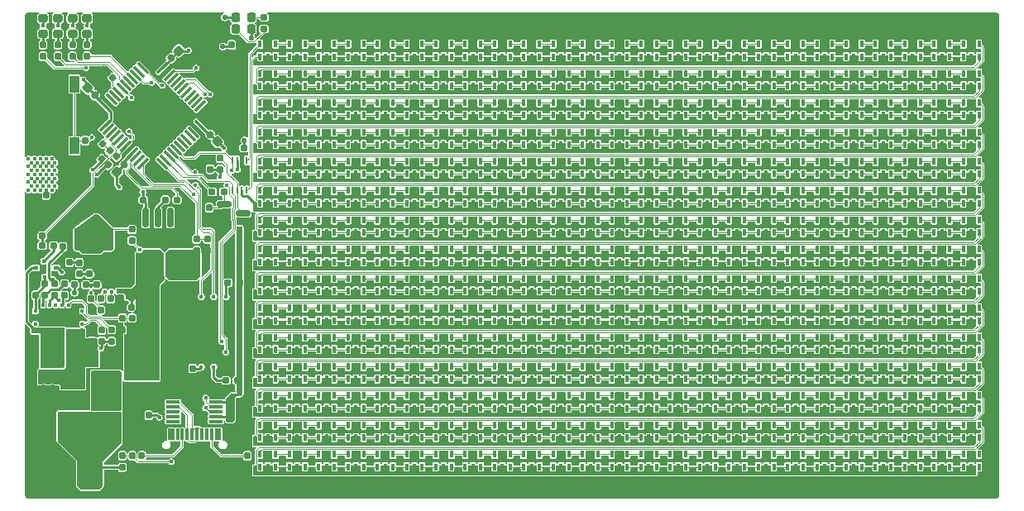
<source format=gbr>
%TF.GenerationSoftware,KiCad,Pcbnew,(5.99.0-12974-ge12f9a194d)*%
%TF.CreationDate,2021-11-26T19:34:27-08:00*%
%TF.ProjectId,LED_Addrs,4c45445f-4164-4647-9273-2e6b69636164,rev?*%
%TF.SameCoordinates,Original*%
%TF.FileFunction,Copper,L1,Top*%
%TF.FilePolarity,Positive*%
%FSLAX46Y46*%
G04 Gerber Fmt 4.6, Leading zero omitted, Abs format (unit mm)*
G04 Created by KiCad (PCBNEW (5.99.0-12974-ge12f9a194d)) date 2021-11-26 19:34:27*
%MOMM*%
%LPD*%
G01*
G04 APERTURE LIST*
G04 Aperture macros list*
%AMRoundRect*
0 Rectangle with rounded corners*
0 $1 Rounding radius*
0 $2 $3 $4 $5 $6 $7 $8 $9 X,Y pos of 4 corners*
0 Add a 4 corners polygon primitive as box body*
4,1,4,$2,$3,$4,$5,$6,$7,$8,$9,$2,$3,0*
0 Add four circle primitives for the rounded corners*
1,1,$1+$1,$2,$3*
1,1,$1+$1,$4,$5*
1,1,$1+$1,$6,$7*
1,1,$1+$1,$8,$9*
0 Add four rect primitives between the rounded corners*
20,1,$1+$1,$2,$3,$4,$5,0*
20,1,$1+$1,$4,$5,$6,$7,0*
20,1,$1+$1,$6,$7,$8,$9,0*
20,1,$1+$1,$8,$9,$2,$3,0*%
%AMRotRect*
0 Rectangle, with rotation*
0 The origin of the aperture is its center*
0 $1 length*
0 $2 width*
0 $3 Rotation angle, in degrees counterclockwise*
0 Add horizontal line*
21,1,$1,$2,0,0,$3*%
%AMFreePoly0*
4,1,13,1.850000,-0.800000,-1.850000,-0.800000,-1.850000,-0.080000,-2.250000,-0.080000,-2.253536,-0.078536,-2.255000,-0.075000,-2.255000,0.225000,-2.253536,0.228536,-2.250000,0.230000,-1.850000,0.230000,-1.850000,0.800000,1.850000,0.800000,1.850000,-0.800000,1.850000,-0.800000,$1*%
%AMFreePoly1*
4,1,15,1.100000,0.005000,1.103536,0.003536,1.105000,0.000000,1.105000,-1.715000,1.103536,-1.718536,1.100000,-1.720000,-1.100000,-1.720000,-1.103536,-1.718536,-1.105000,-1.715000,-1.105000,0.000000,-1.103536,0.003536,-1.100000,0.005000,-1.100000,1.415000,1.100000,1.415000,1.100000,0.005000,1.100000,0.005000,$1*%
%AMFreePoly2*
4,1,13,0.903536,1.418536,0.905000,1.415000,0.905000,-1.715000,0.903536,-1.718536,0.900000,-1.720000,-0.600000,-1.720000,-0.603536,-1.718536,-0.605000,-1.715000,-0.605000,1.415000,-0.603536,1.418536,-0.600000,1.420000,0.900000,1.420000,0.903536,1.418536,0.903536,1.418536,$1*%
G04 Aperture macros list end*
%TA.AperFunction,SMDPad,CuDef*%
%ADD10RoundRect,0.250000X0.475000X-0.250000X0.475000X0.250000X-0.475000X0.250000X-0.475000X-0.250000X0*%
%TD*%
%TA.AperFunction,SMDPad,CuDef*%
%ADD11R,0.400000X0.700000*%
%TD*%
%TA.AperFunction,SMDPad,CuDef*%
%ADD12RoundRect,0.160000X0.197500X0.160000X-0.197500X0.160000X-0.197500X-0.160000X0.197500X-0.160000X0*%
%TD*%
%TA.AperFunction,SMDPad,CuDef*%
%ADD13RoundRect,0.160000X-0.160000X0.197500X-0.160000X-0.197500X0.160000X-0.197500X0.160000X0.197500X0*%
%TD*%
%TA.AperFunction,SMDPad,CuDef*%
%ADD14RoundRect,0.218750X0.218750X0.256250X-0.218750X0.256250X-0.218750X-0.256250X0.218750X-0.256250X0*%
%TD*%
%TA.AperFunction,SMDPad,CuDef*%
%ADD15RoundRect,0.155000X-0.212500X-0.155000X0.212500X-0.155000X0.212500X0.155000X-0.212500X0.155000X0*%
%TD*%
%TA.AperFunction,SMDPad,CuDef*%
%ADD16RoundRect,0.160000X0.160000X-0.197500X0.160000X0.197500X-0.160000X0.197500X-0.160000X-0.197500X0*%
%TD*%
%TA.AperFunction,SMDPad,CuDef*%
%ADD17RoundRect,0.160000X-0.026517X-0.252791X0.252791X0.026517X0.026517X0.252791X-0.252791X-0.026517X0*%
%TD*%
%TA.AperFunction,SMDPad,CuDef*%
%ADD18RoundRect,0.160000X-0.197500X-0.160000X0.197500X-0.160000X0.197500X0.160000X-0.197500X0.160000X0*%
%TD*%
%TA.AperFunction,SMDPad,CuDef*%
%ADD19RoundRect,0.155000X-0.155000X0.212500X-0.155000X-0.212500X0.155000X-0.212500X0.155000X0.212500X0*%
%TD*%
%TA.AperFunction,SMDPad,CuDef*%
%ADD20RoundRect,0.160000X0.252791X-0.026517X-0.026517X0.252791X-0.252791X0.026517X0.026517X-0.252791X0*%
%TD*%
%TA.AperFunction,SMDPad,CuDef*%
%ADD21R,1.400000X0.300000*%
%TD*%
%TA.AperFunction,SMDPad,CuDef*%
%ADD22R,0.600000X0.450000*%
%TD*%
%TA.AperFunction,SMDPad,CuDef*%
%ADD23RoundRect,0.155000X0.155000X-0.212500X0.155000X0.212500X-0.155000X0.212500X-0.155000X-0.212500X0*%
%TD*%
%TA.AperFunction,SMDPad,CuDef*%
%ADD24R,0.400000X0.300000*%
%TD*%
%TA.AperFunction,SMDPad,CuDef*%
%ADD25FreePoly0,0.000000*%
%TD*%
%TA.AperFunction,SMDPad,CuDef*%
%ADD26FreePoly1,0.000000*%
%TD*%
%TA.AperFunction,SMDPad,CuDef*%
%ADD27R,0.300000X0.400000*%
%TD*%
%TA.AperFunction,SMDPad,CuDef*%
%ADD28FreePoly2,0.000000*%
%TD*%
%TA.AperFunction,SMDPad,CuDef*%
%ADD29RoundRect,0.150000X-0.587500X-0.150000X0.587500X-0.150000X0.587500X0.150000X-0.587500X0.150000X0*%
%TD*%
%TA.AperFunction,SMDPad,CuDef*%
%ADD30R,1.000000X1.700000*%
%TD*%
%TA.AperFunction,SMDPad,CuDef*%
%ADD31RoundRect,0.155000X0.040659X0.259862X-0.259862X-0.040659X-0.040659X-0.259862X0.259862X0.040659X0*%
%TD*%
%TA.AperFunction,SMDPad,CuDef*%
%ADD32R,2.100000X1.400000*%
%TD*%
%TA.AperFunction,SMDPad,CuDef*%
%ADD33RoundRect,0.250000X0.325000X1.100000X-0.325000X1.100000X-0.325000X-1.100000X0.325000X-1.100000X0*%
%TD*%
%TA.AperFunction,SMDPad,CuDef*%
%ADD34RoundRect,0.225000X-0.335876X-0.017678X-0.017678X-0.335876X0.335876X0.017678X0.017678X0.335876X0*%
%TD*%
%TA.AperFunction,SMDPad,CuDef*%
%ADD35RotRect,1.400000X2.100000X305.000000*%
%TD*%
%TA.AperFunction,SMDPad,CuDef*%
%ADD36RoundRect,0.250000X0.250000X0.475000X-0.250000X0.475000X-0.250000X-0.475000X0.250000X-0.475000X0*%
%TD*%
%TA.AperFunction,SMDPad,CuDef*%
%ADD37RoundRect,0.218750X0.256250X-0.218750X0.256250X0.218750X-0.256250X0.218750X-0.256250X-0.218750X0*%
%TD*%
%TA.AperFunction,SMDPad,CuDef*%
%ADD38RoundRect,0.225000X-0.017678X0.335876X-0.335876X0.017678X0.017678X-0.335876X0.335876X-0.017678X0*%
%TD*%
%TA.AperFunction,SMDPad,CuDef*%
%ADD39RoundRect,0.155000X0.212500X0.155000X-0.212500X0.155000X-0.212500X-0.155000X0.212500X-0.155000X0*%
%TD*%
%TA.AperFunction,SMDPad,CuDef*%
%ADD40RoundRect,0.218750X-0.218750X-0.256250X0.218750X-0.256250X0.218750X0.256250X-0.218750X0.256250X0*%
%TD*%
%TA.AperFunction,SMDPad,CuDef*%
%ADD41RoundRect,0.155000X0.259862X-0.040659X-0.040659X0.259862X-0.259862X0.040659X0.040659X-0.259862X0*%
%TD*%
%TA.AperFunction,SMDPad,CuDef*%
%ADD42RoundRect,0.155000X-0.259862X0.040659X0.040659X-0.259862X0.259862X-0.040659X-0.040659X0.259862X0*%
%TD*%
%TA.AperFunction,SMDPad,CuDef*%
%ADD43R,0.300000X1.150000*%
%TD*%
%TA.AperFunction,ComponentPad*%
%ADD44O,1.000000X2.100000*%
%TD*%
%TA.AperFunction,ComponentPad*%
%ADD45O,1.000000X1.600000*%
%TD*%
%TA.AperFunction,SMDPad,CuDef*%
%ADD46RoundRect,0.075000X-0.415425X-0.521491X0.521491X0.415425X0.415425X0.521491X-0.521491X-0.415425X0*%
%TD*%
%TA.AperFunction,SMDPad,CuDef*%
%ADD47RoundRect,0.075000X0.415425X-0.521491X0.521491X-0.415425X-0.415425X0.521491X-0.521491X0.415425X0*%
%TD*%
%TA.AperFunction,SMDPad,CuDef*%
%ADD48RoundRect,0.150000X0.150000X-0.825000X0.150000X0.825000X-0.150000X0.825000X-0.150000X-0.825000X0*%
%TD*%
%TA.AperFunction,SMDPad,CuDef*%
%ADD49RoundRect,0.225000X0.335876X0.017678X0.017678X0.335876X-0.335876X-0.017678X-0.017678X-0.335876X0*%
%TD*%
%TA.AperFunction,SMDPad,CuDef*%
%ADD50R,0.250000X0.750000*%
%TD*%
%TA.AperFunction,SMDPad,CuDef*%
%ADD51RoundRect,0.160000X0.026517X0.252791X-0.252791X-0.026517X-0.026517X-0.252791X0.252791X0.026517X0*%
%TD*%
%TA.AperFunction,ComponentPad*%
%ADD52R,2.100000X2.100000*%
%TD*%
%TA.AperFunction,ComponentPad*%
%ADD53C,2.100000*%
%TD*%
%TA.AperFunction,SMDPad,CuDef*%
%ADD54R,1.800000X2.500000*%
%TD*%
%TA.AperFunction,ComponentPad*%
%ADD55C,0.500000*%
%TD*%
%TA.AperFunction,ViaPad*%
%ADD56C,0.400000*%
%TD*%
%TA.AperFunction,ViaPad*%
%ADD57C,0.550000*%
%TD*%
%TA.AperFunction,ViaPad*%
%ADD58C,0.450000*%
%TD*%
%TA.AperFunction,Conductor*%
%ADD59C,0.101600*%
%TD*%
%TA.AperFunction,Conductor*%
%ADD60C,0.088900*%
%TD*%
%TA.AperFunction,Conductor*%
%ADD61C,0.254000*%
%TD*%
G04 APERTURE END LIST*
D10*
%TO.P,C410,1*%
%TO.N,GND*%
X14500000Y-51450000D03*
%TO.P,C410,2*%
%TO.N,/PWR/V_DC_D_5V*%
X14500000Y-49550000D03*
%TD*%
D11*
%TO.P,D220,1,SDO*%
%TO.N,Net-(D220-Pad1)*%
X94800000Y-39350000D03*
%TO.P,D220,2,GND*%
%TO.N,GND*%
X94000000Y-39350000D03*
%TO.P,D220,3,SDI*%
%TO.N,Net-(D219-Pad1)*%
X93200000Y-39350000D03*
%TO.P,D220,4,CKI*%
%TO.N,Net-(D219-Pad6)*%
X93200000Y-40650000D03*
%TO.P,D220,5,VDD*%
%TO.N,+5V*%
X94000000Y-40650000D03*
%TO.P,D220,6,CKO*%
%TO.N,Net-(D220-Pad6)*%
X94800000Y-40650000D03*
%TD*%
D12*
%TO.P,R29,1*%
%TO.N,Net-(Q2-Pad1)*%
X15097500Y-36000000D03*
%TO.P,R29,2*%
%TO.N,/MCU/n5V_EN*%
X13902500Y-36000000D03*
%TD*%
D11*
%TO.P,D195,1,SDO*%
%TO.N,Net-(D195-Pad1)*%
X94800000Y-36350000D03*
%TO.P,D195,2,GND*%
%TO.N,GND*%
X94000000Y-36350000D03*
%TO.P,D195,3,SDI*%
%TO.N,Net-(D194-Pad1)*%
X93200000Y-36350000D03*
%TO.P,D195,4,CKI*%
%TO.N,Net-(D194-Pad6)*%
X93200000Y-37650000D03*
%TO.P,D195,5,VDD*%
%TO.N,+5V*%
X94000000Y-37650000D03*
%TO.P,D195,6,CKO*%
%TO.N,Net-(D195-Pad6)*%
X94800000Y-37650000D03*
%TD*%
D13*
%TO.P,R6,1*%
%TO.N,Net-(D379-Pad1)*%
X14000000Y-15402500D03*
%TO.P,R6,2*%
%TO.N,/MCU/nSTAT_LED3*%
X14000000Y-16597500D03*
%TD*%
D14*
%TO.P,D382,1,K*%
%TO.N,Net-(D382-Pad1)*%
X35287500Y-12600000D03*
%TO.P,D382,2,A*%
%TO.N,+3V3*%
X33712500Y-12600000D03*
%TD*%
D11*
%TO.P,D151,1,SDO*%
%TO.N,Net-(D151-Pad1)*%
X37800000Y-33350000D03*
%TO.P,D151,2,GND*%
%TO.N,GND*%
X37000000Y-33350000D03*
%TO.P,D151,3,SDI*%
%TO.N,/LED_Array/LED_Row_6/DATA_OUT*%
X36200000Y-33350000D03*
%TO.P,D151,4,CKI*%
%TO.N,/LED_Array/LED_Row_6/CLK_OUT*%
X36200000Y-34650000D03*
%TO.P,D151,5,VDD*%
%TO.N,+5V*%
X37000000Y-34650000D03*
%TO.P,D151,6,CKO*%
%TO.N,Net-(D151-Pad6)*%
X37800000Y-34650000D03*
%TD*%
%TO.P,D136,1,SDO*%
%TO.N,Net-(D136-Pad1)*%
X67800000Y-30350000D03*
%TO.P,D136,2,GND*%
%TO.N,GND*%
X67000000Y-30350000D03*
%TO.P,D136,3,SDI*%
%TO.N,Net-(D135-Pad1)*%
X66200000Y-30350000D03*
%TO.P,D136,4,CKI*%
%TO.N,Net-(D135-Pad6)*%
X66200000Y-31650000D03*
%TO.P,D136,5,VDD*%
%TO.N,+5V*%
X67000000Y-31650000D03*
%TO.P,D136,6,CKO*%
%TO.N,Net-(D136-Pad6)*%
X67800000Y-31650000D03*
%TD*%
%TO.P,D62,1,SDO*%
%TO.N,Net-(D62-Pad1)*%
X70800000Y-21350000D03*
%TO.P,D62,2,GND*%
%TO.N,GND*%
X70000000Y-21350000D03*
%TO.P,D62,3,SDI*%
%TO.N,Net-(D61-Pad1)*%
X69200000Y-21350000D03*
%TO.P,D62,4,CKI*%
%TO.N,Net-(D61-Pad6)*%
X69200000Y-22650000D03*
%TO.P,D62,5,VDD*%
%TO.N,+5V*%
X70000000Y-22650000D03*
%TO.P,D62,6,CKO*%
%TO.N,Net-(D62-Pad6)*%
X70800000Y-22650000D03*
%TD*%
%TO.P,D139,1,SDO*%
%TO.N,Net-(D139-Pad1)*%
X76800000Y-30350000D03*
%TO.P,D139,2,GND*%
%TO.N,GND*%
X76000000Y-30350000D03*
%TO.P,D139,3,SDI*%
%TO.N,Net-(D138-Pad1)*%
X75200000Y-30350000D03*
%TO.P,D139,4,CKI*%
%TO.N,Net-(D138-Pad6)*%
X75200000Y-31650000D03*
%TO.P,D139,5,VDD*%
%TO.N,+5V*%
X76000000Y-31650000D03*
%TO.P,D139,6,CKO*%
%TO.N,Net-(D139-Pad6)*%
X76800000Y-31650000D03*
%TD*%
%TO.P,D327,1,SDO*%
%TO.N,Net-(D327-Pad1)*%
X40800000Y-54350000D03*
%TO.P,D327,2,GND*%
%TO.N,GND*%
X40000000Y-54350000D03*
%TO.P,D327,3,SDI*%
%TO.N,Net-(D326-Pad1)*%
X39200000Y-54350000D03*
%TO.P,D327,4,CKI*%
%TO.N,Net-(D326-Pad6)*%
X39200000Y-55650000D03*
%TO.P,D327,5,VDD*%
%TO.N,+5V*%
X40000000Y-55650000D03*
%TO.P,D327,6,CKO*%
%TO.N,Net-(D327-Pad6)*%
X40800000Y-55650000D03*
%TD*%
D15*
%TO.P,C417,1*%
%TO.N,GND*%
X21932500Y-41300000D03*
%TO.P,C417,2*%
%TO.N,/PWR/SW_5V_L*%
X23067500Y-41300000D03*
%TD*%
D11*
%TO.P,D354,1,SDO*%
%TO.N,Net-(D354-Pad1)*%
X46800000Y-57350000D03*
%TO.P,D354,2,GND*%
%TO.N,GND*%
X46000000Y-57350000D03*
%TO.P,D354,3,SDI*%
%TO.N,Net-(D353-Pad1)*%
X45200000Y-57350000D03*
%TO.P,D354,4,CKI*%
%TO.N,Net-(D353-Pad6)*%
X45200000Y-58650000D03*
%TO.P,D354,5,VDD*%
%TO.N,+5V*%
X46000000Y-58650000D03*
%TO.P,D354,6,CKO*%
%TO.N,Net-(D354-Pad6)*%
X46800000Y-58650000D03*
%TD*%
D16*
%TO.P,R22,1*%
%TO.N,GND*%
X16700000Y-38897500D03*
%TO.P,R22,2*%
%TO.N,Net-(C406-Pad1)*%
X16700000Y-37702500D03*
%TD*%
%TO.P,R35,1*%
%TO.N,GND*%
X23100000Y-58697500D03*
%TO.P,R35,2*%
%TO.N,/MCU/V_DC_SNS*%
X23100000Y-57502500D03*
%TD*%
D17*
%TO.P,R1,1*%
%TO.N,+3V3*%
X19977504Y-27122496D03*
%TO.P,R1,2*%
%TO.N,/MCU/VERSION*%
X20822496Y-26277504D03*
%TD*%
D11*
%TO.P,D187,1,SDO*%
%TO.N,Net-(D187-Pad1)*%
X70800000Y-36350000D03*
%TO.P,D187,2,GND*%
%TO.N,GND*%
X70000000Y-36350000D03*
%TO.P,D187,3,SDI*%
%TO.N,Net-(D186-Pad1)*%
X69200000Y-36350000D03*
%TO.P,D187,4,CKI*%
%TO.N,Net-(D186-Pad6)*%
X69200000Y-37650000D03*
%TO.P,D187,5,VDD*%
%TO.N,+5V*%
X70000000Y-37650000D03*
%TO.P,D187,6,CKO*%
%TO.N,Net-(D187-Pad6)*%
X70800000Y-37650000D03*
%TD*%
%TO.P,D116,1,SDO*%
%TO.N,Net-(D116-Pad1)*%
X82800000Y-27350000D03*
%TO.P,D116,2,GND*%
%TO.N,GND*%
X82000000Y-27350000D03*
%TO.P,D116,3,SDI*%
%TO.N,Net-(D115-Pad1)*%
X81200000Y-27350000D03*
%TO.P,D116,4,CKI*%
%TO.N,Net-(D115-Pad6)*%
X81200000Y-28650000D03*
%TO.P,D116,5,VDD*%
%TO.N,+5V*%
X82000000Y-28650000D03*
%TO.P,D116,6,CKO*%
%TO.N,Net-(D116-Pad6)*%
X82800000Y-28650000D03*
%TD*%
%TO.P,D270,1,SDO*%
%TO.N,Net-(D270-Pad1)*%
X94800000Y-45350000D03*
%TO.P,D270,2,GND*%
%TO.N,GND*%
X94000000Y-45350000D03*
%TO.P,D270,3,SDI*%
%TO.N,Net-(D269-Pad1)*%
X93200000Y-45350000D03*
%TO.P,D270,4,CKI*%
%TO.N,Net-(D269-Pad6)*%
X93200000Y-46650000D03*
%TO.P,D270,5,VDD*%
%TO.N,+5V*%
X94000000Y-46650000D03*
%TO.P,D270,6,CKO*%
%TO.N,Net-(D270-Pad6)*%
X94800000Y-46650000D03*
%TD*%
%TO.P,D90,1,SDO*%
%TO.N,Net-(D90-Pad1)*%
X79800000Y-24350000D03*
%TO.P,D90,2,GND*%
%TO.N,GND*%
X79000000Y-24350000D03*
%TO.P,D90,3,SDI*%
%TO.N,Net-(D89-Pad1)*%
X78200000Y-24350000D03*
%TO.P,D90,4,CKI*%
%TO.N,Net-(D89-Pad6)*%
X78200000Y-25650000D03*
%TO.P,D90,5,VDD*%
%TO.N,+5V*%
X79000000Y-25650000D03*
%TO.P,D90,6,CKO*%
%TO.N,Net-(D90-Pad6)*%
X79800000Y-25650000D03*
%TD*%
D13*
%TO.P,R31,1*%
%TO.N,/MCU/V_DC_SNS*%
X22100000Y-57502500D03*
%TO.P,R31,2*%
%TO.N,VDC*%
X22100000Y-58697500D03*
%TD*%
D11*
%TO.P,D278,1,SDO*%
%TO.N,Net-(D278-Pad1)*%
X43800000Y-48350000D03*
%TO.P,D278,2,GND*%
%TO.N,GND*%
X43000000Y-48350000D03*
%TO.P,D278,3,SDI*%
%TO.N,Net-(D277-Pad1)*%
X42200000Y-48350000D03*
%TO.P,D278,4,CKI*%
%TO.N,Net-(D277-Pad6)*%
X42200000Y-49650000D03*
%TO.P,D278,5,VDD*%
%TO.N,+5V*%
X43000000Y-49650000D03*
%TO.P,D278,6,CKO*%
%TO.N,Net-(D278-Pad6)*%
X43800000Y-49650000D03*
%TD*%
%TO.P,D216,1,SDO*%
%TO.N,Net-(D216-Pad1)*%
X82800000Y-39350000D03*
%TO.P,D216,2,GND*%
%TO.N,GND*%
X82000000Y-39350000D03*
%TO.P,D216,3,SDI*%
%TO.N,Net-(D215-Pad1)*%
X81200000Y-39350000D03*
%TO.P,D216,4,CKI*%
%TO.N,Net-(D215-Pad6)*%
X81200000Y-40650000D03*
%TO.P,D216,5,VDD*%
%TO.N,+5V*%
X82000000Y-40650000D03*
%TO.P,D216,6,CKO*%
%TO.N,Net-(D216-Pad6)*%
X82800000Y-40650000D03*
%TD*%
D18*
%TO.P,R15,1*%
%TO.N,Net-(R15-Pad1)*%
X32902500Y-39800000D03*
%TO.P,R15,2*%
%TO.N,+3V3*%
X34097500Y-39800000D03*
%TD*%
D11*
%TO.P,D360,1,SDO*%
%TO.N,Net-(D360-Pad1)*%
X64800000Y-57350000D03*
%TO.P,D360,2,GND*%
%TO.N,GND*%
X64000000Y-57350000D03*
%TO.P,D360,3,SDI*%
%TO.N,Net-(D359-Pad1)*%
X63200000Y-57350000D03*
%TO.P,D360,4,CKI*%
%TO.N,Net-(D359-Pad6)*%
X63200000Y-58650000D03*
%TO.P,D360,5,VDD*%
%TO.N,+5V*%
X64000000Y-58650000D03*
%TO.P,D360,6,CKO*%
%TO.N,Net-(D360-Pad6)*%
X64800000Y-58650000D03*
%TD*%
%TO.P,D302,1,SDO*%
%TO.N,Net-(D302-Pad1)*%
X40800000Y-51350000D03*
%TO.P,D302,2,GND*%
%TO.N,GND*%
X40000000Y-51350000D03*
%TO.P,D302,3,SDI*%
%TO.N,Net-(D301-Pad1)*%
X39200000Y-51350000D03*
%TO.P,D302,4,CKI*%
%TO.N,Net-(D301-Pad6)*%
X39200000Y-52650000D03*
%TO.P,D302,5,VDD*%
%TO.N,+5V*%
X40000000Y-52650000D03*
%TO.P,D302,6,CKO*%
%TO.N,Net-(D302-Pad6)*%
X40800000Y-52650000D03*
%TD*%
%TO.P,D335,1,SDO*%
%TO.N,Net-(D335-Pad1)*%
X64800000Y-54350000D03*
%TO.P,D335,2,GND*%
%TO.N,GND*%
X64000000Y-54350000D03*
%TO.P,D335,3,SDI*%
%TO.N,Net-(D334-Pad1)*%
X63200000Y-54350000D03*
%TO.P,D335,4,CKI*%
%TO.N,Net-(D334-Pad6)*%
X63200000Y-55650000D03*
%TO.P,D335,5,VDD*%
%TO.N,+5V*%
X64000000Y-55650000D03*
%TO.P,D335,6,CKO*%
%TO.N,Net-(D335-Pad6)*%
X64800000Y-55650000D03*
%TD*%
%TO.P,D237,1,SDO*%
%TO.N,Net-(D237-Pad1)*%
X70800000Y-42350000D03*
%TO.P,D237,2,GND*%
%TO.N,GND*%
X70000000Y-42350000D03*
%TO.P,D237,3,SDI*%
%TO.N,Net-(D236-Pad1)*%
X69200000Y-42350000D03*
%TO.P,D237,4,CKI*%
%TO.N,Net-(D236-Pad6)*%
X69200000Y-43650000D03*
%TO.P,D237,5,VDD*%
%TO.N,+5V*%
X70000000Y-43650000D03*
%TO.P,D237,6,CKO*%
%TO.N,Net-(D237-Pad6)*%
X70800000Y-43650000D03*
%TD*%
%TO.P,D196,1,SDO*%
%TO.N,Net-(D196-Pad1)*%
X97800000Y-36350000D03*
%TO.P,D196,2,GND*%
%TO.N,GND*%
X97000000Y-36350000D03*
%TO.P,D196,3,SDI*%
%TO.N,Net-(D195-Pad1)*%
X96200000Y-36350000D03*
%TO.P,D196,4,CKI*%
%TO.N,Net-(D195-Pad6)*%
X96200000Y-37650000D03*
%TO.P,D196,5,VDD*%
%TO.N,+5V*%
X97000000Y-37650000D03*
%TO.P,D196,6,CKO*%
%TO.N,Net-(D196-Pad6)*%
X97800000Y-37650000D03*
%TD*%
%TO.P,D221,1,SDO*%
%TO.N,Net-(D221-Pad1)*%
X97800000Y-39350000D03*
%TO.P,D221,2,GND*%
%TO.N,GND*%
X97000000Y-39350000D03*
%TO.P,D221,3,SDI*%
%TO.N,Net-(D220-Pad1)*%
X96200000Y-39350000D03*
%TO.P,D221,4,CKI*%
%TO.N,Net-(D220-Pad6)*%
X96200000Y-40650000D03*
%TO.P,D221,5,VDD*%
%TO.N,+5V*%
X97000000Y-40650000D03*
%TO.P,D221,6,CKO*%
%TO.N,Net-(D221-Pad6)*%
X97800000Y-40650000D03*
%TD*%
%TO.P,D155,1,SDO*%
%TO.N,Net-(D155-Pad1)*%
X49800000Y-33350000D03*
%TO.P,D155,2,GND*%
%TO.N,GND*%
X49000000Y-33350000D03*
%TO.P,D155,3,SDI*%
%TO.N,Net-(D154-Pad1)*%
X48200000Y-33350000D03*
%TO.P,D155,4,CKI*%
%TO.N,Net-(D154-Pad6)*%
X48200000Y-34650000D03*
%TO.P,D155,5,VDD*%
%TO.N,+5V*%
X49000000Y-34650000D03*
%TO.P,D155,6,CKO*%
%TO.N,Net-(D155-Pad6)*%
X49800000Y-34650000D03*
%TD*%
%TO.P,D248,1,SDO*%
%TO.N,Net-(D248-Pad1)*%
X103800000Y-42350000D03*
%TO.P,D248,2,GND*%
%TO.N,GND*%
X103000000Y-42350000D03*
%TO.P,D248,3,SDI*%
%TO.N,Net-(D247-Pad1)*%
X102200000Y-42350000D03*
%TO.P,D248,4,CKI*%
%TO.N,Net-(D247-Pad6)*%
X102200000Y-43650000D03*
%TO.P,D248,5,VDD*%
%TO.N,+5V*%
X103000000Y-43650000D03*
%TO.P,D248,6,CKO*%
%TO.N,Net-(D248-Pad6)*%
X103800000Y-43650000D03*
%TD*%
%TO.P,D134,1,SDO*%
%TO.N,Net-(D134-Pad1)*%
X61800000Y-30350000D03*
%TO.P,D134,2,GND*%
%TO.N,GND*%
X61000000Y-30350000D03*
%TO.P,D134,3,SDI*%
%TO.N,Net-(D133-Pad1)*%
X60200000Y-30350000D03*
%TO.P,D134,4,CKI*%
%TO.N,Net-(D133-Pad6)*%
X60200000Y-31650000D03*
%TO.P,D134,5,VDD*%
%TO.N,+5V*%
X61000000Y-31650000D03*
%TO.P,D134,6,CKO*%
%TO.N,Net-(D134-Pad6)*%
X61800000Y-31650000D03*
%TD*%
%TO.P,D96,1,SDO*%
%TO.N,Net-(D96-Pad1)*%
X97800000Y-24350000D03*
%TO.P,D96,2,GND*%
%TO.N,GND*%
X97000000Y-24350000D03*
%TO.P,D96,3,SDI*%
%TO.N,Net-(D95-Pad1)*%
X96200000Y-24350000D03*
%TO.P,D96,4,CKI*%
%TO.N,Net-(D95-Pad6)*%
X96200000Y-25650000D03*
%TO.P,D96,5,VDD*%
%TO.N,+5V*%
X97000000Y-25650000D03*
%TO.P,D96,6,CKO*%
%TO.N,Net-(D96-Pad6)*%
X97800000Y-25650000D03*
%TD*%
%TO.P,D241,1,SDO*%
%TO.N,Net-(D241-Pad1)*%
X82800000Y-42350000D03*
%TO.P,D241,2,GND*%
%TO.N,GND*%
X82000000Y-42350000D03*
%TO.P,D241,3,SDI*%
%TO.N,Net-(D240-Pad1)*%
X81200000Y-42350000D03*
%TO.P,D241,4,CKI*%
%TO.N,Net-(D240-Pad6)*%
X81200000Y-43650000D03*
%TO.P,D241,5,VDD*%
%TO.N,+5V*%
X82000000Y-43650000D03*
%TO.P,D241,6,CKO*%
%TO.N,Net-(D241-Pad6)*%
X82800000Y-43650000D03*
%TD*%
D19*
%TO.P,C406,1*%
%TO.N,Net-(C406-Pad1)*%
X17700000Y-37732500D03*
%TO.P,C406,2*%
%TO.N,Net-(C406-Pad2)*%
X17700000Y-38867500D03*
%TD*%
D11*
%TO.P,D337,1,SDO*%
%TO.N,Net-(D337-Pad1)*%
X70800000Y-54350000D03*
%TO.P,D337,2,GND*%
%TO.N,GND*%
X70000000Y-54350000D03*
%TO.P,D337,3,SDI*%
%TO.N,Net-(D336-Pad1)*%
X69200000Y-54350000D03*
%TO.P,D337,4,CKI*%
%TO.N,Net-(D336-Pad6)*%
X69200000Y-55650000D03*
%TO.P,D337,5,VDD*%
%TO.N,+5V*%
X70000000Y-55650000D03*
%TO.P,D337,6,CKO*%
%TO.N,Net-(D337-Pad6)*%
X70800000Y-55650000D03*
%TD*%
%TO.P,D356,1,SDO*%
%TO.N,Net-(D356-Pad1)*%
X52800000Y-57350000D03*
%TO.P,D356,2,GND*%
%TO.N,GND*%
X52000000Y-57350000D03*
%TO.P,D356,3,SDI*%
%TO.N,Net-(D355-Pad1)*%
X51200000Y-57350000D03*
%TO.P,D356,4,CKI*%
%TO.N,Net-(D355-Pad6)*%
X51200000Y-58650000D03*
%TO.P,D356,5,VDD*%
%TO.N,+5V*%
X52000000Y-58650000D03*
%TO.P,D356,6,CKO*%
%TO.N,Net-(D356-Pad6)*%
X52800000Y-58650000D03*
%TD*%
%TO.P,D184,1,SDO*%
%TO.N,Net-(D184-Pad1)*%
X61800000Y-36350000D03*
%TO.P,D184,2,GND*%
%TO.N,GND*%
X61000000Y-36350000D03*
%TO.P,D184,3,SDI*%
%TO.N,Net-(D183-Pad1)*%
X60200000Y-36350000D03*
%TO.P,D184,4,CKI*%
%TO.N,Net-(D183-Pad6)*%
X60200000Y-37650000D03*
%TO.P,D184,5,VDD*%
%TO.N,+5V*%
X61000000Y-37650000D03*
%TO.P,D184,6,CKO*%
%TO.N,Net-(D184-Pad6)*%
X61800000Y-37650000D03*
%TD*%
D15*
%TO.P,C396,1*%
%TO.N,GND*%
X33432500Y-26000000D03*
%TO.P,C396,2*%
%TO.N,+5V*%
X34567500Y-26000000D03*
%TD*%
D18*
%TO.P,R16,1*%
%TO.N,Net-(R16-Pad1)*%
X32702500Y-49800000D03*
%TO.P,R16,2*%
%TO.N,+3V3*%
X33897500Y-49800000D03*
%TD*%
D11*
%TO.P,D250,1,SDO*%
%TO.N,/LED_Array/LED_Row_10/DATA_OUT*%
X109800000Y-42350000D03*
%TO.P,D250,2,GND*%
%TO.N,GND*%
X109000000Y-42350000D03*
%TO.P,D250,3,SDI*%
%TO.N,Net-(D249-Pad1)*%
X108200000Y-42350000D03*
%TO.P,D250,4,CKI*%
%TO.N,Net-(D249-Pad6)*%
X108200000Y-43650000D03*
%TO.P,D250,5,VDD*%
%TO.N,+5V*%
X109000000Y-43650000D03*
%TO.P,D250,6,CKO*%
%TO.N,/LED_Array/LED_Row_10/CLK_OUT*%
X109800000Y-43650000D03*
%TD*%
%TO.P,D83,1,SDO*%
%TO.N,Net-(D83-Pad1)*%
X58800000Y-24350000D03*
%TO.P,D83,2,GND*%
%TO.N,GND*%
X58000000Y-24350000D03*
%TO.P,D83,3,SDI*%
%TO.N,Net-(D82-Pad1)*%
X57200000Y-24350000D03*
%TO.P,D83,4,CKI*%
%TO.N,Net-(D82-Pad6)*%
X57200000Y-25650000D03*
%TO.P,D83,5,VDD*%
%TO.N,+5V*%
X58000000Y-25650000D03*
%TO.P,D83,6,CKO*%
%TO.N,Net-(D83-Pad6)*%
X58800000Y-25650000D03*
%TD*%
D18*
%TO.P,R20,1*%
%TO.N,Net-(D382-Pad1)*%
X36602500Y-12600000D03*
%TO.P,R20,2*%
%TO.N,GND*%
X37797500Y-12600000D03*
%TD*%
D11*
%TO.P,D249,1,SDO*%
%TO.N,Net-(D249-Pad1)*%
X106800000Y-42350000D03*
%TO.P,D249,2,GND*%
%TO.N,GND*%
X106000000Y-42350000D03*
%TO.P,D249,3,SDI*%
%TO.N,Net-(D248-Pad1)*%
X105200000Y-42350000D03*
%TO.P,D249,4,CKI*%
%TO.N,Net-(D248-Pad6)*%
X105200000Y-43650000D03*
%TO.P,D249,5,VDD*%
%TO.N,+5V*%
X106000000Y-43650000D03*
%TO.P,D249,6,CKO*%
%TO.N,Net-(D249-Pad6)*%
X106800000Y-43650000D03*
%TD*%
D18*
%TO.P,R37,1*%
%TO.N,Net-(D385-Pad1)*%
X36602500Y-13800000D03*
%TO.P,R37,2*%
%TO.N,GND*%
X37797500Y-13800000D03*
%TD*%
D11*
%TO.P,D160,1,SDO*%
%TO.N,Net-(D160-Pad1)*%
X64800000Y-33350000D03*
%TO.P,D160,2,GND*%
%TO.N,GND*%
X64000000Y-33350000D03*
%TO.P,D160,3,SDI*%
%TO.N,Net-(D159-Pad1)*%
X63200000Y-33350000D03*
%TO.P,D160,4,CKI*%
%TO.N,Net-(D159-Pad6)*%
X63200000Y-34650000D03*
%TO.P,D160,5,VDD*%
%TO.N,+5V*%
X64000000Y-34650000D03*
%TO.P,D160,6,CKO*%
%TO.N,Net-(D160-Pad6)*%
X64800000Y-34650000D03*
%TD*%
%TO.P,D343,1,SDO*%
%TO.N,Net-(D343-Pad1)*%
X88800000Y-54350000D03*
%TO.P,D343,2,GND*%
%TO.N,GND*%
X88000000Y-54350000D03*
%TO.P,D343,3,SDI*%
%TO.N,Net-(D342-Pad1)*%
X87200000Y-54350000D03*
%TO.P,D343,4,CKI*%
%TO.N,Net-(D342-Pad6)*%
X87200000Y-55650000D03*
%TO.P,D343,5,VDD*%
%TO.N,+5V*%
X88000000Y-55650000D03*
%TO.P,D343,6,CKO*%
%TO.N,Net-(D343-Pad6)*%
X88800000Y-55650000D03*
%TD*%
D20*
%TO.P,R8,1*%
%TO.N,/MCU/BOOT0*%
X21122496Y-18822496D03*
%TO.P,R8,2*%
%TO.N,GND*%
X20277504Y-17977504D03*
%TD*%
D11*
%TO.P,D65,1,SDO*%
%TO.N,Net-(D65-Pad1)*%
X79800000Y-21350000D03*
%TO.P,D65,2,GND*%
%TO.N,GND*%
X79000000Y-21350000D03*
%TO.P,D65,3,SDI*%
%TO.N,Net-(D64-Pad1)*%
X78200000Y-21350000D03*
%TO.P,D65,4,CKI*%
%TO.N,Net-(D64-Pad6)*%
X78200000Y-22650000D03*
%TO.P,D65,5,VDD*%
%TO.N,+5V*%
X79000000Y-22650000D03*
%TO.P,D65,6,CKO*%
%TO.N,Net-(D65-Pad6)*%
X79800000Y-22650000D03*
%TD*%
%TO.P,D300,1,SDO*%
%TO.N,/LED_Array/LED_Row_12/DATA_OUT*%
X109800000Y-48350000D03*
%TO.P,D300,2,GND*%
%TO.N,GND*%
X109000000Y-48350000D03*
%TO.P,D300,3,SDI*%
%TO.N,Net-(D299-Pad1)*%
X108200000Y-48350000D03*
%TO.P,D300,4,CKI*%
%TO.N,Net-(D299-Pad6)*%
X108200000Y-49650000D03*
%TO.P,D300,5,VDD*%
%TO.N,+5V*%
X109000000Y-49650000D03*
%TO.P,D300,6,CKO*%
%TO.N,/LED_Array/LED_Row_12/CLK_OUT*%
X109800000Y-49650000D03*
%TD*%
%TO.P,D222,1,SDO*%
%TO.N,Net-(D222-Pad1)*%
X100800000Y-39350000D03*
%TO.P,D222,2,GND*%
%TO.N,GND*%
X100000000Y-39350000D03*
%TO.P,D222,3,SDI*%
%TO.N,Net-(D221-Pad1)*%
X99200000Y-39350000D03*
%TO.P,D222,4,CKI*%
%TO.N,Net-(D221-Pad6)*%
X99200000Y-40650000D03*
%TO.P,D222,5,VDD*%
%TO.N,+5V*%
X100000000Y-40650000D03*
%TO.P,D222,6,CKO*%
%TO.N,Net-(D222-Pad6)*%
X100800000Y-40650000D03*
%TD*%
%TO.P,D111,1,SDO*%
%TO.N,Net-(D111-Pad1)*%
X67800000Y-27350000D03*
%TO.P,D111,2,GND*%
%TO.N,GND*%
X67000000Y-27350000D03*
%TO.P,D111,3,SDI*%
%TO.N,Net-(D110-Pad1)*%
X66200000Y-27350000D03*
%TO.P,D111,4,CKI*%
%TO.N,Net-(D110-Pad6)*%
X66200000Y-28650000D03*
%TO.P,D111,5,VDD*%
%TO.N,+5V*%
X67000000Y-28650000D03*
%TO.P,D111,6,CKO*%
%TO.N,Net-(D111-Pad6)*%
X67800000Y-28650000D03*
%TD*%
%TO.P,D73,1,SDO*%
%TO.N,Net-(D73-Pad1)*%
X103800000Y-21350000D03*
%TO.P,D73,2,GND*%
%TO.N,GND*%
X103000000Y-21350000D03*
%TO.P,D73,3,SDI*%
%TO.N,Net-(D72-Pad1)*%
X102200000Y-21350000D03*
%TO.P,D73,4,CKI*%
%TO.N,Net-(D72-Pad6)*%
X102200000Y-22650000D03*
%TO.P,D73,5,VDD*%
%TO.N,+5V*%
X103000000Y-22650000D03*
%TO.P,D73,6,CKO*%
%TO.N,Net-(D73-Pad6)*%
X103800000Y-22650000D03*
%TD*%
%TO.P,D137,1,SDO*%
%TO.N,Net-(D137-Pad1)*%
X70800000Y-30350000D03*
%TO.P,D137,2,GND*%
%TO.N,GND*%
X70000000Y-30350000D03*
%TO.P,D137,3,SDI*%
%TO.N,Net-(D136-Pad1)*%
X69200000Y-30350000D03*
%TO.P,D137,4,CKI*%
%TO.N,Net-(D136-Pad6)*%
X69200000Y-31650000D03*
%TO.P,D137,5,VDD*%
%TO.N,+5V*%
X70000000Y-31650000D03*
%TO.P,D137,6,CKO*%
%TO.N,Net-(D137-Pad6)*%
X70800000Y-31650000D03*
%TD*%
%TO.P,D131,1,SDO*%
%TO.N,Net-(D131-Pad1)*%
X52800000Y-30350000D03*
%TO.P,D131,2,GND*%
%TO.N,GND*%
X52000000Y-30350000D03*
%TO.P,D131,3,SDI*%
%TO.N,Net-(D130-Pad1)*%
X51200000Y-30350000D03*
%TO.P,D131,4,CKI*%
%TO.N,Net-(D130-Pad6)*%
X51200000Y-31650000D03*
%TO.P,D131,5,VDD*%
%TO.N,+5V*%
X52000000Y-31650000D03*
%TO.P,D131,6,CKO*%
%TO.N,Net-(D131-Pad6)*%
X52800000Y-31650000D03*
%TD*%
%TO.P,D194,1,SDO*%
%TO.N,Net-(D194-Pad1)*%
X91800000Y-36350000D03*
%TO.P,D194,2,GND*%
%TO.N,GND*%
X91000000Y-36350000D03*
%TO.P,D194,3,SDI*%
%TO.N,Net-(D193-Pad1)*%
X90200000Y-36350000D03*
%TO.P,D194,4,CKI*%
%TO.N,Net-(D193-Pad6)*%
X90200000Y-37650000D03*
%TO.P,D194,5,VDD*%
%TO.N,+5V*%
X91000000Y-37650000D03*
%TO.P,D194,6,CKO*%
%TO.N,Net-(D194-Pad6)*%
X91800000Y-37650000D03*
%TD*%
%TO.P,D63,1,SDO*%
%TO.N,Net-(D63-Pad1)*%
X73800000Y-21350000D03*
%TO.P,D63,2,GND*%
%TO.N,GND*%
X73000000Y-21350000D03*
%TO.P,D63,3,SDI*%
%TO.N,Net-(D62-Pad1)*%
X72200000Y-21350000D03*
%TO.P,D63,4,CKI*%
%TO.N,Net-(D62-Pad6)*%
X72200000Y-22650000D03*
%TO.P,D63,5,VDD*%
%TO.N,+5V*%
X73000000Y-22650000D03*
%TO.P,D63,6,CKO*%
%TO.N,Net-(D63-Pad6)*%
X73800000Y-22650000D03*
%TD*%
%TO.P,D214,1,SDO*%
%TO.N,Net-(D214-Pad1)*%
X76800000Y-39350000D03*
%TO.P,D214,2,GND*%
%TO.N,GND*%
X76000000Y-39350000D03*
%TO.P,D214,3,SDI*%
%TO.N,Net-(D213-Pad1)*%
X75200000Y-39350000D03*
%TO.P,D214,4,CKI*%
%TO.N,Net-(D213-Pad6)*%
X75200000Y-40650000D03*
%TO.P,D214,5,VDD*%
%TO.N,+5V*%
X76000000Y-40650000D03*
%TO.P,D214,6,CKO*%
%TO.N,Net-(D214-Pad6)*%
X76800000Y-40650000D03*
%TD*%
%TO.P,D266,1,SDO*%
%TO.N,Net-(D266-Pad1)*%
X82800000Y-45350000D03*
%TO.P,D266,2,GND*%
%TO.N,GND*%
X82000000Y-45350000D03*
%TO.P,D266,3,SDI*%
%TO.N,Net-(D265-Pad1)*%
X81200000Y-45350000D03*
%TO.P,D266,4,CKI*%
%TO.N,Net-(D265-Pad6)*%
X81200000Y-46650000D03*
%TO.P,D266,5,VDD*%
%TO.N,+5V*%
X82000000Y-46650000D03*
%TO.P,D266,6,CKO*%
%TO.N,Net-(D266-Pad6)*%
X82800000Y-46650000D03*
%TD*%
%TO.P,D34,1,SDO*%
%TO.N,Net-(D34-Pad1)*%
X61800000Y-18350000D03*
%TO.P,D34,2,GND*%
%TO.N,GND*%
X61000000Y-18350000D03*
%TO.P,D34,3,SDI*%
%TO.N,Net-(D33-Pad1)*%
X60200000Y-18350000D03*
%TO.P,D34,4,CKI*%
%TO.N,Net-(D33-Pad6)*%
X60200000Y-19650000D03*
%TO.P,D34,5,VDD*%
%TO.N,+5V*%
X61000000Y-19650000D03*
%TO.P,D34,6,CKO*%
%TO.N,Net-(D34-Pad6)*%
X61800000Y-19650000D03*
%TD*%
%TO.P,D188,1,SDO*%
%TO.N,Net-(D188-Pad1)*%
X73800000Y-36350000D03*
%TO.P,D188,2,GND*%
%TO.N,GND*%
X73000000Y-36350000D03*
%TO.P,D188,3,SDI*%
%TO.N,Net-(D187-Pad1)*%
X72200000Y-36350000D03*
%TO.P,D188,4,CKI*%
%TO.N,Net-(D187-Pad6)*%
X72200000Y-37650000D03*
%TO.P,D188,5,VDD*%
%TO.N,+5V*%
X73000000Y-37650000D03*
%TO.P,D188,6,CKO*%
%TO.N,Net-(D188-Pad6)*%
X73800000Y-37650000D03*
%TD*%
%TO.P,D176,1,SDO*%
%TO.N,Net-(D176-Pad1)*%
X37800000Y-36350000D03*
%TO.P,D176,2,GND*%
%TO.N,GND*%
X37000000Y-36350000D03*
%TO.P,D176,3,SDI*%
%TO.N,/LED_Array/LED_Row_7/DATA_OUT*%
X36200000Y-36350000D03*
%TO.P,D176,4,CKI*%
%TO.N,/LED_Array/LED_Row_7/CLK_OUT*%
X36200000Y-37650000D03*
%TO.P,D176,5,VDD*%
%TO.N,+5V*%
X37000000Y-37650000D03*
%TO.P,D176,6,CKO*%
%TO.N,Net-(D176-Pad6)*%
X37800000Y-37650000D03*
%TD*%
%TO.P,D23,1,SDO*%
%TO.N,Net-(D23-Pad1)*%
X103800000Y-15350000D03*
%TO.P,D23,2,GND*%
%TO.N,GND*%
X103000000Y-15350000D03*
%TO.P,D23,3,SDI*%
%TO.N,Net-(D22-Pad1)*%
X102200000Y-15350000D03*
%TO.P,D23,4,CKI*%
%TO.N,Net-(D22-Pad6)*%
X102200000Y-16650000D03*
%TO.P,D23,5,VDD*%
%TO.N,+5V*%
X103000000Y-16650000D03*
%TO.P,D23,6,CKO*%
%TO.N,Net-(D23-Pad6)*%
X103800000Y-16650000D03*
%TD*%
%TO.P,D314,1,SDO*%
%TO.N,Net-(D314-Pad1)*%
X76800000Y-51350000D03*
%TO.P,D314,2,GND*%
%TO.N,GND*%
X76000000Y-51350000D03*
%TO.P,D314,3,SDI*%
%TO.N,Net-(D313-Pad1)*%
X75200000Y-51350000D03*
%TO.P,D314,4,CKI*%
%TO.N,Net-(D313-Pad6)*%
X75200000Y-52650000D03*
%TO.P,D314,5,VDD*%
%TO.N,+5V*%
X76000000Y-52650000D03*
%TO.P,D314,6,CKO*%
%TO.N,Net-(D314-Pad6)*%
X76800000Y-52650000D03*
%TD*%
%TO.P,D32,1,SDO*%
%TO.N,Net-(D32-Pad1)*%
X55800000Y-18350000D03*
%TO.P,D32,2,GND*%
%TO.N,GND*%
X55000000Y-18350000D03*
%TO.P,D32,3,SDI*%
%TO.N,Net-(D31-Pad1)*%
X54200000Y-18350000D03*
%TO.P,D32,4,CKI*%
%TO.N,Net-(D31-Pad6)*%
X54200000Y-19650000D03*
%TO.P,D32,5,VDD*%
%TO.N,+5V*%
X55000000Y-19650000D03*
%TO.P,D32,6,CKO*%
%TO.N,Net-(D32-Pad6)*%
X55800000Y-19650000D03*
%TD*%
%TO.P,D76,1,SDO*%
%TO.N,Net-(D76-Pad1)*%
X37800000Y-24350000D03*
%TO.P,D76,2,GND*%
%TO.N,GND*%
X37000000Y-24350000D03*
%TO.P,D76,3,SDI*%
%TO.N,/LED_Array/LED_Row_3/DATA_OUT*%
X36200000Y-24350000D03*
%TO.P,D76,4,CKI*%
%TO.N,/LED_Array/LED_Row_3/CLK_OUT*%
X36200000Y-25650000D03*
%TO.P,D76,5,VDD*%
%TO.N,+5V*%
X37000000Y-25650000D03*
%TO.P,D76,6,CKO*%
%TO.N,Net-(D76-Pad6)*%
X37800000Y-25650000D03*
%TD*%
%TO.P,D323,1,SDO*%
%TO.N,Net-(D323-Pad1)*%
X103800000Y-51350000D03*
%TO.P,D323,2,GND*%
%TO.N,GND*%
X103000000Y-51350000D03*
%TO.P,D323,3,SDI*%
%TO.N,Net-(D322-Pad1)*%
X102200000Y-51350000D03*
%TO.P,D323,4,CKI*%
%TO.N,Net-(D322-Pad6)*%
X102200000Y-52650000D03*
%TO.P,D323,5,VDD*%
%TO.N,+5V*%
X103000000Y-52650000D03*
%TO.P,D323,6,CKO*%
%TO.N,Net-(D323-Pad6)*%
X103800000Y-52650000D03*
%TD*%
%TO.P,D297,1,SDO*%
%TO.N,Net-(D297-Pad1)*%
X100800000Y-48350000D03*
%TO.P,D297,2,GND*%
%TO.N,GND*%
X100000000Y-48350000D03*
%TO.P,D297,3,SDI*%
%TO.N,Net-(D296-Pad1)*%
X99200000Y-48350000D03*
%TO.P,D297,4,CKI*%
%TO.N,Net-(D296-Pad6)*%
X99200000Y-49650000D03*
%TO.P,D297,5,VDD*%
%TO.N,+5V*%
X100000000Y-49650000D03*
%TO.P,D297,6,CKO*%
%TO.N,Net-(D297-Pad6)*%
X100800000Y-49650000D03*
%TD*%
%TO.P,D140,1,SDO*%
%TO.N,Net-(D140-Pad1)*%
X79800000Y-30350000D03*
%TO.P,D140,2,GND*%
%TO.N,GND*%
X79000000Y-30350000D03*
%TO.P,D140,3,SDI*%
%TO.N,Net-(D139-Pad1)*%
X78200000Y-30350000D03*
%TO.P,D140,4,CKI*%
%TO.N,Net-(D139-Pad6)*%
X78200000Y-31650000D03*
%TO.P,D140,5,VDD*%
%TO.N,+5V*%
X79000000Y-31650000D03*
%TO.P,D140,6,CKO*%
%TO.N,Net-(D140-Pad6)*%
X79800000Y-31650000D03*
%TD*%
%TO.P,D342,1,SDO*%
%TO.N,Net-(D342-Pad1)*%
X85800000Y-54350000D03*
%TO.P,D342,2,GND*%
%TO.N,GND*%
X85000000Y-54350000D03*
%TO.P,D342,3,SDI*%
%TO.N,Net-(D341-Pad1)*%
X84200000Y-54350000D03*
%TO.P,D342,4,CKI*%
%TO.N,Net-(D341-Pad6)*%
X84200000Y-55650000D03*
%TO.P,D342,5,VDD*%
%TO.N,+5V*%
X85000000Y-55650000D03*
%TO.P,D342,6,CKO*%
%TO.N,Net-(D342-Pad6)*%
X85800000Y-55650000D03*
%TD*%
%TO.P,D227,1,SDO*%
%TO.N,Net-(D227-Pad1)*%
X40800000Y-42350000D03*
%TO.P,D227,2,GND*%
%TO.N,GND*%
X40000000Y-42350000D03*
%TO.P,D227,3,SDI*%
%TO.N,Net-(D226-Pad1)*%
X39200000Y-42350000D03*
%TO.P,D227,4,CKI*%
%TO.N,Net-(D226-Pad6)*%
X39200000Y-43650000D03*
%TO.P,D227,5,VDD*%
%TO.N,+5V*%
X40000000Y-43650000D03*
%TO.P,D227,6,CKO*%
%TO.N,Net-(D227-Pad6)*%
X40800000Y-43650000D03*
%TD*%
%TO.P,D199,1,SDO*%
%TO.N,Net-(D199-Pad1)*%
X106800000Y-36350000D03*
%TO.P,D199,2,GND*%
%TO.N,GND*%
X106000000Y-36350000D03*
%TO.P,D199,3,SDI*%
%TO.N,Net-(D198-Pad1)*%
X105200000Y-36350000D03*
%TO.P,D199,4,CKI*%
%TO.N,Net-(D198-Pad6)*%
X105200000Y-37650000D03*
%TO.P,D199,5,VDD*%
%TO.N,+5V*%
X106000000Y-37650000D03*
%TO.P,D199,6,CKO*%
%TO.N,Net-(D199-Pad6)*%
X106800000Y-37650000D03*
%TD*%
%TO.P,D277,1,SDO*%
%TO.N,Net-(D277-Pad1)*%
X40800000Y-48350000D03*
%TO.P,D277,2,GND*%
%TO.N,GND*%
X40000000Y-48350000D03*
%TO.P,D277,3,SDI*%
%TO.N,Net-(D276-Pad1)*%
X39200000Y-48350000D03*
%TO.P,D277,4,CKI*%
%TO.N,Net-(D276-Pad6)*%
X39200000Y-49650000D03*
%TO.P,D277,5,VDD*%
%TO.N,+5V*%
X40000000Y-49650000D03*
%TO.P,D277,6,CKO*%
%TO.N,Net-(D277-Pad6)*%
X40800000Y-49650000D03*
%TD*%
D21*
%TO.P,U2,1,UD+*%
%TO.N,/MCU/USB_D+*%
X27300000Y-52000000D03*
%TO.P,U2,2,UD-*%
%TO.N,/MCU/USB_D-*%
X27300000Y-52500000D03*
%TO.P,U2,3,GND*%
%TO.N,unconnected-(U2-Pad3)*%
X27300000Y-53000000D03*
%TO.P,U2,4,~{RTS}*%
%TO.N,unconnected-(U2-Pad4)*%
X27300000Y-53500000D03*
%TO.P,U2,5,~{CTS}*%
%TO.N,unconnected-(U2-Pad5)*%
X27300000Y-54000000D03*
%TO.P,U2,6,TNOW*%
%TO.N,unconnected-(U2-Pad6)*%
X31700000Y-54000000D03*
%TO.P,U2,7,VCC*%
%TO.N,+3V3*%
X31700000Y-53500000D03*
%TO.P,U2,8,TXD*%
%TO.N,/MCU/DBG_RX*%
X31700000Y-53000000D03*
%TO.P,U2,9,RXD*%
%TO.N,/MCU/DBG_TX*%
X31700000Y-52500000D03*
%TO.P,U2,10,V3*%
%TO.N,+3V3*%
X31700000Y-52000000D03*
%TD*%
D11*
%TO.P,D44,1,SDO*%
%TO.N,Net-(D44-Pad1)*%
X91800000Y-18350000D03*
%TO.P,D44,2,GND*%
%TO.N,GND*%
X91000000Y-18350000D03*
%TO.P,D44,3,SDI*%
%TO.N,Net-(D43-Pad1)*%
X90200000Y-18350000D03*
%TO.P,D44,4,CKI*%
%TO.N,Net-(D43-Pad6)*%
X90200000Y-19650000D03*
%TO.P,D44,5,VDD*%
%TO.N,+5V*%
X91000000Y-19650000D03*
%TO.P,D44,6,CKO*%
%TO.N,Net-(D44-Pad6)*%
X91800000Y-19650000D03*
%TD*%
%TO.P,D170,1,SDO*%
%TO.N,Net-(D170-Pad1)*%
X94800000Y-33350000D03*
%TO.P,D170,2,GND*%
%TO.N,GND*%
X94000000Y-33350000D03*
%TO.P,D170,3,SDI*%
%TO.N,Net-(D169-Pad1)*%
X93200000Y-33350000D03*
%TO.P,D170,4,CKI*%
%TO.N,Net-(D169-Pad6)*%
X93200000Y-34650000D03*
%TO.P,D170,5,VDD*%
%TO.N,+5V*%
X94000000Y-34650000D03*
%TO.P,D170,6,CKO*%
%TO.N,Net-(D170-Pad6)*%
X94800000Y-34650000D03*
%TD*%
%TO.P,D101,1,SDO*%
%TO.N,Net-(D101-Pad1)*%
X37800000Y-27350000D03*
%TO.P,D101,2,GND*%
%TO.N,GND*%
X37000000Y-27350000D03*
%TO.P,D101,3,SDI*%
%TO.N,/LED_Array/LED_Row_4/DATA_OUT*%
X36200000Y-27350000D03*
%TO.P,D101,4,CKI*%
%TO.N,/LED_Array/LED_Row_4/CLK_OUT*%
X36200000Y-28650000D03*
%TO.P,D101,5,VDD*%
%TO.N,+5V*%
X37000000Y-28650000D03*
%TO.P,D101,6,CKO*%
%TO.N,Net-(D101-Pad6)*%
X37800000Y-28650000D03*
%TD*%
D13*
%TO.P,R12,1*%
%TO.N,Net-(Q1-Pad3)*%
X32100000Y-27002500D03*
%TO.P,R12,2*%
%TO.N,+3V3*%
X32100000Y-28197500D03*
%TD*%
D11*
%TO.P,D304,1,SDO*%
%TO.N,Net-(D304-Pad1)*%
X46800000Y-51350000D03*
%TO.P,D304,2,GND*%
%TO.N,GND*%
X46000000Y-51350000D03*
%TO.P,D304,3,SDI*%
%TO.N,Net-(D303-Pad1)*%
X45200000Y-51350000D03*
%TO.P,D304,4,CKI*%
%TO.N,Net-(D303-Pad6)*%
X45200000Y-52650000D03*
%TO.P,D304,5,VDD*%
%TO.N,+5V*%
X46000000Y-52650000D03*
%TO.P,D304,6,CKO*%
%TO.N,Net-(D304-Pad6)*%
X46800000Y-52650000D03*
%TD*%
%TO.P,D16,1,SDO*%
%TO.N,Net-(D16-Pad1)*%
X82800000Y-15350000D03*
%TO.P,D16,2,GND*%
%TO.N,GND*%
X82000000Y-15350000D03*
%TO.P,D16,3,SDI*%
%TO.N,Net-(D15-Pad1)*%
X81200000Y-15350000D03*
%TO.P,D16,4,CKI*%
%TO.N,Net-(D15-Pad6)*%
X81200000Y-16650000D03*
%TO.P,D16,5,VDD*%
%TO.N,+5V*%
X82000000Y-16650000D03*
%TO.P,D16,6,CKO*%
%TO.N,Net-(D16-Pad6)*%
X82800000Y-16650000D03*
%TD*%
%TO.P,D344,1,SDO*%
%TO.N,Net-(D344-Pad1)*%
X91800000Y-54350000D03*
%TO.P,D344,2,GND*%
%TO.N,GND*%
X91000000Y-54350000D03*
%TO.P,D344,3,SDI*%
%TO.N,Net-(D343-Pad1)*%
X90200000Y-54350000D03*
%TO.P,D344,4,CKI*%
%TO.N,Net-(D343-Pad6)*%
X90200000Y-55650000D03*
%TO.P,D344,5,VDD*%
%TO.N,+5V*%
X91000000Y-55650000D03*
%TO.P,D344,6,CKO*%
%TO.N,Net-(D344-Pad6)*%
X91800000Y-55650000D03*
%TD*%
%TO.P,D371,1,SDO*%
%TO.N,Net-(D371-Pad1)*%
X97800000Y-57350000D03*
%TO.P,D371,2,GND*%
%TO.N,GND*%
X97000000Y-57350000D03*
%TO.P,D371,3,SDI*%
%TO.N,Net-(D370-Pad1)*%
X96200000Y-57350000D03*
%TO.P,D371,4,CKI*%
%TO.N,Net-(D370-Pad6)*%
X96200000Y-58650000D03*
%TO.P,D371,5,VDD*%
%TO.N,+5V*%
X97000000Y-58650000D03*
%TO.P,D371,6,CKO*%
%TO.N,Net-(D371-Pad6)*%
X97800000Y-58650000D03*
%TD*%
%TO.P,D110,1,SDO*%
%TO.N,Net-(D110-Pad1)*%
X64800000Y-27350000D03*
%TO.P,D110,2,GND*%
%TO.N,GND*%
X64000000Y-27350000D03*
%TO.P,D110,3,SDI*%
%TO.N,Net-(D109-Pad1)*%
X63200000Y-27350000D03*
%TO.P,D110,4,CKI*%
%TO.N,Net-(D109-Pad6)*%
X63200000Y-28650000D03*
%TO.P,D110,5,VDD*%
%TO.N,+5V*%
X64000000Y-28650000D03*
%TO.P,D110,6,CKO*%
%TO.N,Net-(D110-Pad6)*%
X64800000Y-28650000D03*
%TD*%
%TO.P,D28,1,SDO*%
%TO.N,Net-(D28-Pad1)*%
X43800000Y-18350000D03*
%TO.P,D28,2,GND*%
%TO.N,GND*%
X43000000Y-18350000D03*
%TO.P,D28,3,SDI*%
%TO.N,Net-(D27-Pad1)*%
X42200000Y-18350000D03*
%TO.P,D28,4,CKI*%
%TO.N,Net-(D27-Pad6)*%
X42200000Y-19650000D03*
%TO.P,D28,5,VDD*%
%TO.N,+5V*%
X43000000Y-19650000D03*
%TO.P,D28,6,CKO*%
%TO.N,Net-(D28-Pad6)*%
X43800000Y-19650000D03*
%TD*%
%TO.P,D99,1,SDO*%
%TO.N,Net-(D100-Pad3)*%
X106800000Y-24350000D03*
%TO.P,D99,2,GND*%
%TO.N,GND*%
X106000000Y-24350000D03*
%TO.P,D99,3,SDI*%
%TO.N,Net-(D98-Pad1)*%
X105200000Y-24350000D03*
%TO.P,D99,4,CKI*%
%TO.N,Net-(D98-Pad6)*%
X105200000Y-25650000D03*
%TO.P,D99,5,VDD*%
%TO.N,+5V*%
X106000000Y-25650000D03*
%TO.P,D99,6,CKO*%
%TO.N,Net-(D100-Pad4)*%
X106800000Y-25650000D03*
%TD*%
%TO.P,D267,1,SDO*%
%TO.N,Net-(D267-Pad1)*%
X85800000Y-45350000D03*
%TO.P,D267,2,GND*%
%TO.N,GND*%
X85000000Y-45350000D03*
%TO.P,D267,3,SDI*%
%TO.N,Net-(D266-Pad1)*%
X84200000Y-45350000D03*
%TO.P,D267,4,CKI*%
%TO.N,Net-(D266-Pad6)*%
X84200000Y-46650000D03*
%TO.P,D267,5,VDD*%
%TO.N,+5V*%
X85000000Y-46650000D03*
%TO.P,D267,6,CKO*%
%TO.N,Net-(D267-Pad6)*%
X85800000Y-46650000D03*
%TD*%
%TO.P,D201,1,SDO*%
%TO.N,Net-(D201-Pad1)*%
X37800000Y-39350000D03*
%TO.P,D201,2,GND*%
%TO.N,GND*%
X37000000Y-39350000D03*
%TO.P,D201,3,SDI*%
%TO.N,/LED_Array/LED_Row_8/DATA_OUT*%
X36200000Y-39350000D03*
%TO.P,D201,4,CKI*%
%TO.N,/LED_Array/LED_Row_8/CLK_OUT*%
X36200000Y-40650000D03*
%TO.P,D201,5,VDD*%
%TO.N,+5V*%
X37000000Y-40650000D03*
%TO.P,D201,6,CKO*%
%TO.N,Net-(D201-Pad6)*%
X37800000Y-40650000D03*
%TD*%
%TO.P,D336,1,SDO*%
%TO.N,Net-(D336-Pad1)*%
X67800000Y-54350000D03*
%TO.P,D336,2,GND*%
%TO.N,GND*%
X67000000Y-54350000D03*
%TO.P,D336,3,SDI*%
%TO.N,Net-(D335-Pad1)*%
X66200000Y-54350000D03*
%TO.P,D336,4,CKI*%
%TO.N,Net-(D335-Pad6)*%
X66200000Y-55650000D03*
%TO.P,D336,5,VDD*%
%TO.N,+5V*%
X67000000Y-55650000D03*
%TO.P,D336,6,CKO*%
%TO.N,Net-(D336-Pad6)*%
X67800000Y-55650000D03*
%TD*%
%TO.P,D142,1,SDO*%
%TO.N,Net-(D142-Pad1)*%
X85800000Y-30350000D03*
%TO.P,D142,2,GND*%
%TO.N,GND*%
X85000000Y-30350000D03*
%TO.P,D142,3,SDI*%
%TO.N,Net-(D141-Pad1)*%
X84200000Y-30350000D03*
%TO.P,D142,4,CKI*%
%TO.N,Net-(D141-Pad6)*%
X84200000Y-31650000D03*
%TO.P,D142,5,VDD*%
%TO.N,+5V*%
X85000000Y-31650000D03*
%TO.P,D142,6,CKO*%
%TO.N,Net-(D142-Pad6)*%
X85800000Y-31650000D03*
%TD*%
%TO.P,D94,1,SDO*%
%TO.N,Net-(D94-Pad1)*%
X91800000Y-24350000D03*
%TO.P,D94,2,GND*%
%TO.N,GND*%
X91000000Y-24350000D03*
%TO.P,D94,3,SDI*%
%TO.N,Net-(D93-Pad1)*%
X90200000Y-24350000D03*
%TO.P,D94,4,CKI*%
%TO.N,Net-(D93-Pad6)*%
X90200000Y-25650000D03*
%TO.P,D94,5,VDD*%
%TO.N,+5V*%
X91000000Y-25650000D03*
%TO.P,D94,6,CKO*%
%TO.N,Net-(D94-Pad6)*%
X91800000Y-25650000D03*
%TD*%
%TO.P,D89,1,SDO*%
%TO.N,Net-(D89-Pad1)*%
X76800000Y-24350000D03*
%TO.P,D89,2,GND*%
%TO.N,GND*%
X76000000Y-24350000D03*
%TO.P,D89,3,SDI*%
%TO.N,Net-(D88-Pad1)*%
X75200000Y-24350000D03*
%TO.P,D89,4,CKI*%
%TO.N,Net-(D88-Pad6)*%
X75200000Y-25650000D03*
%TO.P,D89,5,VDD*%
%TO.N,+5V*%
X76000000Y-25650000D03*
%TO.P,D89,6,CKO*%
%TO.N,Net-(D89-Pad6)*%
X76800000Y-25650000D03*
%TD*%
D22*
%TO.P,D384,1,K*%
%TO.N,/PWR/SW_5V*%
X13250000Y-38300000D03*
%TO.P,D384,2,A*%
%TO.N,/PWR/PVDD_5V*%
X15350000Y-38300000D03*
%TD*%
D11*
%TO.P,D158,1,SDO*%
%TO.N,Net-(D158-Pad1)*%
X58800000Y-33350000D03*
%TO.P,D158,2,GND*%
%TO.N,GND*%
X58000000Y-33350000D03*
%TO.P,D158,3,SDI*%
%TO.N,Net-(D157-Pad1)*%
X57200000Y-33350000D03*
%TO.P,D158,4,CKI*%
%TO.N,Net-(D157-Pad6)*%
X57200000Y-34650000D03*
%TO.P,D158,5,VDD*%
%TO.N,+5V*%
X58000000Y-34650000D03*
%TO.P,D158,6,CKO*%
%TO.N,Net-(D158-Pad6)*%
X58800000Y-34650000D03*
%TD*%
D16*
%TO.P,R36,1*%
%TO.N,GND*%
X30800000Y-36497500D03*
%TO.P,R36,2*%
%TO.N,/MCU/V_5V_SNS*%
X30800000Y-35302500D03*
%TD*%
D13*
%TO.P,R10,1*%
%TO.N,Net-(J2-PadA5)*%
X24100000Y-57502500D03*
%TO.P,R10,2*%
%TO.N,GND*%
X24100000Y-58697500D03*
%TD*%
D11*
%TO.P,D374,1,SDO*%
%TO.N,Net-(D374-Pad1)*%
X106800000Y-57350000D03*
%TO.P,D374,2,GND*%
%TO.N,GND*%
X106000000Y-57350000D03*
%TO.P,D374,3,SDI*%
%TO.N,Net-(D373-Pad1)*%
X105200000Y-57350000D03*
%TO.P,D374,4,CKI*%
%TO.N,Net-(D373-Pad6)*%
X105200000Y-58650000D03*
%TO.P,D374,5,VDD*%
%TO.N,+5V*%
X106000000Y-58650000D03*
%TO.P,D374,6,CKO*%
%TO.N,Net-(D374-Pad6)*%
X106800000Y-58650000D03*
%TD*%
%TO.P,D95,1,SDO*%
%TO.N,Net-(D95-Pad1)*%
X94800000Y-24350000D03*
%TO.P,D95,2,GND*%
%TO.N,GND*%
X94000000Y-24350000D03*
%TO.P,D95,3,SDI*%
%TO.N,Net-(D94-Pad1)*%
X93200000Y-24350000D03*
%TO.P,D95,4,CKI*%
%TO.N,Net-(D94-Pad6)*%
X93200000Y-25650000D03*
%TO.P,D95,5,VDD*%
%TO.N,+5V*%
X94000000Y-25650000D03*
%TO.P,D95,6,CKO*%
%TO.N,Net-(D95-Pad6)*%
X94800000Y-25650000D03*
%TD*%
%TO.P,D261,1,SDO*%
%TO.N,Net-(D261-Pad1)*%
X67800000Y-45350000D03*
%TO.P,D261,2,GND*%
%TO.N,GND*%
X67000000Y-45350000D03*
%TO.P,D261,3,SDI*%
%TO.N,Net-(D260-Pad1)*%
X66200000Y-45350000D03*
%TO.P,D261,4,CKI*%
%TO.N,Net-(D260-Pad6)*%
X66200000Y-46650000D03*
%TO.P,D261,5,VDD*%
%TO.N,+5V*%
X67000000Y-46650000D03*
%TO.P,D261,6,CKO*%
%TO.N,Net-(D261-Pad6)*%
X67800000Y-46650000D03*
%TD*%
D13*
%TO.P,R3,1*%
%TO.N,Net-(D376-Pad1)*%
X18500000Y-15402500D03*
%TO.P,R3,2*%
%TO.N,/MCU/nHEARTBEAT*%
X18500000Y-16597500D03*
%TD*%
D11*
%TO.P,D373,1,SDO*%
%TO.N,Net-(D373-Pad1)*%
X103800000Y-57350000D03*
%TO.P,D373,2,GND*%
%TO.N,GND*%
X103000000Y-57350000D03*
%TO.P,D373,3,SDI*%
%TO.N,Net-(D372-Pad1)*%
X102200000Y-57350000D03*
%TO.P,D373,4,CKI*%
%TO.N,Net-(D372-Pad6)*%
X102200000Y-58650000D03*
%TO.P,D373,5,VDD*%
%TO.N,+5V*%
X103000000Y-58650000D03*
%TO.P,D373,6,CKO*%
%TO.N,Net-(D373-Pad6)*%
X103800000Y-58650000D03*
%TD*%
%TO.P,D181,1,SDO*%
%TO.N,Net-(D181-Pad1)*%
X52800000Y-36350000D03*
%TO.P,D181,2,GND*%
%TO.N,GND*%
X52000000Y-36350000D03*
%TO.P,D181,3,SDI*%
%TO.N,Net-(D180-Pad1)*%
X51200000Y-36350000D03*
%TO.P,D181,4,CKI*%
%TO.N,Net-(D180-Pad6)*%
X51200000Y-37650000D03*
%TO.P,D181,5,VDD*%
%TO.N,+5V*%
X52000000Y-37650000D03*
%TO.P,D181,6,CKO*%
%TO.N,Net-(D181-Pad6)*%
X52800000Y-37650000D03*
%TD*%
%TO.P,D235,1,SDO*%
%TO.N,Net-(D235-Pad1)*%
X64800000Y-42350000D03*
%TO.P,D235,2,GND*%
%TO.N,GND*%
X64000000Y-42350000D03*
%TO.P,D235,3,SDI*%
%TO.N,Net-(D234-Pad1)*%
X63200000Y-42350000D03*
%TO.P,D235,4,CKI*%
%TO.N,Net-(D234-Pad6)*%
X63200000Y-43650000D03*
%TO.P,D235,5,VDD*%
%TO.N,+5V*%
X64000000Y-43650000D03*
%TO.P,D235,6,CKO*%
%TO.N,Net-(D235-Pad6)*%
X64800000Y-43650000D03*
%TD*%
%TO.P,D319,1,SDO*%
%TO.N,Net-(D319-Pad1)*%
X91800000Y-51350000D03*
%TO.P,D319,2,GND*%
%TO.N,GND*%
X91000000Y-51350000D03*
%TO.P,D319,3,SDI*%
%TO.N,Net-(D318-Pad1)*%
X90200000Y-51350000D03*
%TO.P,D319,4,CKI*%
%TO.N,Net-(D318-Pad6)*%
X90200000Y-52650000D03*
%TO.P,D319,5,VDD*%
%TO.N,+5V*%
X91000000Y-52650000D03*
%TO.P,D319,6,CKO*%
%TO.N,Net-(D319-Pad6)*%
X91800000Y-52650000D03*
%TD*%
%TO.P,D29,1,SDO*%
%TO.N,Net-(D29-Pad1)*%
X46800000Y-18350000D03*
%TO.P,D29,2,GND*%
%TO.N,GND*%
X46000000Y-18350000D03*
%TO.P,D29,3,SDI*%
%TO.N,Net-(D28-Pad1)*%
X45200000Y-18350000D03*
%TO.P,D29,4,CKI*%
%TO.N,Net-(D28-Pad6)*%
X45200000Y-19650000D03*
%TO.P,D29,5,VDD*%
%TO.N,+5V*%
X46000000Y-19650000D03*
%TO.P,D29,6,CKO*%
%TO.N,Net-(D29-Pad6)*%
X46800000Y-19650000D03*
%TD*%
D12*
%TO.P,R23,1*%
%TO.N,/MCU/I_5V_SNS*%
X27697500Y-31300000D03*
%TO.P,R23,2*%
%TO.N,Net-(R23-Pad2)*%
X26502500Y-31300000D03*
%TD*%
D11*
%TO.P,D75,1,SDO*%
%TO.N,/LED_Array/LED_Row_3/DATA_OUT*%
X109800000Y-21350000D03*
%TO.P,D75,2,GND*%
%TO.N,GND*%
X109000000Y-21350000D03*
%TO.P,D75,3,SDI*%
%TO.N,Net-(D74-Pad1)*%
X108200000Y-21350000D03*
%TO.P,D75,4,CKI*%
%TO.N,Net-(D74-Pad6)*%
X108200000Y-22650000D03*
%TO.P,D75,5,VDD*%
%TO.N,+5V*%
X109000000Y-22650000D03*
%TO.P,D75,6,CKO*%
%TO.N,/LED_Array/LED_Row_3/CLK_OUT*%
X109800000Y-22650000D03*
%TD*%
D23*
%TO.P,C405,1*%
%TO.N,GND*%
X20900000Y-42567500D03*
%TO.P,C405,2*%
%TO.N,Net-(C405-Pad2)*%
X20900000Y-41432500D03*
%TD*%
D24*
%TO.P,U6,1,PVDD*%
%TO.N,/PWR/PVDD_5V*%
X13200000Y-42710000D03*
D25*
%TO.P,U6,2,PGND*%
%TO.N,GND*%
X15600000Y-43435000D03*
D24*
X13200000Y-43360000D03*
%TO.P,U6,3,NC*%
%TO.N,unconnected-(U6-Pad3)*%
X13200000Y-44010000D03*
%TO.P,U6,4,SW*%
%TO.N,/PWR/SW_5V*%
X13200000Y-44660000D03*
%TO.P,U6,5,PGND*%
%TO.N,GND*%
X13200000Y-45310000D03*
%TO.P,U6,6,PGND*%
X13200000Y-45960000D03*
%TO.P,U6,7,PGND*%
X13200000Y-46610000D03*
%TO.P,U6,8,PGND*%
X13200000Y-47260000D03*
D26*
%TO.P,U6,9,SW*%
%TO.N,/PWR/SW_5V*%
X15100000Y-46000000D03*
D27*
X13975000Y-47885000D03*
%TO.P,U6,10,SW*%
X14625000Y-47885000D03*
%TO.P,U6,11,SW*%
X15275000Y-47885000D03*
%TO.P,U6,12,SW*%
X15925000Y-47885000D03*
D28*
%TO.P,U6,13,PVIN*%
%TO.N,/PWR/V_DC_D_5V*%
X17000000Y-46000000D03*
D27*
X16575000Y-47885000D03*
%TO.P,U6,14,PVIN*%
X17225000Y-47885000D03*
D24*
%TO.P,U6,15,PVIN*%
X18000000Y-47260000D03*
%TO.P,U6,16,PVIN*%
X18000000Y-46610000D03*
%TO.P,U6,17,PVIN*%
X18000000Y-45960000D03*
%TO.P,U6,18,PVIN*%
X18000000Y-45310000D03*
%TO.P,U6,19,PVIN*%
X18000000Y-44660000D03*
%TO.P,U6,20,BST*%
%TO.N,Net-(C412-Pad2)*%
X18000000Y-44010000D03*
%TO.P,U6,21,PGND*%
%TO.N,GND*%
X18000000Y-43360000D03*
%TO.P,U6,22,CS*%
%TO.N,Net-(R24-Pad2)*%
X18000000Y-42710000D03*
D27*
%TO.P,U6,23,SGND*%
%TO.N,GND*%
X17225000Y-42085000D03*
%TO.P,U6,24,FB*%
%TO.N,Net-(R25-Pad1)*%
X16575000Y-42085000D03*
%TO.P,U6,25,PG*%
%TO.N,Net-(R33-Pad2)*%
X15925000Y-42085000D03*
%TO.P,U6,26,EN*%
%TO.N,Net-(Q2-Pad3)*%
X15275000Y-42085000D03*
%TO.P,U6,27,VIN*%
%TO.N,/PWR/V_DC_D_5V*%
X14625000Y-42085000D03*
%TO.P,U6,28,VDD*%
%TO.N,/PWR/5V_VDD*%
X13975000Y-42085000D03*
%TD*%
D11*
%TO.P,D172,1,SDO*%
%TO.N,Net-(D172-Pad1)*%
X100800000Y-33350000D03*
%TO.P,D172,2,GND*%
%TO.N,GND*%
X100000000Y-33350000D03*
%TO.P,D172,3,SDI*%
%TO.N,Net-(D171-Pad1)*%
X99200000Y-33350000D03*
%TO.P,D172,4,CKI*%
%TO.N,Net-(D171-Pad6)*%
X99200000Y-34650000D03*
%TO.P,D172,5,VDD*%
%TO.N,+5V*%
X100000000Y-34650000D03*
%TO.P,D172,6,CKO*%
%TO.N,Net-(D172-Pad6)*%
X100800000Y-34650000D03*
%TD*%
D29*
%TO.P,Q1,1,G*%
%TO.N,Net-(Q1-Pad1)*%
X32562500Y-31750000D03*
%TO.P,Q1,2,S*%
%TO.N,GND*%
X32562500Y-33650000D03*
%TO.P,Q1,3,D*%
%TO.N,Net-(Q1-Pad3)*%
X34437500Y-32700000D03*
%TD*%
D19*
%TO.P,C411,1*%
%TO.N,GND*%
X19000000Y-44632500D03*
%TO.P,C411,2*%
%TO.N,/PWR/V_DC_D_5V*%
X19000000Y-45767500D03*
%TD*%
D11*
%TO.P,D27,1,SDO*%
%TO.N,Net-(D27-Pad1)*%
X40800000Y-18350000D03*
%TO.P,D27,2,GND*%
%TO.N,GND*%
X40000000Y-18350000D03*
%TO.P,D27,3,SDI*%
%TO.N,Net-(D26-Pad1)*%
X39200000Y-18350000D03*
%TO.P,D27,4,CKI*%
%TO.N,Net-(D26-Pad6)*%
X39200000Y-19650000D03*
%TO.P,D27,5,VDD*%
%TO.N,+5V*%
X40000000Y-19650000D03*
%TO.P,D27,6,CKO*%
%TO.N,Net-(D27-Pad6)*%
X40800000Y-19650000D03*
%TD*%
%TO.P,D149,1,SDO*%
%TO.N,Net-(D149-Pad1)*%
X106800000Y-30350000D03*
%TO.P,D149,2,GND*%
%TO.N,GND*%
X106000000Y-30350000D03*
%TO.P,D149,3,SDI*%
%TO.N,Net-(D148-Pad1)*%
X105200000Y-30350000D03*
%TO.P,D149,4,CKI*%
%TO.N,Net-(D148-Pad6)*%
X105200000Y-31650000D03*
%TO.P,D149,5,VDD*%
%TO.N,+5V*%
X106000000Y-31650000D03*
%TO.P,D149,6,CKO*%
%TO.N,Net-(D149-Pad6)*%
X106800000Y-31650000D03*
%TD*%
%TO.P,D351,1,SDO*%
%TO.N,Net-(D351-Pad1)*%
X37800000Y-57350000D03*
%TO.P,D351,2,GND*%
%TO.N,GND*%
X37000000Y-57350000D03*
%TO.P,D351,3,SDI*%
%TO.N,/LED_Array/LED_Row_14/DATA_OUT*%
X36200000Y-57350000D03*
%TO.P,D351,4,CKI*%
%TO.N,/LED_Array/LED_Row_14/CLK_OUT*%
X36200000Y-58650000D03*
%TO.P,D351,5,VDD*%
%TO.N,+5V*%
X37000000Y-58650000D03*
%TO.P,D351,6,CKO*%
%TO.N,Net-(D351-Pad6)*%
X37800000Y-58650000D03*
%TD*%
%TO.P,D105,1,SDO*%
%TO.N,Net-(D105-Pad1)*%
X49800000Y-27350000D03*
%TO.P,D105,2,GND*%
%TO.N,GND*%
X49000000Y-27350000D03*
%TO.P,D105,3,SDI*%
%TO.N,Net-(D104-Pad1)*%
X48200000Y-27350000D03*
%TO.P,D105,4,CKI*%
%TO.N,Net-(D104-Pad6)*%
X48200000Y-28650000D03*
%TO.P,D105,5,VDD*%
%TO.N,+5V*%
X49000000Y-28650000D03*
%TO.P,D105,6,CKO*%
%TO.N,Net-(D105-Pad6)*%
X49800000Y-28650000D03*
%TD*%
%TO.P,D292,1,SDO*%
%TO.N,Net-(D292-Pad1)*%
X85800000Y-48350000D03*
%TO.P,D292,2,GND*%
%TO.N,GND*%
X85000000Y-48350000D03*
%TO.P,D292,3,SDI*%
%TO.N,Net-(D291-Pad1)*%
X84200000Y-48350000D03*
%TO.P,D292,4,CKI*%
%TO.N,Net-(D291-Pad6)*%
X84200000Y-49650000D03*
%TO.P,D292,5,VDD*%
%TO.N,+5V*%
X85000000Y-49650000D03*
%TO.P,D292,6,CKO*%
%TO.N,Net-(D292-Pad6)*%
X85800000Y-49650000D03*
%TD*%
D12*
%TO.P,R19,1*%
%TO.N,GND*%
X20697500Y-40000000D03*
%TO.P,R19,2*%
%TO.N,Net-(R17-Pad1)*%
X19502500Y-40000000D03*
%TD*%
D11*
%TO.P,D284,1,SDO*%
%TO.N,Net-(D284-Pad1)*%
X61800000Y-48350000D03*
%TO.P,D284,2,GND*%
%TO.N,GND*%
X61000000Y-48350000D03*
%TO.P,D284,3,SDI*%
%TO.N,Net-(D283-Pad1)*%
X60200000Y-48350000D03*
%TO.P,D284,4,CKI*%
%TO.N,Net-(D283-Pad6)*%
X60200000Y-49650000D03*
%TO.P,D284,5,VDD*%
%TO.N,+5V*%
X61000000Y-49650000D03*
%TO.P,D284,6,CKO*%
%TO.N,Net-(D284-Pad6)*%
X61800000Y-49650000D03*
%TD*%
%TO.P,D115,1,SDO*%
%TO.N,Net-(D115-Pad1)*%
X79800000Y-27350000D03*
%TO.P,D115,2,GND*%
%TO.N,GND*%
X79000000Y-27350000D03*
%TO.P,D115,3,SDI*%
%TO.N,Net-(D114-Pad1)*%
X78200000Y-27350000D03*
%TO.P,D115,4,CKI*%
%TO.N,Net-(D114-Pad6)*%
X78200000Y-28650000D03*
%TO.P,D115,5,VDD*%
%TO.N,+5V*%
X79000000Y-28650000D03*
%TO.P,D115,6,CKO*%
%TO.N,Net-(D115-Pad6)*%
X79800000Y-28650000D03*
%TD*%
D30*
%TO.P,SW1,1,1*%
%TO.N,GND*%
X13400000Y-19450000D03*
X13400000Y-25750000D03*
%TO.P,SW1,2,2*%
%TO.N,/MCU/nRST*%
X17200000Y-19450000D03*
X17200000Y-25750000D03*
%TD*%
D11*
%TO.P,D215,1,SDO*%
%TO.N,Net-(D215-Pad1)*%
X79800000Y-39350000D03*
%TO.P,D215,2,GND*%
%TO.N,GND*%
X79000000Y-39350000D03*
%TO.P,D215,3,SDI*%
%TO.N,Net-(D214-Pad1)*%
X78200000Y-39350000D03*
%TO.P,D215,4,CKI*%
%TO.N,Net-(D214-Pad6)*%
X78200000Y-40650000D03*
%TO.P,D215,5,VDD*%
%TO.N,+5V*%
X79000000Y-40650000D03*
%TO.P,D215,6,CKO*%
%TO.N,Net-(D215-Pad6)*%
X79800000Y-40650000D03*
%TD*%
%TO.P,D168,1,SDO*%
%TO.N,Net-(D168-Pad1)*%
X88800000Y-33350000D03*
%TO.P,D168,2,GND*%
%TO.N,GND*%
X88000000Y-33350000D03*
%TO.P,D168,3,SDI*%
%TO.N,Net-(D167-Pad1)*%
X87200000Y-33350000D03*
%TO.P,D168,4,CKI*%
%TO.N,Net-(D167-Pad6)*%
X87200000Y-34650000D03*
%TO.P,D168,5,VDD*%
%TO.N,+5V*%
X88000000Y-34650000D03*
%TO.P,D168,6,CKO*%
%TO.N,Net-(D168-Pad6)*%
X88800000Y-34650000D03*
%TD*%
%TO.P,D38,1,SDO*%
%TO.N,Net-(D38-Pad1)*%
X73800000Y-18350000D03*
%TO.P,D38,2,GND*%
%TO.N,GND*%
X73000000Y-18350000D03*
%TO.P,D38,3,SDI*%
%TO.N,Net-(D37-Pad1)*%
X72200000Y-18350000D03*
%TO.P,D38,4,CKI*%
%TO.N,Net-(D37-Pad6)*%
X72200000Y-19650000D03*
%TO.P,D38,5,VDD*%
%TO.N,+5V*%
X73000000Y-19650000D03*
%TO.P,D38,6,CKO*%
%TO.N,Net-(D38-Pad6)*%
X73800000Y-19650000D03*
%TD*%
%TO.P,D21,1,SDO*%
%TO.N,Net-(D21-Pad1)*%
X97800000Y-15350000D03*
%TO.P,D21,2,GND*%
%TO.N,GND*%
X97000000Y-15350000D03*
%TO.P,D21,3,SDI*%
%TO.N,Net-(D20-Pad1)*%
X96200000Y-15350000D03*
%TO.P,D21,4,CKI*%
%TO.N,Net-(D20-Pad6)*%
X96200000Y-16650000D03*
%TO.P,D21,5,VDD*%
%TO.N,+5V*%
X97000000Y-16650000D03*
%TO.P,D21,6,CKO*%
%TO.N,Net-(D21-Pad6)*%
X97800000Y-16650000D03*
%TD*%
D31*
%TO.P,C376,1*%
%TO.N,GND*%
X31901283Y-23798717D03*
%TO.P,C376,2*%
%TO.N,+3V3*%
X31098717Y-24601283D03*
%TD*%
D11*
%TO.P,D180,1,SDO*%
%TO.N,Net-(D180-Pad1)*%
X49800000Y-36350000D03*
%TO.P,D180,2,GND*%
%TO.N,GND*%
X49000000Y-36350000D03*
%TO.P,D180,3,SDI*%
%TO.N,Net-(D179-Pad1)*%
X48200000Y-36350000D03*
%TO.P,D180,4,CKI*%
%TO.N,Net-(D179-Pad6)*%
X48200000Y-37650000D03*
%TO.P,D180,5,VDD*%
%TO.N,+5V*%
X49000000Y-37650000D03*
%TO.P,D180,6,CKO*%
%TO.N,Net-(D180-Pad6)*%
X49800000Y-37650000D03*
%TD*%
%TO.P,D291,1,SDO*%
%TO.N,Net-(D291-Pad1)*%
X82800000Y-48350000D03*
%TO.P,D291,2,GND*%
%TO.N,GND*%
X82000000Y-48350000D03*
%TO.P,D291,3,SDI*%
%TO.N,Net-(D290-Pad1)*%
X81200000Y-48350000D03*
%TO.P,D291,4,CKI*%
%TO.N,Net-(D290-Pad6)*%
X81200000Y-49650000D03*
%TO.P,D291,5,VDD*%
%TO.N,+5V*%
X82000000Y-49650000D03*
%TO.P,D291,6,CKO*%
%TO.N,Net-(D291-Pad6)*%
X82800000Y-49650000D03*
%TD*%
%TO.P,D148,1,SDO*%
%TO.N,Net-(D148-Pad1)*%
X103800000Y-30350000D03*
%TO.P,D148,2,GND*%
%TO.N,GND*%
X103000000Y-30350000D03*
%TO.P,D148,3,SDI*%
%TO.N,Net-(D147-Pad1)*%
X102200000Y-30350000D03*
%TO.P,D148,4,CKI*%
%TO.N,Net-(D147-Pad6)*%
X102200000Y-31650000D03*
%TO.P,D148,5,VDD*%
%TO.N,+5V*%
X103000000Y-31650000D03*
%TO.P,D148,6,CKO*%
%TO.N,Net-(D148-Pad6)*%
X103800000Y-31650000D03*
%TD*%
%TO.P,D60,1,SDO*%
%TO.N,Net-(D60-Pad1)*%
X64800000Y-21350000D03*
%TO.P,D60,2,GND*%
%TO.N,GND*%
X64000000Y-21350000D03*
%TO.P,D60,3,SDI*%
%TO.N,Net-(D59-Pad1)*%
X63200000Y-21350000D03*
%TO.P,D60,4,CKI*%
%TO.N,Net-(D59-Pad6)*%
X63200000Y-22650000D03*
%TO.P,D60,5,VDD*%
%TO.N,+5V*%
X64000000Y-22650000D03*
%TO.P,D60,6,CKO*%
%TO.N,Net-(D60-Pad6)*%
X64800000Y-22650000D03*
%TD*%
%TO.P,D295,1,SDO*%
%TO.N,Net-(D295-Pad1)*%
X94800000Y-48350000D03*
%TO.P,D295,2,GND*%
%TO.N,GND*%
X94000000Y-48350000D03*
%TO.P,D295,3,SDI*%
%TO.N,Net-(D294-Pad1)*%
X93200000Y-48350000D03*
%TO.P,D295,4,CKI*%
%TO.N,Net-(D294-Pad6)*%
X93200000Y-49650000D03*
%TO.P,D295,5,VDD*%
%TO.N,+5V*%
X94000000Y-49650000D03*
%TO.P,D295,6,CKO*%
%TO.N,Net-(D295-Pad6)*%
X94800000Y-49650000D03*
%TD*%
D13*
%TO.P,R33,1*%
%TO.N,/PWR/5V_VDD*%
X16200000Y-39902500D03*
%TO.P,R33,2*%
%TO.N,Net-(R33-Pad2)*%
X16200000Y-41097500D03*
%TD*%
D11*
%TO.P,D133,1,SDO*%
%TO.N,Net-(D133-Pad1)*%
X58800000Y-30350000D03*
%TO.P,D133,2,GND*%
%TO.N,GND*%
X58000000Y-30350000D03*
%TO.P,D133,3,SDI*%
%TO.N,Net-(D132-Pad1)*%
X57200000Y-30350000D03*
%TO.P,D133,4,CKI*%
%TO.N,Net-(D132-Pad6)*%
X57200000Y-31650000D03*
%TO.P,D133,5,VDD*%
%TO.N,+5V*%
X58000000Y-31650000D03*
%TO.P,D133,6,CKO*%
%TO.N,Net-(D133-Pad6)*%
X58800000Y-31650000D03*
%TD*%
%TO.P,D272,1,SDO*%
%TO.N,Net-(D272-Pad1)*%
X100800000Y-45350000D03*
%TO.P,D272,2,GND*%
%TO.N,GND*%
X100000000Y-45350000D03*
%TO.P,D272,3,SDI*%
%TO.N,Net-(D271-Pad1)*%
X99200000Y-45350000D03*
%TO.P,D272,4,CKI*%
%TO.N,Net-(D271-Pad6)*%
X99200000Y-46650000D03*
%TO.P,D272,5,VDD*%
%TO.N,+5V*%
X100000000Y-46650000D03*
%TO.P,D272,6,CKO*%
%TO.N,Net-(D272-Pad6)*%
X100800000Y-46650000D03*
%TD*%
D32*
%TO.P,D380,1,K*%
%TO.N,/PWR/V_DC_D_3V3*%
X20500000Y-49800000D03*
%TO.P,D380,2,A*%
%TO.N,VDC*%
X20500000Y-54200000D03*
%TD*%
D13*
%TO.P,R11,1*%
%TO.N,Net-(J2-PadB5)*%
X34900000Y-57502500D03*
%TO.P,R11,2*%
%TO.N,GND*%
X34900000Y-58697500D03*
%TD*%
D33*
%TO.P,C413,1*%
%TO.N,GND*%
X27475000Y-48000000D03*
%TO.P,C413,2*%
%TO.N,/PWR/SW_5V_L*%
X24525000Y-48000000D03*
%TD*%
D11*
%TO.P,D359,1,SDO*%
%TO.N,Net-(D359-Pad1)*%
X61800000Y-57350000D03*
%TO.P,D359,2,GND*%
%TO.N,GND*%
X61000000Y-57350000D03*
%TO.P,D359,3,SDI*%
%TO.N,Net-(D358-Pad1)*%
X60200000Y-57350000D03*
%TO.P,D359,4,CKI*%
%TO.N,Net-(D358-Pad6)*%
X60200000Y-58650000D03*
%TO.P,D359,5,VDD*%
%TO.N,+5V*%
X61000000Y-58650000D03*
%TO.P,D359,6,CKO*%
%TO.N,Net-(D359-Pad6)*%
X61800000Y-58650000D03*
%TD*%
%TO.P,D331,1,SDO*%
%TO.N,Net-(D331-Pad1)*%
X52800000Y-54350000D03*
%TO.P,D331,2,GND*%
%TO.N,GND*%
X52000000Y-54350000D03*
%TO.P,D331,3,SDI*%
%TO.N,Net-(D330-Pad1)*%
X51200000Y-54350000D03*
%TO.P,D331,4,CKI*%
%TO.N,Net-(D330-Pad6)*%
X51200000Y-55650000D03*
%TO.P,D331,5,VDD*%
%TO.N,+5V*%
X52000000Y-55650000D03*
%TO.P,D331,6,CKO*%
%TO.N,Net-(D331-Pad6)*%
X52800000Y-55650000D03*
%TD*%
%TO.P,D333,1,SDO*%
%TO.N,Net-(D333-Pad1)*%
X58800000Y-54350000D03*
%TO.P,D333,2,GND*%
%TO.N,GND*%
X58000000Y-54350000D03*
%TO.P,D333,3,SDI*%
%TO.N,Net-(D332-Pad1)*%
X57200000Y-54350000D03*
%TO.P,D333,4,CKI*%
%TO.N,Net-(D332-Pad6)*%
X57200000Y-55650000D03*
%TO.P,D333,5,VDD*%
%TO.N,+5V*%
X58000000Y-55650000D03*
%TO.P,D333,6,CKO*%
%TO.N,Net-(D333-Pad6)*%
X58800000Y-55650000D03*
%TD*%
%TO.P,D264,1,SDO*%
%TO.N,Net-(D264-Pad1)*%
X76800000Y-45350000D03*
%TO.P,D264,2,GND*%
%TO.N,GND*%
X76000000Y-45350000D03*
%TO.P,D264,3,SDI*%
%TO.N,Net-(D263-Pad1)*%
X75200000Y-45350000D03*
%TO.P,D264,4,CKI*%
%TO.N,Net-(D263-Pad6)*%
X75200000Y-46650000D03*
%TO.P,D264,5,VDD*%
%TO.N,+5V*%
X76000000Y-46650000D03*
%TO.P,D264,6,CKO*%
%TO.N,Net-(D264-Pad6)*%
X76800000Y-46650000D03*
%TD*%
%TO.P,D113,1,SDO*%
%TO.N,Net-(D113-Pad1)*%
X73800000Y-27350000D03*
%TO.P,D113,2,GND*%
%TO.N,GND*%
X73000000Y-27350000D03*
%TO.P,D113,3,SDI*%
%TO.N,Net-(D112-Pad1)*%
X72200000Y-27350000D03*
%TO.P,D113,4,CKI*%
%TO.N,Net-(D112-Pad6)*%
X72200000Y-28650000D03*
%TO.P,D113,5,VDD*%
%TO.N,+5V*%
X73000000Y-28650000D03*
%TO.P,D113,6,CKO*%
%TO.N,Net-(D113-Pad6)*%
X73800000Y-28650000D03*
%TD*%
%TO.P,D15,1,SDO*%
%TO.N,Net-(D15-Pad1)*%
X79800000Y-15350000D03*
%TO.P,D15,2,GND*%
%TO.N,GND*%
X79000000Y-15350000D03*
%TO.P,D15,3,SDI*%
%TO.N,Net-(D14-Pad1)*%
X78200000Y-15350000D03*
%TO.P,D15,4,CKI*%
%TO.N,Net-(D14-Pad6)*%
X78200000Y-16650000D03*
%TO.P,D15,5,VDD*%
%TO.N,+5V*%
X79000000Y-16650000D03*
%TO.P,D15,6,CKO*%
%TO.N,Net-(D15-Pad6)*%
X79800000Y-16650000D03*
%TD*%
%TO.P,D209,1,SDO*%
%TO.N,Net-(D209-Pad1)*%
X61800000Y-39350000D03*
%TO.P,D209,2,GND*%
%TO.N,GND*%
X61000000Y-39350000D03*
%TO.P,D209,3,SDI*%
%TO.N,Net-(D208-Pad1)*%
X60200000Y-39350000D03*
%TO.P,D209,4,CKI*%
%TO.N,Net-(D208-Pad6)*%
X60200000Y-40650000D03*
%TO.P,D209,5,VDD*%
%TO.N,+5V*%
X61000000Y-40650000D03*
%TO.P,D209,6,CKO*%
%TO.N,Net-(D209-Pad6)*%
X61800000Y-40650000D03*
%TD*%
D15*
%TO.P,C408,1*%
%TO.N,+3V3*%
X24232500Y-31300000D03*
%TO.P,C408,2*%
%TO.N,GND*%
X25367500Y-31300000D03*
%TD*%
D11*
%TO.P,D294,1,SDO*%
%TO.N,Net-(D294-Pad1)*%
X91800000Y-48350000D03*
%TO.P,D294,2,GND*%
%TO.N,GND*%
X91000000Y-48350000D03*
%TO.P,D294,3,SDI*%
%TO.N,Net-(D293-Pad1)*%
X90200000Y-48350000D03*
%TO.P,D294,4,CKI*%
%TO.N,Net-(D293-Pad6)*%
X90200000Y-49650000D03*
%TO.P,D294,5,VDD*%
%TO.N,+5V*%
X91000000Y-49650000D03*
%TO.P,D294,6,CKO*%
%TO.N,Net-(D294-Pad6)*%
X91800000Y-49650000D03*
%TD*%
%TO.P,D54,1,SDO*%
%TO.N,Net-(D54-Pad1)*%
X46800000Y-21350000D03*
%TO.P,D54,2,GND*%
%TO.N,GND*%
X46000000Y-21350000D03*
%TO.P,D54,3,SDI*%
%TO.N,Net-(D53-Pad1)*%
X45200000Y-21350000D03*
%TO.P,D54,4,CKI*%
%TO.N,Net-(D53-Pad6)*%
X45200000Y-22650000D03*
%TO.P,D54,5,VDD*%
%TO.N,+5V*%
X46000000Y-22650000D03*
%TO.P,D54,6,CKO*%
%TO.N,Net-(D54-Pad6)*%
X46800000Y-22650000D03*
%TD*%
%TO.P,D22,1,SDO*%
%TO.N,Net-(D22-Pad1)*%
X100800000Y-15350000D03*
%TO.P,D22,2,GND*%
%TO.N,GND*%
X100000000Y-15350000D03*
%TO.P,D22,3,SDI*%
%TO.N,Net-(D21-Pad1)*%
X99200000Y-15350000D03*
%TO.P,D22,4,CKI*%
%TO.N,Net-(D21-Pad6)*%
X99200000Y-16650000D03*
%TO.P,D22,5,VDD*%
%TO.N,+5V*%
X100000000Y-16650000D03*
%TO.P,D22,6,CKO*%
%TO.N,Net-(D22-Pad6)*%
X100800000Y-16650000D03*
%TD*%
%TO.P,D338,1,SDO*%
%TO.N,Net-(D338-Pad1)*%
X73800000Y-54350000D03*
%TO.P,D338,2,GND*%
%TO.N,GND*%
X73000000Y-54350000D03*
%TO.P,D338,3,SDI*%
%TO.N,Net-(D337-Pad1)*%
X72200000Y-54350000D03*
%TO.P,D338,4,CKI*%
%TO.N,Net-(D337-Pad6)*%
X72200000Y-55650000D03*
%TO.P,D338,5,VDD*%
%TO.N,+5V*%
X73000000Y-55650000D03*
%TO.P,D338,6,CKO*%
%TO.N,Net-(D338-Pad6)*%
X73800000Y-55650000D03*
%TD*%
%TO.P,D19,1,SDO*%
%TO.N,Net-(D19-Pad1)*%
X91800000Y-15350000D03*
%TO.P,D19,2,GND*%
%TO.N,GND*%
X91000000Y-15350000D03*
%TO.P,D19,3,SDI*%
%TO.N,Net-(D18-Pad1)*%
X90200000Y-15350000D03*
%TO.P,D19,4,CKI*%
%TO.N,Net-(D18-Pad6)*%
X90200000Y-16650000D03*
%TO.P,D19,5,VDD*%
%TO.N,+5V*%
X91000000Y-16650000D03*
%TO.P,D19,6,CKO*%
%TO.N,Net-(D19-Pad6)*%
X91800000Y-16650000D03*
%TD*%
%TO.P,D226,1,SDO*%
%TO.N,Net-(D226-Pad1)*%
X37800000Y-42350000D03*
%TO.P,D226,2,GND*%
%TO.N,GND*%
X37000000Y-42350000D03*
%TO.P,D226,3,SDI*%
%TO.N,/LED_Array/LED_Row_10/DATA_IN*%
X36200000Y-42350000D03*
%TO.P,D226,4,CKI*%
%TO.N,/LED_Array/LED_Row_10/CLK_IN*%
X36200000Y-43650000D03*
%TO.P,D226,5,VDD*%
%TO.N,+5V*%
X37000000Y-43650000D03*
%TO.P,D226,6,CKO*%
%TO.N,Net-(D226-Pad6)*%
X37800000Y-43650000D03*
%TD*%
%TO.P,D253,1,SDO*%
%TO.N,Net-(D253-Pad1)*%
X43800000Y-45350000D03*
%TO.P,D253,2,GND*%
%TO.N,GND*%
X43000000Y-45350000D03*
%TO.P,D253,3,SDI*%
%TO.N,Net-(D252-Pad1)*%
X42200000Y-45350000D03*
%TO.P,D253,4,CKI*%
%TO.N,Net-(D252-Pad6)*%
X42200000Y-46650000D03*
%TO.P,D253,5,VDD*%
%TO.N,+5V*%
X43000000Y-46650000D03*
%TO.P,D253,6,CKO*%
%TO.N,Net-(D253-Pad6)*%
X43800000Y-46650000D03*
%TD*%
%TO.P,D350,1,SDO*%
%TO.N,/LED_Array/LED_Row_14/DATA_OUT*%
X109800000Y-54350000D03*
%TO.P,D350,2,GND*%
%TO.N,GND*%
X109000000Y-54350000D03*
%TO.P,D350,3,SDI*%
%TO.N,Net-(D349-Pad1)*%
X108200000Y-54350000D03*
%TO.P,D350,4,CKI*%
%TO.N,Net-(D349-Pad6)*%
X108200000Y-55650000D03*
%TO.P,D350,5,VDD*%
%TO.N,+5V*%
X109000000Y-55650000D03*
%TO.P,D350,6,CKO*%
%TO.N,/LED_Array/LED_Row_14/CLK_OUT*%
X109800000Y-55650000D03*
%TD*%
%TO.P,D276,1,SDO*%
%TO.N,Net-(D276-Pad1)*%
X37800000Y-48350000D03*
%TO.P,D276,2,GND*%
%TO.N,GND*%
X37000000Y-48350000D03*
%TO.P,D276,3,SDI*%
%TO.N,/LED_Array/LED_Row_11/DATA_OUT*%
X36200000Y-48350000D03*
%TO.P,D276,4,CKI*%
%TO.N,/LED_Array/LED_Row_11/CLK_OUT*%
X36200000Y-49650000D03*
%TO.P,D276,5,VDD*%
%TO.N,+5V*%
X37000000Y-49650000D03*
%TO.P,D276,6,CKO*%
%TO.N,Net-(D276-Pad6)*%
X37800000Y-49650000D03*
%TD*%
%TO.P,D4,1,SDO*%
%TO.N,Net-(D4-Pad1)*%
X46800000Y-15350000D03*
%TO.P,D4,2,GND*%
%TO.N,GND*%
X46000000Y-15350000D03*
%TO.P,D4,3,SDI*%
%TO.N,Net-(D3-Pad1)*%
X45200000Y-15350000D03*
%TO.P,D4,4,CKI*%
%TO.N,Net-(D3-Pad6)*%
X45200000Y-16650000D03*
%TO.P,D4,5,VDD*%
%TO.N,+5V*%
X46000000Y-16650000D03*
%TO.P,D4,6,CKO*%
%TO.N,Net-(D4-Pad6)*%
X46800000Y-16650000D03*
%TD*%
%TO.P,D303,1,SDO*%
%TO.N,Net-(D303-Pad1)*%
X43800000Y-51350000D03*
%TO.P,D303,2,GND*%
%TO.N,GND*%
X43000000Y-51350000D03*
%TO.P,D303,3,SDI*%
%TO.N,Net-(D302-Pad1)*%
X42200000Y-51350000D03*
%TO.P,D303,4,CKI*%
%TO.N,Net-(D302-Pad6)*%
X42200000Y-52650000D03*
%TO.P,D303,5,VDD*%
%TO.N,+5V*%
X43000000Y-52650000D03*
%TO.P,D303,6,CKO*%
%TO.N,Net-(D303-Pad6)*%
X43800000Y-52650000D03*
%TD*%
%TO.P,D283,1,SDO*%
%TO.N,Net-(D283-Pad1)*%
X58800000Y-48350000D03*
%TO.P,D283,2,GND*%
%TO.N,GND*%
X58000000Y-48350000D03*
%TO.P,D283,3,SDI*%
%TO.N,Net-(D282-Pad1)*%
X57200000Y-48350000D03*
%TO.P,D283,4,CKI*%
%TO.N,Net-(D282-Pad6)*%
X57200000Y-49650000D03*
%TO.P,D283,5,VDD*%
%TO.N,+5V*%
X58000000Y-49650000D03*
%TO.P,D283,6,CKO*%
%TO.N,Net-(D283-Pad6)*%
X58800000Y-49650000D03*
%TD*%
D32*
%TO.P,D383,1,K*%
%TO.N,/PWR/V_DC_D_5V*%
X17000000Y-49800000D03*
%TO.P,D383,2,A*%
%TO.N,VDC*%
X17000000Y-54200000D03*
%TD*%
D11*
%TO.P,D254,1,SDO*%
%TO.N,Net-(D254-Pad1)*%
X46800000Y-45350000D03*
%TO.P,D254,2,GND*%
%TO.N,GND*%
X46000000Y-45350000D03*
%TO.P,D254,3,SDI*%
%TO.N,Net-(D253-Pad1)*%
X45200000Y-45350000D03*
%TO.P,D254,4,CKI*%
%TO.N,Net-(D253-Pad6)*%
X45200000Y-46650000D03*
%TO.P,D254,5,VDD*%
%TO.N,+5V*%
X46000000Y-46650000D03*
%TO.P,D254,6,CKO*%
%TO.N,Net-(D254-Pad6)*%
X46800000Y-46650000D03*
%TD*%
%TO.P,D147,1,SDO*%
%TO.N,Net-(D147-Pad1)*%
X100800000Y-30350000D03*
%TO.P,D147,2,GND*%
%TO.N,GND*%
X100000000Y-30350000D03*
%TO.P,D147,3,SDI*%
%TO.N,Net-(D146-Pad1)*%
X99200000Y-30350000D03*
%TO.P,D147,4,CKI*%
%TO.N,Net-(D146-Pad6)*%
X99200000Y-31650000D03*
%TO.P,D147,5,VDD*%
%TO.N,+5V*%
X100000000Y-31650000D03*
%TO.P,D147,6,CKO*%
%TO.N,Net-(D147-Pad6)*%
X100800000Y-31650000D03*
%TD*%
%TO.P,D178,1,SDO*%
%TO.N,Net-(D178-Pad1)*%
X43800000Y-36350000D03*
%TO.P,D178,2,GND*%
%TO.N,GND*%
X43000000Y-36350000D03*
%TO.P,D178,3,SDI*%
%TO.N,Net-(D177-Pad1)*%
X42200000Y-36350000D03*
%TO.P,D178,4,CKI*%
%TO.N,Net-(D177-Pad6)*%
X42200000Y-37650000D03*
%TO.P,D178,5,VDD*%
%TO.N,+5V*%
X43000000Y-37650000D03*
%TO.P,D178,6,CKO*%
%TO.N,Net-(D178-Pad6)*%
X43800000Y-37650000D03*
%TD*%
%TO.P,D88,1,SDO*%
%TO.N,Net-(D88-Pad1)*%
X73800000Y-24350000D03*
%TO.P,D88,2,GND*%
%TO.N,GND*%
X73000000Y-24350000D03*
%TO.P,D88,3,SDI*%
%TO.N,Net-(D87-Pad1)*%
X72200000Y-24350000D03*
%TO.P,D88,4,CKI*%
%TO.N,Net-(D87-Pad6)*%
X72200000Y-25650000D03*
%TO.P,D88,5,VDD*%
%TO.N,+5V*%
X73000000Y-25650000D03*
%TO.P,D88,6,CKO*%
%TO.N,Net-(D88-Pad6)*%
X73800000Y-25650000D03*
%TD*%
D34*
%TO.P,C381,1*%
%TO.N,GND*%
X26751992Y-14951992D03*
%TO.P,C381,2*%
%TO.N,+3V3*%
X27848008Y-16048008D03*
%TD*%
D23*
%TO.P,C388,1*%
%TO.N,GND*%
X33300000Y-16567500D03*
%TO.P,C388,2*%
%TO.N,+3V3*%
X33300000Y-15432500D03*
%TD*%
%TO.P,C401,1*%
%TO.N,GND*%
X14300000Y-31967500D03*
%TO.P,C401,2*%
%TO.N,+3V3*%
X14300000Y-30832500D03*
%TD*%
D11*
%TO.P,D42,1,SDO*%
%TO.N,Net-(D42-Pad1)*%
X85800000Y-18350000D03*
%TO.P,D42,2,GND*%
%TO.N,GND*%
X85000000Y-18350000D03*
%TO.P,D42,3,SDI*%
%TO.N,Net-(D41-Pad1)*%
X84200000Y-18350000D03*
%TO.P,D42,4,CKI*%
%TO.N,Net-(D41-Pad6)*%
X84200000Y-19650000D03*
%TO.P,D42,5,VDD*%
%TO.N,+5V*%
X85000000Y-19650000D03*
%TO.P,D42,6,CKO*%
%TO.N,Net-(D42-Pad6)*%
X85800000Y-19650000D03*
%TD*%
D35*
%TO.P,D381,1,K*%
%TO.N,/PWR/SW_3V3*%
X18938132Y-34297866D03*
%TO.P,D381,2,A*%
%TO.N,GND*%
X21461868Y-37902134D03*
%TD*%
D13*
%TO.P,R5,1*%
%TO.N,Net-(D378-Pad1)*%
X15500000Y-15402500D03*
%TO.P,R5,2*%
%TO.N,/MCU/nSTAT_LED2*%
X15500000Y-16597500D03*
%TD*%
D11*
%TO.P,D146,1,SDO*%
%TO.N,Net-(D146-Pad1)*%
X97800000Y-30350000D03*
%TO.P,D146,2,GND*%
%TO.N,GND*%
X97000000Y-30350000D03*
%TO.P,D146,3,SDI*%
%TO.N,Net-(D145-Pad1)*%
X96200000Y-30350000D03*
%TO.P,D146,4,CKI*%
%TO.N,Net-(D145-Pad6)*%
X96200000Y-31650000D03*
%TO.P,D146,5,VDD*%
%TO.N,+5V*%
X97000000Y-31650000D03*
%TO.P,D146,6,CKO*%
%TO.N,Net-(D146-Pad6)*%
X97800000Y-31650000D03*
%TD*%
%TO.P,D77,1,SDO*%
%TO.N,Net-(D77-Pad1)*%
X40800000Y-24350000D03*
%TO.P,D77,2,GND*%
%TO.N,GND*%
X40000000Y-24350000D03*
%TO.P,D77,3,SDI*%
%TO.N,Net-(D76-Pad1)*%
X39200000Y-24350000D03*
%TO.P,D77,4,CKI*%
%TO.N,Net-(D76-Pad6)*%
X39200000Y-25650000D03*
%TO.P,D77,5,VDD*%
%TO.N,+5V*%
X40000000Y-25650000D03*
%TO.P,D77,6,CKO*%
%TO.N,Net-(D77-Pad6)*%
X40800000Y-25650000D03*
%TD*%
%TO.P,D238,1,SDO*%
%TO.N,Net-(D238-Pad1)*%
X73800000Y-42350000D03*
%TO.P,D238,2,GND*%
%TO.N,GND*%
X73000000Y-42350000D03*
%TO.P,D238,3,SDI*%
%TO.N,Net-(D237-Pad1)*%
X72200000Y-42350000D03*
%TO.P,D238,4,CKI*%
%TO.N,Net-(D237-Pad6)*%
X72200000Y-43650000D03*
%TO.P,D238,5,VDD*%
%TO.N,+5V*%
X73000000Y-43650000D03*
%TO.P,D238,6,CKO*%
%TO.N,Net-(D238-Pad6)*%
X73800000Y-43650000D03*
%TD*%
%TO.P,D177,1,SDO*%
%TO.N,Net-(D177-Pad1)*%
X40800000Y-36350000D03*
%TO.P,D177,2,GND*%
%TO.N,GND*%
X40000000Y-36350000D03*
%TO.P,D177,3,SDI*%
%TO.N,Net-(D176-Pad1)*%
X39200000Y-36350000D03*
%TO.P,D177,4,CKI*%
%TO.N,Net-(D176-Pad6)*%
X39200000Y-37650000D03*
%TO.P,D177,5,VDD*%
%TO.N,+5V*%
X40000000Y-37650000D03*
%TO.P,D177,6,CKO*%
%TO.N,Net-(D177-Pad6)*%
X40800000Y-37650000D03*
%TD*%
%TO.P,D24,1,SDO*%
%TO.N,Net-(D24-Pad1)*%
X106800000Y-15350000D03*
%TO.P,D24,2,GND*%
%TO.N,GND*%
X106000000Y-15350000D03*
%TO.P,D24,3,SDI*%
%TO.N,Net-(D23-Pad1)*%
X105200000Y-15350000D03*
%TO.P,D24,4,CKI*%
%TO.N,Net-(D23-Pad6)*%
X105200000Y-16650000D03*
%TO.P,D24,5,VDD*%
%TO.N,+5V*%
X106000000Y-16650000D03*
%TO.P,D24,6,CKO*%
%TO.N,Net-(D24-Pad6)*%
X106800000Y-16650000D03*
%TD*%
%TO.P,D210,1,SDO*%
%TO.N,Net-(D210-Pad1)*%
X64800000Y-39350000D03*
%TO.P,D210,2,GND*%
%TO.N,GND*%
X64000000Y-39350000D03*
%TO.P,D210,3,SDI*%
%TO.N,Net-(D209-Pad1)*%
X63200000Y-39350000D03*
%TO.P,D210,4,CKI*%
%TO.N,Net-(D209-Pad6)*%
X63200000Y-40650000D03*
%TO.P,D210,5,VDD*%
%TO.N,+5V*%
X64000000Y-40650000D03*
%TO.P,D210,6,CKO*%
%TO.N,Net-(D210-Pad6)*%
X64800000Y-40650000D03*
%TD*%
D36*
%TO.P,C409,1*%
%TO.N,GND*%
X21050000Y-47500000D03*
%TO.P,C409,2*%
%TO.N,/PWR/V_DC_D_5V*%
X19150000Y-47500000D03*
%TD*%
D11*
%TO.P,D37,1,SDO*%
%TO.N,Net-(D37-Pad1)*%
X70800000Y-18350000D03*
%TO.P,D37,2,GND*%
%TO.N,GND*%
X70000000Y-18350000D03*
%TO.P,D37,3,SDI*%
%TO.N,Net-(D36-Pad1)*%
X69200000Y-18350000D03*
%TO.P,D37,4,CKI*%
%TO.N,Net-(D36-Pad6)*%
X69200000Y-19650000D03*
%TO.P,D37,5,VDD*%
%TO.N,+5V*%
X70000000Y-19650000D03*
%TO.P,D37,6,CKO*%
%TO.N,Net-(D37-Pad6)*%
X70800000Y-19650000D03*
%TD*%
%TO.P,D347,1,SDO*%
%TO.N,Net-(D347-Pad1)*%
X100800000Y-54350000D03*
%TO.P,D347,2,GND*%
%TO.N,GND*%
X100000000Y-54350000D03*
%TO.P,D347,3,SDI*%
%TO.N,Net-(D346-Pad1)*%
X99200000Y-54350000D03*
%TO.P,D347,4,CKI*%
%TO.N,Net-(D346-Pad6)*%
X99200000Y-55650000D03*
%TO.P,D347,5,VDD*%
%TO.N,+5V*%
X100000000Y-55650000D03*
%TO.P,D347,6,CKO*%
%TO.N,Net-(D347-Pad6)*%
X100800000Y-55650000D03*
%TD*%
D37*
%TO.P,D376,1,K*%
%TO.N,Net-(D376-Pad1)*%
X18500000Y-14287500D03*
%TO.P,D376,2,A*%
%TO.N,+3V3*%
X18500000Y-12712500D03*
%TD*%
D11*
%TO.P,D185,1,SDO*%
%TO.N,Net-(D185-Pad1)*%
X64800000Y-36350000D03*
%TO.P,D185,2,GND*%
%TO.N,GND*%
X64000000Y-36350000D03*
%TO.P,D185,3,SDI*%
%TO.N,Net-(D184-Pad1)*%
X63200000Y-36350000D03*
%TO.P,D185,4,CKI*%
%TO.N,Net-(D184-Pad6)*%
X63200000Y-37650000D03*
%TO.P,D185,5,VDD*%
%TO.N,+5V*%
X64000000Y-37650000D03*
%TO.P,D185,6,CKO*%
%TO.N,Net-(D185-Pad6)*%
X64800000Y-37650000D03*
%TD*%
%TO.P,D206,1,SDO*%
%TO.N,Net-(D206-Pad1)*%
X52800000Y-39350000D03*
%TO.P,D206,2,GND*%
%TO.N,GND*%
X52000000Y-39350000D03*
%TO.P,D206,3,SDI*%
%TO.N,Net-(D205-Pad1)*%
X51200000Y-39350000D03*
%TO.P,D206,4,CKI*%
%TO.N,Net-(D205-Pad6)*%
X51200000Y-40650000D03*
%TO.P,D206,5,VDD*%
%TO.N,+5V*%
X52000000Y-40650000D03*
%TO.P,D206,6,CKO*%
%TO.N,Net-(D206-Pad6)*%
X52800000Y-40650000D03*
%TD*%
%TO.P,D52,1,SDO*%
%TO.N,Net-(D52-Pad1)*%
X40800000Y-21350000D03*
%TO.P,D52,2,GND*%
%TO.N,GND*%
X40000000Y-21350000D03*
%TO.P,D52,3,SDI*%
%TO.N,Net-(D51-Pad1)*%
X39200000Y-21350000D03*
%TO.P,D52,4,CKI*%
%TO.N,Net-(D51-Pad6)*%
X39200000Y-22650000D03*
%TO.P,D52,5,VDD*%
%TO.N,+5V*%
X40000000Y-22650000D03*
%TO.P,D52,6,CKO*%
%TO.N,Net-(D52-Pad6)*%
X40800000Y-22650000D03*
%TD*%
%TO.P,D205,1,SDO*%
%TO.N,Net-(D205-Pad1)*%
X49800000Y-39350000D03*
%TO.P,D205,2,GND*%
%TO.N,GND*%
X49000000Y-39350000D03*
%TO.P,D205,3,SDI*%
%TO.N,Net-(D204-Pad1)*%
X48200000Y-39350000D03*
%TO.P,D205,4,CKI*%
%TO.N,Net-(D204-Pad6)*%
X48200000Y-40650000D03*
%TO.P,D205,5,VDD*%
%TO.N,+5V*%
X49000000Y-40650000D03*
%TO.P,D205,6,CKO*%
%TO.N,Net-(D205-Pad6)*%
X49800000Y-40650000D03*
%TD*%
%TO.P,D12,1,SDO*%
%TO.N,Net-(D12-Pad1)*%
X70800000Y-15350000D03*
%TO.P,D12,2,GND*%
%TO.N,GND*%
X70000000Y-15350000D03*
%TO.P,D12,3,SDI*%
%TO.N,Net-(D11-Pad1)*%
X69200000Y-15350000D03*
%TO.P,D12,4,CKI*%
%TO.N,Net-(D11-Pad6)*%
X69200000Y-16650000D03*
%TO.P,D12,5,VDD*%
%TO.N,+5V*%
X70000000Y-16650000D03*
%TO.P,D12,6,CKO*%
%TO.N,Net-(D12-Pad6)*%
X70800000Y-16650000D03*
%TD*%
%TO.P,D200,1,SDO*%
%TO.N,/LED_Array/LED_Row_8/DATA_OUT*%
X109800000Y-36350000D03*
%TO.P,D200,2,GND*%
%TO.N,GND*%
X109000000Y-36350000D03*
%TO.P,D200,3,SDI*%
%TO.N,Net-(D199-Pad1)*%
X108200000Y-36350000D03*
%TO.P,D200,4,CKI*%
%TO.N,Net-(D199-Pad6)*%
X108200000Y-37650000D03*
%TO.P,D200,5,VDD*%
%TO.N,+5V*%
X109000000Y-37650000D03*
%TO.P,D200,6,CKO*%
%TO.N,/LED_Array/LED_Row_8/CLK_OUT*%
X109800000Y-37650000D03*
%TD*%
%TO.P,D74,1,SDO*%
%TO.N,Net-(D74-Pad1)*%
X106800000Y-21350000D03*
%TO.P,D74,2,GND*%
%TO.N,GND*%
X106000000Y-21350000D03*
%TO.P,D74,3,SDI*%
%TO.N,Net-(D73-Pad1)*%
X105200000Y-21350000D03*
%TO.P,D74,4,CKI*%
%TO.N,Net-(D73-Pad6)*%
X105200000Y-22650000D03*
%TO.P,D74,5,VDD*%
%TO.N,+5V*%
X106000000Y-22650000D03*
%TO.P,D74,6,CKO*%
%TO.N,Net-(D74-Pad6)*%
X106800000Y-22650000D03*
%TD*%
%TO.P,D128,1,SDO*%
%TO.N,Net-(D128-Pad1)*%
X43800000Y-30350000D03*
%TO.P,D128,2,GND*%
%TO.N,GND*%
X43000000Y-30350000D03*
%TO.P,D128,3,SDI*%
%TO.N,Net-(D127-Pad1)*%
X42200000Y-30350000D03*
%TO.P,D128,4,CKI*%
%TO.N,Net-(D127-Pad6)*%
X42200000Y-31650000D03*
%TO.P,D128,5,VDD*%
%TO.N,+5V*%
X43000000Y-31650000D03*
%TO.P,D128,6,CKO*%
%TO.N,Net-(D128-Pad6)*%
X43800000Y-31650000D03*
%TD*%
%TO.P,D8,1,SDO*%
%TO.N,Net-(D8-Pad1)*%
X58800000Y-15350000D03*
%TO.P,D8,2,GND*%
%TO.N,GND*%
X58000000Y-15350000D03*
%TO.P,D8,3,SDI*%
%TO.N,Net-(D7-Pad1)*%
X57200000Y-15350000D03*
%TO.P,D8,4,CKI*%
%TO.N,Net-(D7-Pad6)*%
X57200000Y-16650000D03*
%TO.P,D8,5,VDD*%
%TO.N,+5V*%
X58000000Y-16650000D03*
%TO.P,D8,6,CKO*%
%TO.N,Net-(D8-Pad6)*%
X58800000Y-16650000D03*
%TD*%
%TO.P,D317,1,SDO*%
%TO.N,Net-(D317-Pad1)*%
X85800000Y-51350000D03*
%TO.P,D317,2,GND*%
%TO.N,GND*%
X85000000Y-51350000D03*
%TO.P,D317,3,SDI*%
%TO.N,Net-(D316-Pad1)*%
X84200000Y-51350000D03*
%TO.P,D317,4,CKI*%
%TO.N,Net-(D316-Pad6)*%
X84200000Y-52650000D03*
%TO.P,D317,5,VDD*%
%TO.N,+5V*%
X85000000Y-52650000D03*
%TO.P,D317,6,CKO*%
%TO.N,Net-(D317-Pad6)*%
X85800000Y-52650000D03*
%TD*%
%TO.P,D330,1,SDO*%
%TO.N,Net-(D330-Pad1)*%
X49800000Y-54350000D03*
%TO.P,D330,2,GND*%
%TO.N,GND*%
X49000000Y-54350000D03*
%TO.P,D330,3,SDI*%
%TO.N,Net-(D329-Pad1)*%
X48200000Y-54350000D03*
%TO.P,D330,4,CKI*%
%TO.N,Net-(D329-Pad6)*%
X48200000Y-55650000D03*
%TO.P,D330,5,VDD*%
%TO.N,+5V*%
X49000000Y-55650000D03*
%TO.P,D330,6,CKO*%
%TO.N,Net-(D330-Pad6)*%
X49800000Y-55650000D03*
%TD*%
%TO.P,D118,1,SDO*%
%TO.N,Net-(D118-Pad1)*%
X88800000Y-27350000D03*
%TO.P,D118,2,GND*%
%TO.N,GND*%
X88000000Y-27350000D03*
%TO.P,D118,3,SDI*%
%TO.N,Net-(D117-Pad1)*%
X87200000Y-27350000D03*
%TO.P,D118,4,CKI*%
%TO.N,Net-(D117-Pad6)*%
X87200000Y-28650000D03*
%TO.P,D118,5,VDD*%
%TO.N,+5V*%
X88000000Y-28650000D03*
%TO.P,D118,6,CKO*%
%TO.N,Net-(D118-Pad6)*%
X88800000Y-28650000D03*
%TD*%
%TO.P,D121,1,SDO*%
%TO.N,Net-(D121-Pad1)*%
X97800000Y-27350000D03*
%TO.P,D121,2,GND*%
%TO.N,GND*%
X97000000Y-27350000D03*
%TO.P,D121,3,SDI*%
%TO.N,Net-(D120-Pad1)*%
X96200000Y-27350000D03*
%TO.P,D121,4,CKI*%
%TO.N,Net-(D120-Pad6)*%
X96200000Y-28650000D03*
%TO.P,D121,5,VDD*%
%TO.N,+5V*%
X97000000Y-28650000D03*
%TO.P,D121,6,CKO*%
%TO.N,Net-(D121-Pad6)*%
X97800000Y-28650000D03*
%TD*%
%TO.P,D308,1,SDO*%
%TO.N,Net-(D308-Pad1)*%
X58800000Y-51350000D03*
%TO.P,D308,2,GND*%
%TO.N,GND*%
X58000000Y-51350000D03*
%TO.P,D308,3,SDI*%
%TO.N,Net-(D307-Pad1)*%
X57200000Y-51350000D03*
%TO.P,D308,4,CKI*%
%TO.N,Net-(D307-Pad6)*%
X57200000Y-52650000D03*
%TO.P,D308,5,VDD*%
%TO.N,+5V*%
X58000000Y-52650000D03*
%TO.P,D308,6,CKO*%
%TO.N,Net-(D308-Pad6)*%
X58800000Y-52650000D03*
%TD*%
%TO.P,D159,1,SDO*%
%TO.N,Net-(D159-Pad1)*%
X61800000Y-33350000D03*
%TO.P,D159,2,GND*%
%TO.N,GND*%
X61000000Y-33350000D03*
%TO.P,D159,3,SDI*%
%TO.N,Net-(D158-Pad1)*%
X60200000Y-33350000D03*
%TO.P,D159,4,CKI*%
%TO.N,Net-(D158-Pad6)*%
X60200000Y-34650000D03*
%TO.P,D159,5,VDD*%
%TO.N,+5V*%
X61000000Y-34650000D03*
%TO.P,D159,6,CKO*%
%TO.N,Net-(D159-Pad6)*%
X61800000Y-34650000D03*
%TD*%
%TO.P,D78,1,SDO*%
%TO.N,Net-(D78-Pad1)*%
X43800000Y-24350000D03*
%TO.P,D78,2,GND*%
%TO.N,GND*%
X43000000Y-24350000D03*
%TO.P,D78,3,SDI*%
%TO.N,Net-(D77-Pad1)*%
X42200000Y-24350000D03*
%TO.P,D78,4,CKI*%
%TO.N,Net-(D77-Pad6)*%
X42200000Y-25650000D03*
%TO.P,D78,5,VDD*%
%TO.N,+5V*%
X43000000Y-25650000D03*
%TO.P,D78,6,CKO*%
%TO.N,Net-(D78-Pad6)*%
X43800000Y-25650000D03*
%TD*%
%TO.P,D174,1,SDO*%
%TO.N,Net-(D174-Pad1)*%
X106800000Y-33350000D03*
%TO.P,D174,2,GND*%
%TO.N,GND*%
X106000000Y-33350000D03*
%TO.P,D174,3,SDI*%
%TO.N,Net-(D173-Pad1)*%
X105200000Y-33350000D03*
%TO.P,D174,4,CKI*%
%TO.N,Net-(D173-Pad6)*%
X105200000Y-34650000D03*
%TO.P,D174,5,VDD*%
%TO.N,+5V*%
X106000000Y-34650000D03*
%TO.P,D174,6,CKO*%
%TO.N,Net-(D174-Pad6)*%
X106800000Y-34650000D03*
%TD*%
%TO.P,D166,1,SDO*%
%TO.N,Net-(D166-Pad1)*%
X82800000Y-33350000D03*
%TO.P,D166,2,GND*%
%TO.N,GND*%
X82000000Y-33350000D03*
%TO.P,D166,3,SDI*%
%TO.N,Net-(D165-Pad1)*%
X81200000Y-33350000D03*
%TO.P,D166,4,CKI*%
%TO.N,Net-(D165-Pad6)*%
X81200000Y-34650000D03*
%TO.P,D166,5,VDD*%
%TO.N,+5V*%
X82000000Y-34650000D03*
%TO.P,D166,6,CKO*%
%TO.N,Net-(D166-Pad6)*%
X82800000Y-34650000D03*
%TD*%
%TO.P,D244,1,SDO*%
%TO.N,Net-(D244-Pad1)*%
X91800000Y-42350000D03*
%TO.P,D244,2,GND*%
%TO.N,GND*%
X91000000Y-42350000D03*
%TO.P,D244,3,SDI*%
%TO.N,Net-(D243-Pad1)*%
X90200000Y-42350000D03*
%TO.P,D244,4,CKI*%
%TO.N,Net-(D243-Pad6)*%
X90200000Y-43650000D03*
%TO.P,D244,5,VDD*%
%TO.N,+5V*%
X91000000Y-43650000D03*
%TO.P,D244,6,CKO*%
%TO.N,Net-(D244-Pad6)*%
X91800000Y-43650000D03*
%TD*%
%TO.P,D243,1,SDO*%
%TO.N,Net-(D243-Pad1)*%
X88800000Y-42350000D03*
%TO.P,D243,2,GND*%
%TO.N,GND*%
X88000000Y-42350000D03*
%TO.P,D243,3,SDI*%
%TO.N,Net-(D242-Pad1)*%
X87200000Y-42350000D03*
%TO.P,D243,4,CKI*%
%TO.N,Net-(D242-Pad6)*%
X87200000Y-43650000D03*
%TO.P,D243,5,VDD*%
%TO.N,+5V*%
X88000000Y-43650000D03*
%TO.P,D243,6,CKO*%
%TO.N,Net-(D243-Pad6)*%
X88800000Y-43650000D03*
%TD*%
%TO.P,D107,1,SDO*%
%TO.N,Net-(D107-Pad1)*%
X55800000Y-27350000D03*
%TO.P,D107,2,GND*%
%TO.N,GND*%
X55000000Y-27350000D03*
%TO.P,D107,3,SDI*%
%TO.N,Net-(D106-Pad1)*%
X54200000Y-27350000D03*
%TO.P,D107,4,CKI*%
%TO.N,Net-(D106-Pad6)*%
X54200000Y-28650000D03*
%TO.P,D107,5,VDD*%
%TO.N,+5V*%
X55000000Y-28650000D03*
%TO.P,D107,6,CKO*%
%TO.N,Net-(D107-Pad6)*%
X55800000Y-28650000D03*
%TD*%
%TO.P,D258,1,SDO*%
%TO.N,Net-(D258-Pad1)*%
X58800000Y-45350000D03*
%TO.P,D258,2,GND*%
%TO.N,GND*%
X58000000Y-45350000D03*
%TO.P,D258,3,SDI*%
%TO.N,Net-(D257-Pad1)*%
X57200000Y-45350000D03*
%TO.P,D258,4,CKI*%
%TO.N,Net-(D257-Pad6)*%
X57200000Y-46650000D03*
%TO.P,D258,5,VDD*%
%TO.N,+5V*%
X58000000Y-46650000D03*
%TO.P,D258,6,CKO*%
%TO.N,Net-(D258-Pad6)*%
X58800000Y-46650000D03*
%TD*%
%TO.P,D290,1,SDO*%
%TO.N,Net-(D290-Pad1)*%
X79800000Y-48350000D03*
%TO.P,D290,2,GND*%
%TO.N,GND*%
X79000000Y-48350000D03*
%TO.P,D290,3,SDI*%
%TO.N,Net-(D289-Pad1)*%
X78200000Y-48350000D03*
%TO.P,D290,4,CKI*%
%TO.N,Net-(D289-Pad6)*%
X78200000Y-49650000D03*
%TO.P,D290,5,VDD*%
%TO.N,+5V*%
X79000000Y-49650000D03*
%TO.P,D290,6,CKO*%
%TO.N,Net-(D290-Pad6)*%
X79800000Y-49650000D03*
%TD*%
%TO.P,D255,1,SDO*%
%TO.N,Net-(D255-Pad1)*%
X49800000Y-45350000D03*
%TO.P,D255,2,GND*%
%TO.N,GND*%
X49000000Y-45350000D03*
%TO.P,D255,3,SDI*%
%TO.N,Net-(D254-Pad1)*%
X48200000Y-45350000D03*
%TO.P,D255,4,CKI*%
%TO.N,Net-(D254-Pad6)*%
X48200000Y-46650000D03*
%TO.P,D255,5,VDD*%
%TO.N,+5V*%
X49000000Y-46650000D03*
%TO.P,D255,6,CKO*%
%TO.N,Net-(D255-Pad6)*%
X49800000Y-46650000D03*
%TD*%
%TO.P,D189,1,SDO*%
%TO.N,Net-(D189-Pad1)*%
X76800000Y-36350000D03*
%TO.P,D189,2,GND*%
%TO.N,GND*%
X76000000Y-36350000D03*
%TO.P,D189,3,SDI*%
%TO.N,Net-(D188-Pad1)*%
X75200000Y-36350000D03*
%TO.P,D189,4,CKI*%
%TO.N,Net-(D188-Pad6)*%
X75200000Y-37650000D03*
%TO.P,D189,5,VDD*%
%TO.N,+5V*%
X76000000Y-37650000D03*
%TO.P,D189,6,CKO*%
%TO.N,Net-(D189-Pad6)*%
X76800000Y-37650000D03*
%TD*%
%TO.P,D232,1,SDO*%
%TO.N,Net-(D232-Pad1)*%
X55800000Y-42350000D03*
%TO.P,D232,2,GND*%
%TO.N,GND*%
X55000000Y-42350000D03*
%TO.P,D232,3,SDI*%
%TO.N,Net-(D231-Pad1)*%
X54200000Y-42350000D03*
%TO.P,D232,4,CKI*%
%TO.N,Net-(D231-Pad6)*%
X54200000Y-43650000D03*
%TO.P,D232,5,VDD*%
%TO.N,+5V*%
X55000000Y-43650000D03*
%TO.P,D232,6,CKO*%
%TO.N,Net-(D232-Pad6)*%
X55800000Y-43650000D03*
%TD*%
%TO.P,D271,1,SDO*%
%TO.N,Net-(D271-Pad1)*%
X97800000Y-45350000D03*
%TO.P,D271,2,GND*%
%TO.N,GND*%
X97000000Y-45350000D03*
%TO.P,D271,3,SDI*%
%TO.N,Net-(D270-Pad1)*%
X96200000Y-45350000D03*
%TO.P,D271,4,CKI*%
%TO.N,Net-(D270-Pad6)*%
X96200000Y-46650000D03*
%TO.P,D271,5,VDD*%
%TO.N,+5V*%
X97000000Y-46650000D03*
%TO.P,D271,6,CKO*%
%TO.N,Net-(D271-Pad6)*%
X97800000Y-46650000D03*
%TD*%
D13*
%TO.P,R4,1*%
%TO.N,Net-(D377-Pad1)*%
X17000000Y-15402500D03*
%TO.P,R4,2*%
%TO.N,/MCU/nSTAT_LED1*%
X17000000Y-16597500D03*
%TD*%
D11*
%TO.P,D299,1,SDO*%
%TO.N,Net-(D299-Pad1)*%
X106800000Y-48350000D03*
%TO.P,D299,2,GND*%
%TO.N,GND*%
X106000000Y-48350000D03*
%TO.P,D299,3,SDI*%
%TO.N,Net-(D298-Pad1)*%
X105200000Y-48350000D03*
%TO.P,D299,4,CKI*%
%TO.N,Net-(D298-Pad6)*%
X105200000Y-49650000D03*
%TO.P,D299,5,VDD*%
%TO.N,+5V*%
X106000000Y-49650000D03*
%TO.P,D299,6,CKO*%
%TO.N,Net-(D299-Pad6)*%
X106800000Y-49650000D03*
%TD*%
D16*
%TO.P,R27,1*%
%TO.N,GND*%
X22100000Y-44597500D03*
%TO.P,R27,2*%
%TO.N,Net-(R25-Pad1)*%
X22100000Y-43402500D03*
%TD*%
D11*
%TO.P,D287,1,SDO*%
%TO.N,Net-(D287-Pad1)*%
X70800000Y-48350000D03*
%TO.P,D287,2,GND*%
%TO.N,GND*%
X70000000Y-48350000D03*
%TO.P,D287,3,SDI*%
%TO.N,Net-(D286-Pad1)*%
X69200000Y-48350000D03*
%TO.P,D287,4,CKI*%
%TO.N,Net-(D286-Pad6)*%
X69200000Y-49650000D03*
%TO.P,D287,5,VDD*%
%TO.N,+5V*%
X70000000Y-49650000D03*
%TO.P,D287,6,CKO*%
%TO.N,Net-(D287-Pad6)*%
X70800000Y-49650000D03*
%TD*%
%TO.P,D191,1,SDO*%
%TO.N,Net-(D191-Pad1)*%
X82800000Y-36350000D03*
%TO.P,D191,2,GND*%
%TO.N,GND*%
X82000000Y-36350000D03*
%TO.P,D191,3,SDI*%
%TO.N,Net-(D190-Pad1)*%
X81200000Y-36350000D03*
%TO.P,D191,4,CKI*%
%TO.N,Net-(D190-Pad6)*%
X81200000Y-37650000D03*
%TO.P,D191,5,VDD*%
%TO.N,+5V*%
X82000000Y-37650000D03*
%TO.P,D191,6,CKO*%
%TO.N,Net-(D191-Pad6)*%
X82800000Y-37650000D03*
%TD*%
%TO.P,D229,1,SDO*%
%TO.N,Net-(D229-Pad1)*%
X46800000Y-42350000D03*
%TO.P,D229,2,GND*%
%TO.N,GND*%
X46000000Y-42350000D03*
%TO.P,D229,3,SDI*%
%TO.N,Net-(D228-Pad1)*%
X45200000Y-42350000D03*
%TO.P,D229,4,CKI*%
%TO.N,Net-(D228-Pad6)*%
X45200000Y-43650000D03*
%TO.P,D229,5,VDD*%
%TO.N,+5V*%
X46000000Y-43650000D03*
%TO.P,D229,6,CKO*%
%TO.N,Net-(D229-Pad6)*%
X46800000Y-43650000D03*
%TD*%
%TO.P,D7,1,SDO*%
%TO.N,Net-(D7-Pad1)*%
X55800000Y-15350000D03*
%TO.P,D7,2,GND*%
%TO.N,GND*%
X55000000Y-15350000D03*
%TO.P,D7,3,SDI*%
%TO.N,Net-(D6-Pad1)*%
X54200000Y-15350000D03*
%TO.P,D7,4,CKI*%
%TO.N,Net-(D6-Pad6)*%
X54200000Y-16650000D03*
%TO.P,D7,5,VDD*%
%TO.N,+5V*%
X55000000Y-16650000D03*
%TO.P,D7,6,CKO*%
%TO.N,Net-(D7-Pad6)*%
X55800000Y-16650000D03*
%TD*%
D15*
%TO.P,C416,1*%
%TO.N,GND*%
X21932500Y-42300000D03*
%TO.P,C416,2*%
%TO.N,/PWR/SW_5V_L*%
X23067500Y-42300000D03*
%TD*%
D11*
%TO.P,D157,1,SDO*%
%TO.N,Net-(D157-Pad1)*%
X55800000Y-33350000D03*
%TO.P,D157,2,GND*%
%TO.N,GND*%
X55000000Y-33350000D03*
%TO.P,D157,3,SDI*%
%TO.N,Net-(D156-Pad1)*%
X54200000Y-33350000D03*
%TO.P,D157,4,CKI*%
%TO.N,Net-(D156-Pad6)*%
X54200000Y-34650000D03*
%TO.P,D157,5,VDD*%
%TO.N,+5V*%
X55000000Y-34650000D03*
%TO.P,D157,6,CKO*%
%TO.N,Net-(D157-Pad6)*%
X55800000Y-34650000D03*
%TD*%
%TO.P,D3,1,SDO*%
%TO.N,Net-(D3-Pad1)*%
X43800000Y-15350000D03*
%TO.P,D3,2,GND*%
%TO.N,GND*%
X43000000Y-15350000D03*
%TO.P,D3,3,SDI*%
%TO.N,Net-(D2-Pad1)*%
X42200000Y-15350000D03*
%TO.P,D3,4,CKI*%
%TO.N,Net-(D2-Pad6)*%
X42200000Y-16650000D03*
%TO.P,D3,5,VDD*%
%TO.N,+5V*%
X43000000Y-16650000D03*
%TO.P,D3,6,CKO*%
%TO.N,Net-(D3-Pad6)*%
X43800000Y-16650000D03*
%TD*%
D38*
%TO.P,C377,1*%
%TO.N,GND*%
X32948008Y-24251992D03*
%TO.P,C377,2*%
%TO.N,+3V3*%
X31851992Y-25348008D03*
%TD*%
D11*
%TO.P,D320,1,SDO*%
%TO.N,Net-(D320-Pad1)*%
X94800000Y-51350000D03*
%TO.P,D320,2,GND*%
%TO.N,GND*%
X94000000Y-51350000D03*
%TO.P,D320,3,SDI*%
%TO.N,Net-(D319-Pad1)*%
X93200000Y-51350000D03*
%TO.P,D320,4,CKI*%
%TO.N,Net-(D319-Pad6)*%
X93200000Y-52650000D03*
%TO.P,D320,5,VDD*%
%TO.N,+5V*%
X94000000Y-52650000D03*
%TO.P,D320,6,CKO*%
%TO.N,Net-(D320-Pad6)*%
X94800000Y-52650000D03*
%TD*%
%TO.P,D119,1,SDO*%
%TO.N,Net-(D119-Pad1)*%
X91800000Y-27350000D03*
%TO.P,D119,2,GND*%
%TO.N,GND*%
X91000000Y-27350000D03*
%TO.P,D119,3,SDI*%
%TO.N,Net-(D118-Pad1)*%
X90200000Y-27350000D03*
%TO.P,D119,4,CKI*%
%TO.N,Net-(D118-Pad6)*%
X90200000Y-28650000D03*
%TO.P,D119,5,VDD*%
%TO.N,+5V*%
X91000000Y-28650000D03*
%TO.P,D119,6,CKO*%
%TO.N,Net-(D119-Pad6)*%
X91800000Y-28650000D03*
%TD*%
%TO.P,D117,1,SDO*%
%TO.N,Net-(D117-Pad1)*%
X85800000Y-27350000D03*
%TO.P,D117,2,GND*%
%TO.N,GND*%
X85000000Y-27350000D03*
%TO.P,D117,3,SDI*%
%TO.N,Net-(D116-Pad1)*%
X84200000Y-27350000D03*
%TO.P,D117,4,CKI*%
%TO.N,Net-(D116-Pad6)*%
X84200000Y-28650000D03*
%TO.P,D117,5,VDD*%
%TO.N,+5V*%
X85000000Y-28650000D03*
%TO.P,D117,6,CKO*%
%TO.N,Net-(D117-Pad6)*%
X85800000Y-28650000D03*
%TD*%
%TO.P,D309,1,SDO*%
%TO.N,Net-(D309-Pad1)*%
X61800000Y-51350000D03*
%TO.P,D309,2,GND*%
%TO.N,GND*%
X61000000Y-51350000D03*
%TO.P,D309,3,SDI*%
%TO.N,Net-(D308-Pad1)*%
X60200000Y-51350000D03*
%TO.P,D309,4,CKI*%
%TO.N,Net-(D308-Pad6)*%
X60200000Y-52650000D03*
%TO.P,D309,5,VDD*%
%TO.N,+5V*%
X61000000Y-52650000D03*
%TO.P,D309,6,CKO*%
%TO.N,Net-(D309-Pad6)*%
X61800000Y-52650000D03*
%TD*%
%TO.P,D156,1,SDO*%
%TO.N,Net-(D156-Pad1)*%
X52800000Y-33350000D03*
%TO.P,D156,2,GND*%
%TO.N,GND*%
X52000000Y-33350000D03*
%TO.P,D156,3,SDI*%
%TO.N,Net-(D155-Pad1)*%
X51200000Y-33350000D03*
%TO.P,D156,4,CKI*%
%TO.N,Net-(D155-Pad6)*%
X51200000Y-34650000D03*
%TO.P,D156,5,VDD*%
%TO.N,+5V*%
X52000000Y-34650000D03*
%TO.P,D156,6,CKO*%
%TO.N,Net-(D156-Pad6)*%
X52800000Y-34650000D03*
%TD*%
%TO.P,D144,1,SDO*%
%TO.N,Net-(D144-Pad1)*%
X91800000Y-30350000D03*
%TO.P,D144,2,GND*%
%TO.N,GND*%
X91000000Y-30350000D03*
%TO.P,D144,3,SDI*%
%TO.N,Net-(D143-Pad1)*%
X90200000Y-30350000D03*
%TO.P,D144,4,CKI*%
%TO.N,Net-(D143-Pad6)*%
X90200000Y-31650000D03*
%TO.P,D144,5,VDD*%
%TO.N,+5V*%
X91000000Y-31650000D03*
%TO.P,D144,6,CKO*%
%TO.N,Net-(D144-Pad6)*%
X91800000Y-31650000D03*
%TD*%
%TO.P,D64,1,SDO*%
%TO.N,Net-(D64-Pad1)*%
X76800000Y-21350000D03*
%TO.P,D64,2,GND*%
%TO.N,GND*%
X76000000Y-21350000D03*
%TO.P,D64,3,SDI*%
%TO.N,Net-(D63-Pad1)*%
X75200000Y-21350000D03*
%TO.P,D64,4,CKI*%
%TO.N,Net-(D63-Pad6)*%
X75200000Y-22650000D03*
%TO.P,D64,5,VDD*%
%TO.N,+5V*%
X76000000Y-22650000D03*
%TO.P,D64,6,CKO*%
%TO.N,Net-(D64-Pad6)*%
X76800000Y-22650000D03*
%TD*%
%TO.P,D198,1,SDO*%
%TO.N,Net-(D198-Pad1)*%
X103800000Y-36350000D03*
%TO.P,D198,2,GND*%
%TO.N,GND*%
X103000000Y-36350000D03*
%TO.P,D198,3,SDI*%
%TO.N,Net-(D197-Pad1)*%
X102200000Y-36350000D03*
%TO.P,D198,4,CKI*%
%TO.N,Net-(D197-Pad6)*%
X102200000Y-37650000D03*
%TO.P,D198,5,VDD*%
%TO.N,+5V*%
X103000000Y-37650000D03*
%TO.P,D198,6,CKO*%
%TO.N,Net-(D198-Pad6)*%
X103800000Y-37650000D03*
%TD*%
%TO.P,D349,1,SDO*%
%TO.N,Net-(D349-Pad1)*%
X106800000Y-54350000D03*
%TO.P,D349,2,GND*%
%TO.N,GND*%
X106000000Y-54350000D03*
%TO.P,D349,3,SDI*%
%TO.N,Net-(D348-Pad1)*%
X105200000Y-54350000D03*
%TO.P,D349,4,CKI*%
%TO.N,Net-(D348-Pad6)*%
X105200000Y-55650000D03*
%TO.P,D349,5,VDD*%
%TO.N,+5V*%
X106000000Y-55650000D03*
%TO.P,D349,6,CKO*%
%TO.N,Net-(D349-Pad6)*%
X106800000Y-55650000D03*
%TD*%
%TO.P,D30,1,SDO*%
%TO.N,Net-(D30-Pad1)*%
X49800000Y-18350000D03*
%TO.P,D30,2,GND*%
%TO.N,GND*%
X49000000Y-18350000D03*
%TO.P,D30,3,SDI*%
%TO.N,Net-(D29-Pad1)*%
X48200000Y-18350000D03*
%TO.P,D30,4,CKI*%
%TO.N,Net-(D29-Pad6)*%
X48200000Y-19650000D03*
%TO.P,D30,5,VDD*%
%TO.N,+5V*%
X49000000Y-19650000D03*
%TO.P,D30,6,CKO*%
%TO.N,Net-(D30-Pad6)*%
X49800000Y-19650000D03*
%TD*%
D33*
%TO.P,C414,1*%
%TO.N,GND*%
X27475000Y-44500000D03*
%TO.P,C414,2*%
%TO.N,/PWR/SW_5V_L*%
X24525000Y-44500000D03*
%TD*%
D11*
%TO.P,D98,1,SDO*%
%TO.N,Net-(D98-Pad1)*%
X103800000Y-24350000D03*
%TO.P,D98,2,GND*%
%TO.N,GND*%
X103000000Y-24350000D03*
%TO.P,D98,3,SDI*%
%TO.N,Net-(D97-Pad1)*%
X102200000Y-24350000D03*
%TO.P,D98,4,CKI*%
%TO.N,Net-(D97-Pad6)*%
X102200000Y-25650000D03*
%TO.P,D98,5,VDD*%
%TO.N,+5V*%
X103000000Y-25650000D03*
%TO.P,D98,6,CKO*%
%TO.N,Net-(D98-Pad6)*%
X103800000Y-25650000D03*
%TD*%
%TO.P,D103,1,SDO*%
%TO.N,Net-(D103-Pad1)*%
X43800000Y-27350000D03*
%TO.P,D103,2,GND*%
%TO.N,GND*%
X43000000Y-27350000D03*
%TO.P,D103,3,SDI*%
%TO.N,Net-(D102-Pad1)*%
X42200000Y-27350000D03*
%TO.P,D103,4,CKI*%
%TO.N,Net-(D102-Pad6)*%
X42200000Y-28650000D03*
%TO.P,D103,5,VDD*%
%TO.N,+5V*%
X43000000Y-28650000D03*
%TO.P,D103,6,CKO*%
%TO.N,Net-(D103-Pad6)*%
X43800000Y-28650000D03*
%TD*%
%TO.P,D14,1,SDO*%
%TO.N,Net-(D14-Pad1)*%
X76800000Y-15350000D03*
%TO.P,D14,2,GND*%
%TO.N,GND*%
X76000000Y-15350000D03*
%TO.P,D14,3,SDI*%
%TO.N,Net-(D13-Pad1)*%
X75200000Y-15350000D03*
%TO.P,D14,4,CKI*%
%TO.N,Net-(D13-Pad6)*%
X75200000Y-16650000D03*
%TO.P,D14,5,VDD*%
%TO.N,+5V*%
X76000000Y-16650000D03*
%TO.P,D14,6,CKO*%
%TO.N,Net-(D14-Pad6)*%
X76800000Y-16650000D03*
%TD*%
%TO.P,D169,1,SDO*%
%TO.N,Net-(D169-Pad1)*%
X91800000Y-33350000D03*
%TO.P,D169,2,GND*%
%TO.N,GND*%
X91000000Y-33350000D03*
%TO.P,D169,3,SDI*%
%TO.N,Net-(D168-Pad1)*%
X90200000Y-33350000D03*
%TO.P,D169,4,CKI*%
%TO.N,Net-(D168-Pad6)*%
X90200000Y-34650000D03*
%TO.P,D169,5,VDD*%
%TO.N,+5V*%
X91000000Y-34650000D03*
%TO.P,D169,6,CKO*%
%TO.N,Net-(D169-Pad6)*%
X91800000Y-34650000D03*
%TD*%
%TO.P,D225,1,SDO*%
%TO.N,/LED_Array/LED_Row_10/DATA_IN*%
X109800000Y-39350000D03*
%TO.P,D225,2,GND*%
%TO.N,GND*%
X109000000Y-39350000D03*
%TO.P,D225,3,SDI*%
%TO.N,Net-(D224-Pad1)*%
X108200000Y-39350000D03*
%TO.P,D225,4,CKI*%
%TO.N,Net-(D224-Pad6)*%
X108200000Y-40650000D03*
%TO.P,D225,5,VDD*%
%TO.N,+5V*%
X109000000Y-40650000D03*
%TO.P,D225,6,CKO*%
%TO.N,/LED_Array/LED_Row_10/CLK_IN*%
X109800000Y-40650000D03*
%TD*%
D39*
%TO.P,C394,1*%
%TO.N,GND*%
X34367500Y-53600000D03*
%TO.P,C394,2*%
%TO.N,+3V3*%
X33232500Y-53600000D03*
%TD*%
D11*
%TO.P,D129,1,SDO*%
%TO.N,Net-(D129-Pad1)*%
X46800000Y-30350000D03*
%TO.P,D129,2,GND*%
%TO.N,GND*%
X46000000Y-30350000D03*
%TO.P,D129,3,SDI*%
%TO.N,Net-(D128-Pad1)*%
X45200000Y-30350000D03*
%TO.P,D129,4,CKI*%
%TO.N,Net-(D128-Pad6)*%
X45200000Y-31650000D03*
%TO.P,D129,5,VDD*%
%TO.N,+5V*%
X46000000Y-31650000D03*
%TO.P,D129,6,CKO*%
%TO.N,Net-(D129-Pad6)*%
X46800000Y-31650000D03*
%TD*%
%TO.P,D97,1,SDO*%
%TO.N,Net-(D97-Pad1)*%
X100800000Y-24350000D03*
%TO.P,D97,2,GND*%
%TO.N,GND*%
X100000000Y-24350000D03*
%TO.P,D97,3,SDI*%
%TO.N,Net-(D96-Pad1)*%
X99200000Y-24350000D03*
%TO.P,D97,4,CKI*%
%TO.N,Net-(D96-Pad6)*%
X99200000Y-25650000D03*
%TO.P,D97,5,VDD*%
%TO.N,+5V*%
X100000000Y-25650000D03*
%TO.P,D97,6,CKO*%
%TO.N,Net-(D97-Pad6)*%
X100800000Y-25650000D03*
%TD*%
%TO.P,D274,1,SDO*%
%TO.N,Net-(D274-Pad1)*%
X106800000Y-45350000D03*
%TO.P,D274,2,GND*%
%TO.N,GND*%
X106000000Y-45350000D03*
%TO.P,D274,3,SDI*%
%TO.N,Net-(D273-Pad1)*%
X105200000Y-45350000D03*
%TO.P,D274,4,CKI*%
%TO.N,Net-(D273-Pad6)*%
X105200000Y-46650000D03*
%TO.P,D274,5,VDD*%
%TO.N,+5V*%
X106000000Y-46650000D03*
%TO.P,D274,6,CKO*%
%TO.N,Net-(D274-Pad6)*%
X106800000Y-46650000D03*
%TD*%
%TO.P,D345,1,SDO*%
%TO.N,Net-(D345-Pad1)*%
X94800000Y-54350000D03*
%TO.P,D345,2,GND*%
%TO.N,GND*%
X94000000Y-54350000D03*
%TO.P,D345,3,SDI*%
%TO.N,Net-(D344-Pad1)*%
X93200000Y-54350000D03*
%TO.P,D345,4,CKI*%
%TO.N,Net-(D344-Pad6)*%
X93200000Y-55650000D03*
%TO.P,D345,5,VDD*%
%TO.N,+5V*%
X94000000Y-55650000D03*
%TO.P,D345,6,CKO*%
%TO.N,Net-(D345-Pad6)*%
X94800000Y-55650000D03*
%TD*%
%TO.P,D26,1,SDO*%
%TO.N,Net-(D26-Pad1)*%
X37800000Y-18350000D03*
%TO.P,D26,2,GND*%
%TO.N,GND*%
X37000000Y-18350000D03*
%TO.P,D26,3,SDI*%
%TO.N,/LED_Array/LED_Row_1/DATA_OUT*%
X36200000Y-18350000D03*
%TO.P,D26,4,CKI*%
%TO.N,/LED_Array/LED_Row_1/CLK_OUT*%
X36200000Y-19650000D03*
%TO.P,D26,5,VDD*%
%TO.N,+5V*%
X37000000Y-19650000D03*
%TO.P,D26,6,CKO*%
%TO.N,Net-(D26-Pad6)*%
X37800000Y-19650000D03*
%TD*%
%TO.P,D262,1,SDO*%
%TO.N,Net-(D262-Pad1)*%
X70800000Y-45350000D03*
%TO.P,D262,2,GND*%
%TO.N,GND*%
X70000000Y-45350000D03*
%TO.P,D262,3,SDI*%
%TO.N,Net-(D261-Pad1)*%
X69200000Y-45350000D03*
%TO.P,D262,4,CKI*%
%TO.N,Net-(D261-Pad6)*%
X69200000Y-46650000D03*
%TO.P,D262,5,VDD*%
%TO.N,+5V*%
X70000000Y-46650000D03*
%TO.P,D262,6,CKO*%
%TO.N,Net-(D262-Pad6)*%
X70800000Y-46650000D03*
%TD*%
%TO.P,D43,1,SDO*%
%TO.N,Net-(D43-Pad1)*%
X88800000Y-18350000D03*
%TO.P,D43,2,GND*%
%TO.N,GND*%
X88000000Y-18350000D03*
%TO.P,D43,3,SDI*%
%TO.N,Net-(D42-Pad1)*%
X87200000Y-18350000D03*
%TO.P,D43,4,CKI*%
%TO.N,Net-(D42-Pad6)*%
X87200000Y-19650000D03*
%TO.P,D43,5,VDD*%
%TO.N,+5V*%
X88000000Y-19650000D03*
%TO.P,D43,6,CKO*%
%TO.N,Net-(D43-Pad6)*%
X88800000Y-19650000D03*
%TD*%
D39*
%TO.P,C393,1*%
%TO.N,GND*%
X34367500Y-52000000D03*
%TO.P,C393,2*%
%TO.N,+3V3*%
X33232500Y-52000000D03*
%TD*%
D11*
%TO.P,D17,1,SDO*%
%TO.N,Net-(D17-Pad1)*%
X85800000Y-15350000D03*
%TO.P,D17,2,GND*%
%TO.N,GND*%
X85000000Y-15350000D03*
%TO.P,D17,3,SDI*%
%TO.N,Net-(D16-Pad1)*%
X84200000Y-15350000D03*
%TO.P,D17,4,CKI*%
%TO.N,Net-(D16-Pad6)*%
X84200000Y-16650000D03*
%TO.P,D17,5,VDD*%
%TO.N,+5V*%
X85000000Y-16650000D03*
%TO.P,D17,6,CKO*%
%TO.N,Net-(D17-Pad6)*%
X85800000Y-16650000D03*
%TD*%
%TO.P,D282,1,SDO*%
%TO.N,Net-(D282-Pad1)*%
X55800000Y-48350000D03*
%TO.P,D282,2,GND*%
%TO.N,GND*%
X55000000Y-48350000D03*
%TO.P,D282,3,SDI*%
%TO.N,Net-(D281-Pad1)*%
X54200000Y-48350000D03*
%TO.P,D282,4,CKI*%
%TO.N,Net-(D281-Pad6)*%
X54200000Y-49650000D03*
%TO.P,D282,5,VDD*%
%TO.N,+5V*%
X55000000Y-49650000D03*
%TO.P,D282,6,CKO*%
%TO.N,Net-(D282-Pad6)*%
X55800000Y-49650000D03*
%TD*%
%TO.P,D332,1,SDO*%
%TO.N,Net-(D332-Pad1)*%
X55800000Y-54350000D03*
%TO.P,D332,2,GND*%
%TO.N,GND*%
X55000000Y-54350000D03*
%TO.P,D332,3,SDI*%
%TO.N,Net-(D331-Pad1)*%
X54200000Y-54350000D03*
%TO.P,D332,4,CKI*%
%TO.N,Net-(D331-Pad6)*%
X54200000Y-55650000D03*
%TO.P,D332,5,VDD*%
%TO.N,+5V*%
X55000000Y-55650000D03*
%TO.P,D332,6,CKO*%
%TO.N,Net-(D332-Pad6)*%
X55800000Y-55650000D03*
%TD*%
%TO.P,D239,1,SDO*%
%TO.N,Net-(D239-Pad1)*%
X76800000Y-42350000D03*
%TO.P,D239,2,GND*%
%TO.N,GND*%
X76000000Y-42350000D03*
%TO.P,D239,3,SDI*%
%TO.N,Net-(D238-Pad1)*%
X75200000Y-42350000D03*
%TO.P,D239,4,CKI*%
%TO.N,Net-(D238-Pad6)*%
X75200000Y-43650000D03*
%TO.P,D239,5,VDD*%
%TO.N,+5V*%
X76000000Y-43650000D03*
%TO.P,D239,6,CKO*%
%TO.N,Net-(D239-Pad6)*%
X76800000Y-43650000D03*
%TD*%
D40*
%TO.P,D385,1,K*%
%TO.N,Net-(D385-Pad1)*%
X33712500Y-13800000D03*
%TO.P,D385,2,A*%
%TO.N,+5V*%
X35287500Y-13800000D03*
%TD*%
D19*
%TO.P,C407,1*%
%TO.N,GND*%
X18700000Y-37732500D03*
%TO.P,C407,2*%
%TO.N,Net-(C406-Pad2)*%
X18700000Y-38867500D03*
%TD*%
D11*
%TO.P,D339,1,SDO*%
%TO.N,Net-(D339-Pad1)*%
X76800000Y-54350000D03*
%TO.P,D339,2,GND*%
%TO.N,GND*%
X76000000Y-54350000D03*
%TO.P,D339,3,SDI*%
%TO.N,Net-(D338-Pad1)*%
X75200000Y-54350000D03*
%TO.P,D339,4,CKI*%
%TO.N,Net-(D338-Pad6)*%
X75200000Y-55650000D03*
%TO.P,D339,5,VDD*%
%TO.N,+5V*%
X76000000Y-55650000D03*
%TO.P,D339,6,CKO*%
%TO.N,Net-(D339-Pad6)*%
X76800000Y-55650000D03*
%TD*%
D41*
%TO.P,C382,1*%
%TO.N,GND*%
X23101283Y-28501283D03*
%TO.P,C382,2*%
%TO.N,+3V3*%
X22298717Y-27698717D03*
%TD*%
D11*
%TO.P,D51,1,SDO*%
%TO.N,Net-(D51-Pad1)*%
X37800000Y-21350000D03*
%TO.P,D51,2,GND*%
%TO.N,GND*%
X37000000Y-21350000D03*
%TO.P,D51,3,SDI*%
%TO.N,/LED_Array/LED_Row_2/DATA_OUT*%
X36200000Y-21350000D03*
%TO.P,D51,4,CKI*%
%TO.N,/LED_Array/LED_Row_2/CLK_OUT*%
X36200000Y-22650000D03*
%TO.P,D51,5,VDD*%
%TO.N,+5V*%
X37000000Y-22650000D03*
%TO.P,D51,6,CKO*%
%TO.N,Net-(D51-Pad6)*%
X37800000Y-22650000D03*
%TD*%
%TO.P,D56,1,SDO*%
%TO.N,Net-(D56-Pad1)*%
X52800000Y-21350000D03*
%TO.P,D56,2,GND*%
%TO.N,GND*%
X52000000Y-21350000D03*
%TO.P,D56,3,SDI*%
%TO.N,Net-(D55-Pad1)*%
X51200000Y-21350000D03*
%TO.P,D56,4,CKI*%
%TO.N,Net-(D55-Pad6)*%
X51200000Y-22650000D03*
%TO.P,D56,5,VDD*%
%TO.N,+5V*%
X52000000Y-22650000D03*
%TO.P,D56,6,CKO*%
%TO.N,Net-(D56-Pad6)*%
X52800000Y-22650000D03*
%TD*%
%TO.P,D286,1,SDO*%
%TO.N,Net-(D286-Pad1)*%
X67800000Y-48350000D03*
%TO.P,D286,2,GND*%
%TO.N,GND*%
X67000000Y-48350000D03*
%TO.P,D286,3,SDI*%
%TO.N,Net-(D285-Pad1)*%
X66200000Y-48350000D03*
%TO.P,D286,4,CKI*%
%TO.N,Net-(D285-Pad6)*%
X66200000Y-49650000D03*
%TO.P,D286,5,VDD*%
%TO.N,+5V*%
X67000000Y-49650000D03*
%TO.P,D286,6,CKO*%
%TO.N,Net-(D286-Pad6)*%
X67800000Y-49650000D03*
%TD*%
%TO.P,D357,1,SDO*%
%TO.N,Net-(D357-Pad1)*%
X55800000Y-57350000D03*
%TO.P,D357,2,GND*%
%TO.N,GND*%
X55000000Y-57350000D03*
%TO.P,D357,3,SDI*%
%TO.N,Net-(D356-Pad1)*%
X54200000Y-57350000D03*
%TO.P,D357,4,CKI*%
%TO.N,Net-(D356-Pad6)*%
X54200000Y-58650000D03*
%TO.P,D357,5,VDD*%
%TO.N,+5V*%
X55000000Y-58650000D03*
%TO.P,D357,6,CKO*%
%TO.N,Net-(D357-Pad6)*%
X55800000Y-58650000D03*
%TD*%
%TO.P,D81,1,SDO*%
%TO.N,Net-(D81-Pad1)*%
X52800000Y-24350000D03*
%TO.P,D81,2,GND*%
%TO.N,GND*%
X52000000Y-24350000D03*
%TO.P,D81,3,SDI*%
%TO.N,Net-(D80-Pad1)*%
X51200000Y-24350000D03*
%TO.P,D81,4,CKI*%
%TO.N,Net-(D80-Pad6)*%
X51200000Y-25650000D03*
%TO.P,D81,5,VDD*%
%TO.N,+5V*%
X52000000Y-25650000D03*
%TO.P,D81,6,CKO*%
%TO.N,Net-(D81-Pad6)*%
X52800000Y-25650000D03*
%TD*%
%TO.P,D318,1,SDO*%
%TO.N,Net-(D318-Pad1)*%
X88800000Y-51350000D03*
%TO.P,D318,2,GND*%
%TO.N,GND*%
X88000000Y-51350000D03*
%TO.P,D318,3,SDI*%
%TO.N,Net-(D317-Pad1)*%
X87200000Y-51350000D03*
%TO.P,D318,4,CKI*%
%TO.N,Net-(D317-Pad6)*%
X87200000Y-52650000D03*
%TO.P,D318,5,VDD*%
%TO.N,+5V*%
X88000000Y-52650000D03*
%TO.P,D318,6,CKO*%
%TO.N,Net-(D318-Pad6)*%
X88800000Y-52650000D03*
%TD*%
%TO.P,D35,1,SDO*%
%TO.N,Net-(D35-Pad1)*%
X64800000Y-18350000D03*
%TO.P,D35,2,GND*%
%TO.N,GND*%
X64000000Y-18350000D03*
%TO.P,D35,3,SDI*%
%TO.N,Net-(D34-Pad1)*%
X63200000Y-18350000D03*
%TO.P,D35,4,CKI*%
%TO.N,Net-(D34-Pad6)*%
X63200000Y-19650000D03*
%TO.P,D35,5,VDD*%
%TO.N,+5V*%
X64000000Y-19650000D03*
%TO.P,D35,6,CKO*%
%TO.N,Net-(D35-Pad6)*%
X64800000Y-19650000D03*
%TD*%
D23*
%TO.P,C412,1*%
%TO.N,/PWR/SW_5V*%
X20000000Y-45767500D03*
%TO.P,C412,2*%
%TO.N,Net-(C412-Pad2)*%
X20000000Y-44632500D03*
%TD*%
D11*
%TO.P,D132,1,SDO*%
%TO.N,Net-(D132-Pad1)*%
X55800000Y-30350000D03*
%TO.P,D132,2,GND*%
%TO.N,GND*%
X55000000Y-30350000D03*
%TO.P,D132,3,SDI*%
%TO.N,Net-(D131-Pad1)*%
X54200000Y-30350000D03*
%TO.P,D132,4,CKI*%
%TO.N,Net-(D131-Pad6)*%
X54200000Y-31650000D03*
%TO.P,D132,5,VDD*%
%TO.N,+5V*%
X55000000Y-31650000D03*
%TO.P,D132,6,CKO*%
%TO.N,Net-(D132-Pad6)*%
X55800000Y-31650000D03*
%TD*%
%TO.P,D92,1,SDO*%
%TO.N,Net-(D92-Pad1)*%
X85800000Y-24350000D03*
%TO.P,D92,2,GND*%
%TO.N,GND*%
X85000000Y-24350000D03*
%TO.P,D92,3,SDI*%
%TO.N,Net-(D91-Pad1)*%
X84200000Y-24350000D03*
%TO.P,D92,4,CKI*%
%TO.N,Net-(D91-Pad6)*%
X84200000Y-25650000D03*
%TO.P,D92,5,VDD*%
%TO.N,+5V*%
X85000000Y-25650000D03*
%TO.P,D92,6,CKO*%
%TO.N,Net-(D92-Pad6)*%
X85800000Y-25650000D03*
%TD*%
%TO.P,D288,1,SDO*%
%TO.N,Net-(D288-Pad1)*%
X73800000Y-48350000D03*
%TO.P,D288,2,GND*%
%TO.N,GND*%
X73000000Y-48350000D03*
%TO.P,D288,3,SDI*%
%TO.N,Net-(D287-Pad1)*%
X72200000Y-48350000D03*
%TO.P,D288,4,CKI*%
%TO.N,Net-(D287-Pad6)*%
X72200000Y-49650000D03*
%TO.P,D288,5,VDD*%
%TO.N,+5V*%
X73000000Y-49650000D03*
%TO.P,D288,6,CKO*%
%TO.N,Net-(D288-Pad6)*%
X73800000Y-49650000D03*
%TD*%
%TO.P,D164,1,SDO*%
%TO.N,Net-(D164-Pad1)*%
X76800000Y-33350000D03*
%TO.P,D164,2,GND*%
%TO.N,GND*%
X76000000Y-33350000D03*
%TO.P,D164,3,SDI*%
%TO.N,Net-(D163-Pad1)*%
X75200000Y-33350000D03*
%TO.P,D164,4,CKI*%
%TO.N,Net-(D163-Pad6)*%
X75200000Y-34650000D03*
%TO.P,D164,5,VDD*%
%TO.N,+5V*%
X76000000Y-34650000D03*
%TO.P,D164,6,CKO*%
%TO.N,Net-(D164-Pad6)*%
X76800000Y-34650000D03*
%TD*%
%TO.P,D91,1,SDO*%
%TO.N,Net-(D91-Pad1)*%
X82800000Y-24350000D03*
%TO.P,D91,2,GND*%
%TO.N,GND*%
X82000000Y-24350000D03*
%TO.P,D91,3,SDI*%
%TO.N,Net-(D90-Pad1)*%
X81200000Y-24350000D03*
%TO.P,D91,4,CKI*%
%TO.N,Net-(D90-Pad6)*%
X81200000Y-25650000D03*
%TO.P,D91,5,VDD*%
%TO.N,+5V*%
X82000000Y-25650000D03*
%TO.P,D91,6,CKO*%
%TO.N,Net-(D91-Pad6)*%
X82800000Y-25650000D03*
%TD*%
%TO.P,D301,1,SDO*%
%TO.N,Net-(D301-Pad1)*%
X37800000Y-51350000D03*
%TO.P,D301,2,GND*%
%TO.N,GND*%
X37000000Y-51350000D03*
%TO.P,D301,3,SDI*%
%TO.N,/LED_Array/LED_Row_12/DATA_OUT*%
X36200000Y-51350000D03*
%TO.P,D301,4,CKI*%
%TO.N,/LED_Array/LED_Row_12/CLK_OUT*%
X36200000Y-52650000D03*
%TO.P,D301,5,VDD*%
%TO.N,+5V*%
X37000000Y-52650000D03*
%TO.P,D301,6,CKO*%
%TO.N,Net-(D301-Pad6)*%
X37800000Y-52650000D03*
%TD*%
%TO.P,D247,1,SDO*%
%TO.N,Net-(D247-Pad1)*%
X100800000Y-42350000D03*
%TO.P,D247,2,GND*%
%TO.N,GND*%
X100000000Y-42350000D03*
%TO.P,D247,3,SDI*%
%TO.N,Net-(D246-Pad1)*%
X99200000Y-42350000D03*
%TO.P,D247,4,CKI*%
%TO.N,Net-(D246-Pad6)*%
X99200000Y-43650000D03*
%TO.P,D247,5,VDD*%
%TO.N,+5V*%
X100000000Y-43650000D03*
%TO.P,D247,6,CKO*%
%TO.N,Net-(D247-Pad6)*%
X100800000Y-43650000D03*
%TD*%
%TO.P,D234,1,SDO*%
%TO.N,Net-(D234-Pad1)*%
X61800000Y-42350000D03*
%TO.P,D234,2,GND*%
%TO.N,GND*%
X61000000Y-42350000D03*
%TO.P,D234,3,SDI*%
%TO.N,Net-(D233-Pad1)*%
X60200000Y-42350000D03*
%TO.P,D234,4,CKI*%
%TO.N,Net-(D233-Pad6)*%
X60200000Y-43650000D03*
%TO.P,D234,5,VDD*%
%TO.N,+5V*%
X61000000Y-43650000D03*
%TO.P,D234,6,CKO*%
%TO.N,Net-(D234-Pad6)*%
X61800000Y-43650000D03*
%TD*%
%TO.P,D109,1,SDO*%
%TO.N,Net-(D109-Pad1)*%
X61800000Y-27350000D03*
%TO.P,D109,2,GND*%
%TO.N,GND*%
X61000000Y-27350000D03*
%TO.P,D109,3,SDI*%
%TO.N,Net-(D108-Pad1)*%
X60200000Y-27350000D03*
%TO.P,D109,4,CKI*%
%TO.N,Net-(D108-Pad6)*%
X60200000Y-28650000D03*
%TO.P,D109,5,VDD*%
%TO.N,+5V*%
X61000000Y-28650000D03*
%TO.P,D109,6,CKO*%
%TO.N,Net-(D109-Pad6)*%
X61800000Y-28650000D03*
%TD*%
%TO.P,D310,1,SDO*%
%TO.N,Net-(D310-Pad1)*%
X64800000Y-51350000D03*
%TO.P,D310,2,GND*%
%TO.N,GND*%
X64000000Y-51350000D03*
%TO.P,D310,3,SDI*%
%TO.N,Net-(D309-Pad1)*%
X63200000Y-51350000D03*
%TO.P,D310,4,CKI*%
%TO.N,Net-(D309-Pad6)*%
X63200000Y-52650000D03*
%TO.P,D310,5,VDD*%
%TO.N,+5V*%
X64000000Y-52650000D03*
%TO.P,D310,6,CKO*%
%TO.N,Net-(D310-Pad6)*%
X64800000Y-52650000D03*
%TD*%
D42*
%TO.P,C380,1*%
%TO.N,GND*%
X26298717Y-15998717D03*
%TO.P,C380,2*%
%TO.N,+3V3*%
X27101283Y-16801283D03*
%TD*%
D11*
%TO.P,D251,1,SDO*%
%TO.N,Net-(D251-Pad1)*%
X37800000Y-45350000D03*
%TO.P,D251,2,GND*%
%TO.N,GND*%
X37000000Y-45350000D03*
%TO.P,D251,3,SDI*%
%TO.N,/LED_Array/LED_Row_10/DATA_OUT*%
X36200000Y-45350000D03*
%TO.P,D251,4,CKI*%
%TO.N,/LED_Array/LED_Row_10/CLK_OUT*%
X36200000Y-46650000D03*
%TO.P,D251,5,VDD*%
%TO.N,+5V*%
X37000000Y-46650000D03*
%TO.P,D251,6,CKO*%
%TO.N,Net-(D251-Pad6)*%
X37800000Y-46650000D03*
%TD*%
%TO.P,D71,1,SDO*%
%TO.N,Net-(D71-Pad1)*%
X97800000Y-21350000D03*
%TO.P,D71,2,GND*%
%TO.N,GND*%
X97000000Y-21350000D03*
%TO.P,D71,3,SDI*%
%TO.N,Net-(D70-Pad1)*%
X96200000Y-21350000D03*
%TO.P,D71,4,CKI*%
%TO.N,Net-(D70-Pad6)*%
X96200000Y-22650000D03*
%TO.P,D71,5,VDD*%
%TO.N,+5V*%
X97000000Y-22650000D03*
%TO.P,D71,6,CKO*%
%TO.N,Net-(D71-Pad6)*%
X97800000Y-22650000D03*
%TD*%
%TO.P,D69,1,SDO*%
%TO.N,Net-(D69-Pad1)*%
X91800000Y-21350000D03*
%TO.P,D69,2,GND*%
%TO.N,GND*%
X91000000Y-21350000D03*
%TO.P,D69,3,SDI*%
%TO.N,Net-(D68-Pad1)*%
X90200000Y-21350000D03*
%TO.P,D69,4,CKI*%
%TO.N,Net-(D68-Pad6)*%
X90200000Y-22650000D03*
%TO.P,D69,5,VDD*%
%TO.N,+5V*%
X91000000Y-22650000D03*
%TO.P,D69,6,CKO*%
%TO.N,Net-(D69-Pad6)*%
X91800000Y-22650000D03*
%TD*%
D13*
%TO.P,R32,1*%
%TO.N,/MCU/V_5V_SNS*%
X29700000Y-35302500D03*
%TO.P,R32,2*%
%TO.N,+5V*%
X29700000Y-36497500D03*
%TD*%
D11*
%TO.P,D355,1,SDO*%
%TO.N,Net-(D355-Pad1)*%
X49800000Y-57350000D03*
%TO.P,D355,2,GND*%
%TO.N,GND*%
X49000000Y-57350000D03*
%TO.P,D355,3,SDI*%
%TO.N,Net-(D354-Pad1)*%
X48200000Y-57350000D03*
%TO.P,D355,4,CKI*%
%TO.N,Net-(D354-Pad6)*%
X48200000Y-58650000D03*
%TO.P,D355,5,VDD*%
%TO.N,+5V*%
X49000000Y-58650000D03*
%TO.P,D355,6,CKO*%
%TO.N,Net-(D355-Pad6)*%
X49800000Y-58650000D03*
%TD*%
%TO.P,D1,1,SDO*%
%TO.N,Net-(D1-Pad1)*%
X37800000Y-15350000D03*
%TO.P,D1,2,GND*%
%TO.N,GND*%
X37000000Y-15350000D03*
%TO.P,D1,3,SDI*%
%TO.N,/SPI1_MOSI_5V*%
X36200000Y-15350000D03*
%TO.P,D1,4,CKI*%
%TO.N,/SPI1_SCK_5V*%
X36200000Y-16650000D03*
%TO.P,D1,5,VDD*%
%TO.N,+5V*%
X37000000Y-16650000D03*
%TO.P,D1,6,CKO*%
%TO.N,Net-(D1-Pad6)*%
X37800000Y-16650000D03*
%TD*%
%TO.P,D313,1,SDO*%
%TO.N,Net-(D313-Pad1)*%
X73800000Y-51350000D03*
%TO.P,D313,2,GND*%
%TO.N,GND*%
X73000000Y-51350000D03*
%TO.P,D313,3,SDI*%
%TO.N,Net-(D312-Pad1)*%
X72200000Y-51350000D03*
%TO.P,D313,4,CKI*%
%TO.N,Net-(D312-Pad6)*%
X72200000Y-52650000D03*
%TO.P,D313,5,VDD*%
%TO.N,+5V*%
X73000000Y-52650000D03*
%TO.P,D313,6,CKO*%
%TO.N,Net-(D313-Pad6)*%
X73800000Y-52650000D03*
%TD*%
%TO.P,D231,1,SDO*%
%TO.N,Net-(D231-Pad1)*%
X52800000Y-42350000D03*
%TO.P,D231,2,GND*%
%TO.N,GND*%
X52000000Y-42350000D03*
%TO.P,D231,3,SDI*%
%TO.N,Net-(D230-Pad1)*%
X51200000Y-42350000D03*
%TO.P,D231,4,CKI*%
%TO.N,Net-(D230-Pad6)*%
X51200000Y-43650000D03*
%TO.P,D231,5,VDD*%
%TO.N,+5V*%
X52000000Y-43650000D03*
%TO.P,D231,6,CKO*%
%TO.N,Net-(D231-Pad6)*%
X52800000Y-43650000D03*
%TD*%
%TO.P,D285,1,SDO*%
%TO.N,Net-(D285-Pad1)*%
X64800000Y-48350000D03*
%TO.P,D285,2,GND*%
%TO.N,GND*%
X64000000Y-48350000D03*
%TO.P,D285,3,SDI*%
%TO.N,Net-(D284-Pad1)*%
X63200000Y-48350000D03*
%TO.P,D285,4,CKI*%
%TO.N,Net-(D284-Pad6)*%
X63200000Y-49650000D03*
%TO.P,D285,5,VDD*%
%TO.N,+5V*%
X64000000Y-49650000D03*
%TO.P,D285,6,CKO*%
%TO.N,Net-(D285-Pad6)*%
X64800000Y-49650000D03*
%TD*%
%TO.P,D41,1,SDO*%
%TO.N,Net-(D41-Pad1)*%
X82800000Y-18350000D03*
%TO.P,D41,2,GND*%
%TO.N,GND*%
X82000000Y-18350000D03*
%TO.P,D41,3,SDI*%
%TO.N,Net-(D40-Pad1)*%
X81200000Y-18350000D03*
%TO.P,D41,4,CKI*%
%TO.N,Net-(D40-Pad6)*%
X81200000Y-19650000D03*
%TO.P,D41,5,VDD*%
%TO.N,+5V*%
X82000000Y-19650000D03*
%TO.P,D41,6,CKO*%
%TO.N,Net-(D41-Pad6)*%
X82800000Y-19650000D03*
%TD*%
%TO.P,D13,1,SDO*%
%TO.N,Net-(D13-Pad1)*%
X73800000Y-15350000D03*
%TO.P,D13,2,GND*%
%TO.N,GND*%
X73000000Y-15350000D03*
%TO.P,D13,3,SDI*%
%TO.N,Net-(D12-Pad1)*%
X72200000Y-15350000D03*
%TO.P,D13,4,CKI*%
%TO.N,Net-(D12-Pad6)*%
X72200000Y-16650000D03*
%TO.P,D13,5,VDD*%
%TO.N,+5V*%
X73000000Y-16650000D03*
%TO.P,D13,6,CKO*%
%TO.N,Net-(D13-Pad6)*%
X73800000Y-16650000D03*
%TD*%
D19*
%TO.P,C404,1*%
%TO.N,GND*%
X24800000Y-52232500D03*
%TO.P,C404,2*%
%TO.N,/PWR/V_DC_D_3V3*%
X24800000Y-53367500D03*
%TD*%
D11*
%TO.P,D45,1,SDO*%
%TO.N,Net-(D45-Pad1)*%
X94800000Y-18350000D03*
%TO.P,D45,2,GND*%
%TO.N,GND*%
X94000000Y-18350000D03*
%TO.P,D45,3,SDI*%
%TO.N,Net-(D44-Pad1)*%
X93200000Y-18350000D03*
%TO.P,D45,4,CKI*%
%TO.N,Net-(D44-Pad6)*%
X93200000Y-19650000D03*
%TO.P,D45,5,VDD*%
%TO.N,+5V*%
X94000000Y-19650000D03*
%TO.P,D45,6,CKO*%
%TO.N,Net-(D45-Pad6)*%
X94800000Y-19650000D03*
%TD*%
%TO.P,D85,1,SDO*%
%TO.N,Net-(D85-Pad1)*%
X64800000Y-24350000D03*
%TO.P,D85,2,GND*%
%TO.N,GND*%
X64000000Y-24350000D03*
%TO.P,D85,3,SDI*%
%TO.N,Net-(D84-Pad1)*%
X63200000Y-24350000D03*
%TO.P,D85,4,CKI*%
%TO.N,Net-(D84-Pad6)*%
X63200000Y-25650000D03*
%TO.P,D85,5,VDD*%
%TO.N,+5V*%
X64000000Y-25650000D03*
%TO.P,D85,6,CKO*%
%TO.N,Net-(D85-Pad6)*%
X64800000Y-25650000D03*
%TD*%
%TO.P,D122,1,SDO*%
%TO.N,Net-(D122-Pad1)*%
X100800000Y-27350000D03*
%TO.P,D122,2,GND*%
%TO.N,GND*%
X100000000Y-27350000D03*
%TO.P,D122,3,SDI*%
%TO.N,Net-(D121-Pad1)*%
X99200000Y-27350000D03*
%TO.P,D122,4,CKI*%
%TO.N,Net-(D121-Pad6)*%
X99200000Y-28650000D03*
%TO.P,D122,5,VDD*%
%TO.N,+5V*%
X100000000Y-28650000D03*
%TO.P,D122,6,CKO*%
%TO.N,Net-(D122-Pad6)*%
X100800000Y-28650000D03*
%TD*%
D31*
%TO.P,C378,1*%
%TO.N,GND*%
X20101283Y-19798717D03*
%TO.P,C378,2*%
%TO.N,+3V3*%
X19298717Y-20601283D03*
%TD*%
D11*
%TO.P,D366,1,SDO*%
%TO.N,Net-(D366-Pad1)*%
X82800000Y-57350000D03*
%TO.P,D366,2,GND*%
%TO.N,GND*%
X82000000Y-57350000D03*
%TO.P,D366,3,SDI*%
%TO.N,Net-(D365-Pad1)*%
X81200000Y-57350000D03*
%TO.P,D366,4,CKI*%
%TO.N,Net-(D365-Pad6)*%
X81200000Y-58650000D03*
%TO.P,D366,5,VDD*%
%TO.N,+5V*%
X82000000Y-58650000D03*
%TO.P,D366,6,CKO*%
%TO.N,Net-(D366-Pad6)*%
X82800000Y-58650000D03*
%TD*%
%TO.P,D375,1,SDO*%
%TO.N,/LED_Array/DATA_OUT*%
X109800000Y-57350000D03*
%TO.P,D375,2,GND*%
%TO.N,GND*%
X109000000Y-57350000D03*
%TO.P,D375,3,SDI*%
%TO.N,Net-(D374-Pad1)*%
X108200000Y-57350000D03*
%TO.P,D375,4,CKI*%
%TO.N,Net-(D374-Pad6)*%
X108200000Y-58650000D03*
%TO.P,D375,5,VDD*%
%TO.N,+5V*%
X109000000Y-58650000D03*
%TO.P,D375,6,CKO*%
%TO.N,/LED_Array/CLK_OUT*%
X109800000Y-58650000D03*
%TD*%
D37*
%TO.P,D379,1,K*%
%TO.N,Net-(D379-Pad1)*%
X14000000Y-14287500D03*
%TO.P,D379,2,A*%
%TO.N,+3V3*%
X14000000Y-12712500D03*
%TD*%
D11*
%TO.P,D289,1,SDO*%
%TO.N,Net-(D289-Pad1)*%
X76800000Y-48350000D03*
%TO.P,D289,2,GND*%
%TO.N,GND*%
X76000000Y-48350000D03*
%TO.P,D289,3,SDI*%
%TO.N,Net-(D288-Pad1)*%
X75200000Y-48350000D03*
%TO.P,D289,4,CKI*%
%TO.N,Net-(D288-Pad6)*%
X75200000Y-49650000D03*
%TO.P,D289,5,VDD*%
%TO.N,+5V*%
X76000000Y-49650000D03*
%TO.P,D289,6,CKO*%
%TO.N,Net-(D289-Pad6)*%
X76800000Y-49650000D03*
%TD*%
D13*
%TO.P,R25,1*%
%TO.N,Net-(R25-Pad1)*%
X23100000Y-43402500D03*
%TO.P,R25,2*%
%TO.N,/PWR/SW_5V_L*%
X23100000Y-44597500D03*
%TD*%
D11*
%TO.P,D57,1,SDO*%
%TO.N,Net-(D57-Pad1)*%
X55800000Y-21350000D03*
%TO.P,D57,2,GND*%
%TO.N,GND*%
X55000000Y-21350000D03*
%TO.P,D57,3,SDI*%
%TO.N,Net-(D56-Pad1)*%
X54200000Y-21350000D03*
%TO.P,D57,4,CKI*%
%TO.N,Net-(D56-Pad6)*%
X54200000Y-22650000D03*
%TO.P,D57,5,VDD*%
%TO.N,+5V*%
X55000000Y-22650000D03*
%TO.P,D57,6,CKO*%
%TO.N,Net-(D57-Pad6)*%
X55800000Y-22650000D03*
%TD*%
%TO.P,D363,1,SDO*%
%TO.N,Net-(D363-Pad1)*%
X73800000Y-57350000D03*
%TO.P,D363,2,GND*%
%TO.N,GND*%
X73000000Y-57350000D03*
%TO.P,D363,3,SDI*%
%TO.N,Net-(D362-Pad1)*%
X72200000Y-57350000D03*
%TO.P,D363,4,CKI*%
%TO.N,Net-(D362-Pad6)*%
X72200000Y-58650000D03*
%TO.P,D363,5,VDD*%
%TO.N,+5V*%
X73000000Y-58650000D03*
%TO.P,D363,6,CKO*%
%TO.N,Net-(D363-Pad6)*%
X73800000Y-58650000D03*
%TD*%
%TO.P,D165,1,SDO*%
%TO.N,Net-(D165-Pad1)*%
X79800000Y-33350000D03*
%TO.P,D165,2,GND*%
%TO.N,GND*%
X79000000Y-33350000D03*
%TO.P,D165,3,SDI*%
%TO.N,Net-(D164-Pad1)*%
X78200000Y-33350000D03*
%TO.P,D165,4,CKI*%
%TO.N,Net-(D164-Pad6)*%
X78200000Y-34650000D03*
%TO.P,D165,5,VDD*%
%TO.N,+5V*%
X79000000Y-34650000D03*
%TO.P,D165,6,CKO*%
%TO.N,Net-(D165-Pad6)*%
X79800000Y-34650000D03*
%TD*%
%TO.P,D138,1,SDO*%
%TO.N,Net-(D138-Pad1)*%
X73800000Y-30350000D03*
%TO.P,D138,2,GND*%
%TO.N,GND*%
X73000000Y-30350000D03*
%TO.P,D138,3,SDI*%
%TO.N,Net-(D137-Pad1)*%
X72200000Y-30350000D03*
%TO.P,D138,4,CKI*%
%TO.N,Net-(D137-Pad6)*%
X72200000Y-31650000D03*
%TO.P,D138,5,VDD*%
%TO.N,+5V*%
X73000000Y-31650000D03*
%TO.P,D138,6,CKO*%
%TO.N,Net-(D138-Pad6)*%
X73800000Y-31650000D03*
%TD*%
%TO.P,D182,1,SDO*%
%TO.N,Net-(D182-Pad1)*%
X55800000Y-36350000D03*
%TO.P,D182,2,GND*%
%TO.N,GND*%
X55000000Y-36350000D03*
%TO.P,D182,3,SDI*%
%TO.N,Net-(D181-Pad1)*%
X54200000Y-36350000D03*
%TO.P,D182,4,CKI*%
%TO.N,Net-(D181-Pad6)*%
X54200000Y-37650000D03*
%TO.P,D182,5,VDD*%
%TO.N,+5V*%
X55000000Y-37650000D03*
%TO.P,D182,6,CKO*%
%TO.N,Net-(D182-Pad6)*%
X55800000Y-37650000D03*
%TD*%
%TO.P,D242,1,SDO*%
%TO.N,Net-(D242-Pad1)*%
X85800000Y-42350000D03*
%TO.P,D242,2,GND*%
%TO.N,GND*%
X85000000Y-42350000D03*
%TO.P,D242,3,SDI*%
%TO.N,Net-(D241-Pad1)*%
X84200000Y-42350000D03*
%TO.P,D242,4,CKI*%
%TO.N,Net-(D241-Pad6)*%
X84200000Y-43650000D03*
%TO.P,D242,5,VDD*%
%TO.N,+5V*%
X85000000Y-43650000D03*
%TO.P,D242,6,CKO*%
%TO.N,Net-(D242-Pad6)*%
X85800000Y-43650000D03*
%TD*%
%TO.P,D114,1,SDO*%
%TO.N,Net-(D114-Pad1)*%
X76800000Y-27350000D03*
%TO.P,D114,2,GND*%
%TO.N,GND*%
X76000000Y-27350000D03*
%TO.P,D114,3,SDI*%
%TO.N,Net-(D113-Pad1)*%
X75200000Y-27350000D03*
%TO.P,D114,4,CKI*%
%TO.N,Net-(D113-Pad6)*%
X75200000Y-28650000D03*
%TO.P,D114,5,VDD*%
%TO.N,+5V*%
X76000000Y-28650000D03*
%TO.P,D114,6,CKO*%
%TO.N,Net-(D114-Pad6)*%
X76800000Y-28650000D03*
%TD*%
%TO.P,D127,1,SDO*%
%TO.N,Net-(D127-Pad1)*%
X40800000Y-30350000D03*
%TO.P,D127,2,GND*%
%TO.N,GND*%
X40000000Y-30350000D03*
%TO.P,D127,3,SDI*%
%TO.N,Net-(D126-Pad1)*%
X39200000Y-30350000D03*
%TO.P,D127,4,CKI*%
%TO.N,Net-(D126-Pad6)*%
X39200000Y-31650000D03*
%TO.P,D127,5,VDD*%
%TO.N,+5V*%
X40000000Y-31650000D03*
%TO.P,D127,6,CKO*%
%TO.N,Net-(D127-Pad6)*%
X40800000Y-31650000D03*
%TD*%
%TO.P,D211,1,SDO*%
%TO.N,Net-(D211-Pad1)*%
X67800000Y-39350000D03*
%TO.P,D211,2,GND*%
%TO.N,GND*%
X67000000Y-39350000D03*
%TO.P,D211,3,SDI*%
%TO.N,Net-(D210-Pad1)*%
X66200000Y-39350000D03*
%TO.P,D211,4,CKI*%
%TO.N,Net-(D210-Pad6)*%
X66200000Y-40650000D03*
%TO.P,D211,5,VDD*%
%TO.N,+5V*%
X67000000Y-40650000D03*
%TO.P,D211,6,CKO*%
%TO.N,Net-(D211-Pad6)*%
X67800000Y-40650000D03*
%TD*%
%TO.P,D358,1,SDO*%
%TO.N,Net-(D358-Pad1)*%
X58800000Y-57350000D03*
%TO.P,D358,2,GND*%
%TO.N,GND*%
X58000000Y-57350000D03*
%TO.P,D358,3,SDI*%
%TO.N,Net-(D357-Pad1)*%
X57200000Y-57350000D03*
%TO.P,D358,4,CKI*%
%TO.N,Net-(D357-Pad6)*%
X57200000Y-58650000D03*
%TO.P,D358,5,VDD*%
%TO.N,+5V*%
X58000000Y-58650000D03*
%TO.P,D358,6,CKO*%
%TO.N,Net-(D358-Pad6)*%
X58800000Y-58650000D03*
%TD*%
%TO.P,D275,1,SDO*%
%TO.N,/LED_Array/LED_Row_11/DATA_OUT*%
X109800000Y-45350000D03*
%TO.P,D275,2,GND*%
%TO.N,GND*%
X109000000Y-45350000D03*
%TO.P,D275,3,SDI*%
%TO.N,Net-(D274-Pad1)*%
X108200000Y-45350000D03*
%TO.P,D275,4,CKI*%
%TO.N,Net-(D274-Pad6)*%
X108200000Y-46650000D03*
%TO.P,D275,5,VDD*%
%TO.N,+5V*%
X109000000Y-46650000D03*
%TO.P,D275,6,CKO*%
%TO.N,/LED_Array/LED_Row_11/CLK_OUT*%
X109800000Y-46650000D03*
%TD*%
%TO.P,D86,1,SDO*%
%TO.N,Net-(D86-Pad1)*%
X67800000Y-24350000D03*
%TO.P,D86,2,GND*%
%TO.N,GND*%
X67000000Y-24350000D03*
%TO.P,D86,3,SDI*%
%TO.N,Net-(D85-Pad1)*%
X66200000Y-24350000D03*
%TO.P,D86,4,CKI*%
%TO.N,Net-(D85-Pad6)*%
X66200000Y-25650000D03*
%TO.P,D86,5,VDD*%
%TO.N,+5V*%
X67000000Y-25650000D03*
%TO.P,D86,6,CKO*%
%TO.N,Net-(D86-Pad6)*%
X67800000Y-25650000D03*
%TD*%
%TO.P,D50,1,SDO*%
%TO.N,/LED_Array/LED_Row_2/DATA_OUT*%
X109800000Y-18350000D03*
%TO.P,D50,2,GND*%
%TO.N,GND*%
X109000000Y-18350000D03*
%TO.P,D50,3,SDI*%
%TO.N,Net-(D49-Pad1)*%
X108200000Y-18350000D03*
%TO.P,D50,4,CKI*%
%TO.N,Net-(D49-Pad6)*%
X108200000Y-19650000D03*
%TO.P,D50,5,VDD*%
%TO.N,+5V*%
X109000000Y-19650000D03*
%TO.P,D50,6,CKO*%
%TO.N,/LED_Array/LED_Row_2/CLK_OUT*%
X109800000Y-19650000D03*
%TD*%
%TO.P,D369,1,SDO*%
%TO.N,Net-(D369-Pad1)*%
X91800000Y-57350000D03*
%TO.P,D369,2,GND*%
%TO.N,GND*%
X91000000Y-57350000D03*
%TO.P,D369,3,SDI*%
%TO.N,Net-(D368-Pad1)*%
X90200000Y-57350000D03*
%TO.P,D369,4,CKI*%
%TO.N,Net-(D368-Pad6)*%
X90200000Y-58650000D03*
%TO.P,D369,5,VDD*%
%TO.N,+5V*%
X91000000Y-58650000D03*
%TO.P,D369,6,CKO*%
%TO.N,Net-(D369-Pad6)*%
X91800000Y-58650000D03*
%TD*%
%TO.P,D322,1,SDO*%
%TO.N,Net-(D322-Pad1)*%
X100800000Y-51350000D03*
%TO.P,D322,2,GND*%
%TO.N,GND*%
X100000000Y-51350000D03*
%TO.P,D322,3,SDI*%
%TO.N,Net-(D321-Pad1)*%
X99200000Y-51350000D03*
%TO.P,D322,4,CKI*%
%TO.N,Net-(D321-Pad6)*%
X99200000Y-52650000D03*
%TO.P,D322,5,VDD*%
%TO.N,+5V*%
X100000000Y-52650000D03*
%TO.P,D322,6,CKO*%
%TO.N,Net-(D322-Pad6)*%
X100800000Y-52650000D03*
%TD*%
%TO.P,D281,1,SDO*%
%TO.N,Net-(D281-Pad1)*%
X52800000Y-48350000D03*
%TO.P,D281,2,GND*%
%TO.N,GND*%
X52000000Y-48350000D03*
%TO.P,D281,3,SDI*%
%TO.N,Net-(D280-Pad1)*%
X51200000Y-48350000D03*
%TO.P,D281,4,CKI*%
%TO.N,Net-(D280-Pad6)*%
X51200000Y-49650000D03*
%TO.P,D281,5,VDD*%
%TO.N,+5V*%
X52000000Y-49650000D03*
%TO.P,D281,6,CKO*%
%TO.N,Net-(D281-Pad6)*%
X52800000Y-49650000D03*
%TD*%
%TO.P,D326,1,SDO*%
%TO.N,Net-(D326-Pad1)*%
X37800000Y-54350000D03*
%TO.P,D326,2,GND*%
%TO.N,GND*%
X37000000Y-54350000D03*
%TO.P,D326,3,SDI*%
%TO.N,/LED_Array/LED_Row_13/DATA_OUT*%
X36200000Y-54350000D03*
%TO.P,D326,4,CKI*%
%TO.N,/LED_Array/LED_Row_13/CLK_OUT*%
X36200000Y-55650000D03*
%TO.P,D326,5,VDD*%
%TO.N,+5V*%
X37000000Y-55650000D03*
%TO.P,D326,6,CKO*%
%TO.N,Net-(D326-Pad6)*%
X37800000Y-55650000D03*
%TD*%
%TO.P,D279,1,SDO*%
%TO.N,Net-(D279-Pad1)*%
X46800000Y-48350000D03*
%TO.P,D279,2,GND*%
%TO.N,GND*%
X46000000Y-48350000D03*
%TO.P,D279,3,SDI*%
%TO.N,Net-(D278-Pad1)*%
X45200000Y-48350000D03*
%TO.P,D279,4,CKI*%
%TO.N,Net-(D278-Pad6)*%
X45200000Y-49650000D03*
%TO.P,D279,5,VDD*%
%TO.N,+5V*%
X46000000Y-49650000D03*
%TO.P,D279,6,CKO*%
%TO.N,Net-(D279-Pad6)*%
X46800000Y-49650000D03*
%TD*%
%TO.P,D82,1,SDO*%
%TO.N,Net-(D82-Pad1)*%
X55800000Y-24350000D03*
%TO.P,D82,2,GND*%
%TO.N,GND*%
X55000000Y-24350000D03*
%TO.P,D82,3,SDI*%
%TO.N,Net-(D81-Pad1)*%
X54200000Y-24350000D03*
%TO.P,D82,4,CKI*%
%TO.N,Net-(D81-Pad6)*%
X54200000Y-25650000D03*
%TO.P,D82,5,VDD*%
%TO.N,+5V*%
X55000000Y-25650000D03*
%TO.P,D82,6,CKO*%
%TO.N,Net-(D82-Pad6)*%
X55800000Y-25650000D03*
%TD*%
%TO.P,D240,1,SDO*%
%TO.N,Net-(D240-Pad1)*%
X79800000Y-42350000D03*
%TO.P,D240,2,GND*%
%TO.N,GND*%
X79000000Y-42350000D03*
%TO.P,D240,3,SDI*%
%TO.N,Net-(D239-Pad1)*%
X78200000Y-42350000D03*
%TO.P,D240,4,CKI*%
%TO.N,Net-(D239-Pad6)*%
X78200000Y-43650000D03*
%TO.P,D240,5,VDD*%
%TO.N,+5V*%
X79000000Y-43650000D03*
%TO.P,D240,6,CKO*%
%TO.N,Net-(D240-Pad6)*%
X79800000Y-43650000D03*
%TD*%
%TO.P,D203,1,SDO*%
%TO.N,Net-(D203-Pad1)*%
X43800000Y-39350000D03*
%TO.P,D203,2,GND*%
%TO.N,GND*%
X43000000Y-39350000D03*
%TO.P,D203,3,SDI*%
%TO.N,Net-(D202-Pad1)*%
X42200000Y-39350000D03*
%TO.P,D203,4,CKI*%
%TO.N,Net-(D202-Pad6)*%
X42200000Y-40650000D03*
%TO.P,D203,5,VDD*%
%TO.N,+5V*%
X43000000Y-40650000D03*
%TO.P,D203,6,CKO*%
%TO.N,Net-(D203-Pad6)*%
X43800000Y-40650000D03*
%TD*%
D19*
%TO.P,C418,1*%
%TO.N,GND*%
X13200000Y-39932500D03*
%TO.P,C418,2*%
%TO.N,/PWR/PVDD_5V*%
X13200000Y-41067500D03*
%TD*%
D11*
%TO.P,D273,1,SDO*%
%TO.N,Net-(D273-Pad1)*%
X103800000Y-45350000D03*
%TO.P,D273,2,GND*%
%TO.N,GND*%
X103000000Y-45350000D03*
%TO.P,D273,3,SDI*%
%TO.N,Net-(D272-Pad1)*%
X102200000Y-45350000D03*
%TO.P,D273,4,CKI*%
%TO.N,Net-(D272-Pad6)*%
X102200000Y-46650000D03*
%TO.P,D273,5,VDD*%
%TO.N,+5V*%
X103000000Y-46650000D03*
%TO.P,D273,6,CKO*%
%TO.N,Net-(D273-Pad6)*%
X103800000Y-46650000D03*
%TD*%
%TO.P,D143,1,SDO*%
%TO.N,Net-(D143-Pad1)*%
X88800000Y-30350000D03*
%TO.P,D143,2,GND*%
%TO.N,GND*%
X88000000Y-30350000D03*
%TO.P,D143,3,SDI*%
%TO.N,Net-(D142-Pad1)*%
X87200000Y-30350000D03*
%TO.P,D143,4,CKI*%
%TO.N,Net-(D142-Pad6)*%
X87200000Y-31650000D03*
%TO.P,D143,5,VDD*%
%TO.N,+5V*%
X88000000Y-31650000D03*
%TO.P,D143,6,CKO*%
%TO.N,Net-(D143-Pad6)*%
X88800000Y-31650000D03*
%TD*%
%TO.P,D183,1,SDO*%
%TO.N,Net-(D183-Pad1)*%
X58800000Y-36350000D03*
%TO.P,D183,2,GND*%
%TO.N,GND*%
X58000000Y-36350000D03*
%TO.P,D183,3,SDI*%
%TO.N,Net-(D182-Pad1)*%
X57200000Y-36350000D03*
%TO.P,D183,4,CKI*%
%TO.N,Net-(D182-Pad6)*%
X57200000Y-37650000D03*
%TO.P,D183,5,VDD*%
%TO.N,+5V*%
X58000000Y-37650000D03*
%TO.P,D183,6,CKO*%
%TO.N,Net-(D183-Pad6)*%
X58800000Y-37650000D03*
%TD*%
%TO.P,D246,1,SDO*%
%TO.N,Net-(D246-Pad1)*%
X97800000Y-42350000D03*
%TO.P,D246,2,GND*%
%TO.N,GND*%
X97000000Y-42350000D03*
%TO.P,D246,3,SDI*%
%TO.N,Net-(D245-Pad1)*%
X96200000Y-42350000D03*
%TO.P,D246,4,CKI*%
%TO.N,Net-(D245-Pad6)*%
X96200000Y-43650000D03*
%TO.P,D246,5,VDD*%
%TO.N,+5V*%
X97000000Y-43650000D03*
%TO.P,D246,6,CKO*%
%TO.N,Net-(D246-Pad6)*%
X97800000Y-43650000D03*
%TD*%
D43*
%TO.P,J2,A1,GND*%
%TO.N,GND*%
X26150000Y-55330000D03*
%TO.P,J2,A4,VBUS*%
%TO.N,VBUS*%
X26950000Y-55330000D03*
%TO.P,J2,A5,CC1*%
%TO.N,Net-(J2-PadA5)*%
X28250000Y-55330000D03*
%TO.P,J2,A6,D+*%
%TO.N,/MCU/USB_D+*%
X29250000Y-55330000D03*
%TO.P,J2,A7,D-*%
%TO.N,/MCU/USB_D-*%
X29750000Y-55330000D03*
%TO.P,J2,A8,SBU1*%
%TO.N,unconnected-(J2-PadA8)*%
X30750000Y-55330000D03*
%TO.P,J2,A9,VBUS*%
%TO.N,VBUS*%
X32050000Y-55330000D03*
%TO.P,J2,A12,GND*%
%TO.N,GND*%
X32850000Y-55330000D03*
%TO.P,J2,B1,GND*%
X32550000Y-55330000D03*
%TO.P,J2,B4,VBUS*%
%TO.N,VBUS*%
X31750000Y-55330000D03*
%TO.P,J2,B5,CC2*%
%TO.N,Net-(J2-PadB5)*%
X31250000Y-55330000D03*
%TO.P,J2,B6,D+*%
%TO.N,/MCU/USB_D+*%
X30250000Y-55330000D03*
%TO.P,J2,B7,D-*%
%TO.N,/MCU/USB_D-*%
X28750000Y-55330000D03*
%TO.P,J2,B8,SBU2*%
%TO.N,unconnected-(J2-PadB8)*%
X27750000Y-55330000D03*
%TO.P,J2,B9,VBUS*%
%TO.N,VBUS*%
X27250000Y-55330000D03*
%TO.P,J2,B12,GND*%
%TO.N,GND*%
X26450000Y-55330000D03*
D44*
%TO.P,J2,S1,SHIELD*%
X25180000Y-55895000D03*
X33820000Y-55895000D03*
D45*
X33820000Y-60075000D03*
X25180000Y-60075000D03*
%TD*%
D11*
%TO.P,D269,1,SDO*%
%TO.N,Net-(D269-Pad1)*%
X91800000Y-45350000D03*
%TO.P,D269,2,GND*%
%TO.N,GND*%
X91000000Y-45350000D03*
%TO.P,D269,3,SDI*%
%TO.N,Net-(D268-Pad1)*%
X90200000Y-45350000D03*
%TO.P,D269,4,CKI*%
%TO.N,Net-(D268-Pad6)*%
X90200000Y-46650000D03*
%TO.P,D269,5,VDD*%
%TO.N,+5V*%
X91000000Y-46650000D03*
%TO.P,D269,6,CKO*%
%TO.N,Net-(D269-Pad6)*%
X91800000Y-46650000D03*
%TD*%
%TO.P,D245,1,SDO*%
%TO.N,Net-(D245-Pad1)*%
X94800000Y-42350000D03*
%TO.P,D245,2,GND*%
%TO.N,GND*%
X94000000Y-42350000D03*
%TO.P,D245,3,SDI*%
%TO.N,Net-(D244-Pad1)*%
X93200000Y-42350000D03*
%TO.P,D245,4,CKI*%
%TO.N,Net-(D244-Pad6)*%
X93200000Y-43650000D03*
%TO.P,D245,5,VDD*%
%TO.N,+5V*%
X94000000Y-43650000D03*
%TO.P,D245,6,CKO*%
%TO.N,Net-(D245-Pad6)*%
X94800000Y-43650000D03*
%TD*%
%TO.P,D197,1,SDO*%
%TO.N,Net-(D197-Pad1)*%
X100800000Y-36350000D03*
%TO.P,D197,2,GND*%
%TO.N,GND*%
X100000000Y-36350000D03*
%TO.P,D197,3,SDI*%
%TO.N,Net-(D196-Pad1)*%
X99200000Y-36350000D03*
%TO.P,D197,4,CKI*%
%TO.N,Net-(D196-Pad6)*%
X99200000Y-37650000D03*
%TO.P,D197,5,VDD*%
%TO.N,+5V*%
X100000000Y-37650000D03*
%TO.P,D197,6,CKO*%
%TO.N,Net-(D197-Pad6)*%
X100800000Y-37650000D03*
%TD*%
D13*
%TO.P,R26,1*%
%TO.N,Net-(Q2-Pad3)*%
X15200000Y-39902500D03*
%TO.P,R26,2*%
%TO.N,/PWR/V_DC_D_5V*%
X15200000Y-41097500D03*
%TD*%
D11*
%TO.P,D33,1,SDO*%
%TO.N,Net-(D33-Pad1)*%
X58800000Y-18350000D03*
%TO.P,D33,2,GND*%
%TO.N,GND*%
X58000000Y-18350000D03*
%TO.P,D33,3,SDI*%
%TO.N,Net-(D32-Pad1)*%
X57200000Y-18350000D03*
%TO.P,D33,4,CKI*%
%TO.N,Net-(D32-Pad6)*%
X57200000Y-19650000D03*
%TO.P,D33,5,VDD*%
%TO.N,+5V*%
X58000000Y-19650000D03*
%TO.P,D33,6,CKO*%
%TO.N,Net-(D33-Pad6)*%
X58800000Y-19650000D03*
%TD*%
%TO.P,D20,1,SDO*%
%TO.N,Net-(D20-Pad1)*%
X94800000Y-15350000D03*
%TO.P,D20,2,GND*%
%TO.N,GND*%
X94000000Y-15350000D03*
%TO.P,D20,3,SDI*%
%TO.N,Net-(D19-Pad1)*%
X93200000Y-15350000D03*
%TO.P,D20,4,CKI*%
%TO.N,Net-(D19-Pad6)*%
X93200000Y-16650000D03*
%TO.P,D20,5,VDD*%
%TO.N,+5V*%
X94000000Y-16650000D03*
%TO.P,D20,6,CKO*%
%TO.N,Net-(D20-Pad6)*%
X94800000Y-16650000D03*
%TD*%
%TO.P,D102,1,SDO*%
%TO.N,Net-(D102-Pad1)*%
X40800000Y-27350000D03*
%TO.P,D102,2,GND*%
%TO.N,GND*%
X40000000Y-27350000D03*
%TO.P,D102,3,SDI*%
%TO.N,Net-(D101-Pad1)*%
X39200000Y-27350000D03*
%TO.P,D102,4,CKI*%
%TO.N,Net-(D101-Pad6)*%
X39200000Y-28650000D03*
%TO.P,D102,5,VDD*%
%TO.N,+5V*%
X40000000Y-28650000D03*
%TO.P,D102,6,CKO*%
%TO.N,Net-(D102-Pad6)*%
X40800000Y-28650000D03*
%TD*%
%TO.P,D135,1,SDO*%
%TO.N,Net-(D135-Pad1)*%
X64800000Y-30350000D03*
%TO.P,D135,2,GND*%
%TO.N,GND*%
X64000000Y-30350000D03*
%TO.P,D135,3,SDI*%
%TO.N,Net-(D134-Pad1)*%
X63200000Y-30350000D03*
%TO.P,D135,4,CKI*%
%TO.N,Net-(D134-Pad6)*%
X63200000Y-31650000D03*
%TO.P,D135,5,VDD*%
%TO.N,+5V*%
X64000000Y-31650000D03*
%TO.P,D135,6,CKO*%
%TO.N,Net-(D135-Pad6)*%
X64800000Y-31650000D03*
%TD*%
%TO.P,D161,1,SDO*%
%TO.N,Net-(D161-Pad1)*%
X67800000Y-33350000D03*
%TO.P,D161,2,GND*%
%TO.N,GND*%
X67000000Y-33350000D03*
%TO.P,D161,3,SDI*%
%TO.N,Net-(D160-Pad1)*%
X66200000Y-33350000D03*
%TO.P,D161,4,CKI*%
%TO.N,Net-(D160-Pad6)*%
X66200000Y-34650000D03*
%TO.P,D161,5,VDD*%
%TO.N,+5V*%
X67000000Y-34650000D03*
%TO.P,D161,6,CKO*%
%TO.N,Net-(D161-Pad6)*%
X67800000Y-34650000D03*
%TD*%
%TO.P,D36,1,SDO*%
%TO.N,Net-(D36-Pad1)*%
X67800000Y-18350000D03*
%TO.P,D36,2,GND*%
%TO.N,GND*%
X67000000Y-18350000D03*
%TO.P,D36,3,SDI*%
%TO.N,Net-(D35-Pad1)*%
X66200000Y-18350000D03*
%TO.P,D36,4,CKI*%
%TO.N,Net-(D35-Pad6)*%
X66200000Y-19650000D03*
%TO.P,D36,5,VDD*%
%TO.N,+5V*%
X67000000Y-19650000D03*
%TO.P,D36,6,CKO*%
%TO.N,Net-(D36-Pad6)*%
X67800000Y-19650000D03*
%TD*%
%TO.P,D70,1,SDO*%
%TO.N,Net-(D70-Pad1)*%
X94800000Y-21350000D03*
%TO.P,D70,2,GND*%
%TO.N,GND*%
X94000000Y-21350000D03*
%TO.P,D70,3,SDI*%
%TO.N,Net-(D69-Pad1)*%
X93200000Y-21350000D03*
%TO.P,D70,4,CKI*%
%TO.N,Net-(D69-Pad6)*%
X93200000Y-22650000D03*
%TO.P,D70,5,VDD*%
%TO.N,+5V*%
X94000000Y-22650000D03*
%TO.P,D70,6,CKO*%
%TO.N,Net-(D70-Pad6)*%
X94800000Y-22650000D03*
%TD*%
%TO.P,D293,1,SDO*%
%TO.N,Net-(D293-Pad1)*%
X88800000Y-48350000D03*
%TO.P,D293,2,GND*%
%TO.N,GND*%
X88000000Y-48350000D03*
%TO.P,D293,3,SDI*%
%TO.N,Net-(D292-Pad1)*%
X87200000Y-48350000D03*
%TO.P,D293,4,CKI*%
%TO.N,Net-(D292-Pad6)*%
X87200000Y-49650000D03*
%TO.P,D293,5,VDD*%
%TO.N,+5V*%
X88000000Y-49650000D03*
%TO.P,D293,6,CKO*%
%TO.N,Net-(D293-Pad6)*%
X88800000Y-49650000D03*
%TD*%
%TO.P,D311,1,SDO*%
%TO.N,Net-(D311-Pad1)*%
X67800000Y-51350000D03*
%TO.P,D311,2,GND*%
%TO.N,GND*%
X67000000Y-51350000D03*
%TO.P,D311,3,SDI*%
%TO.N,Net-(D310-Pad1)*%
X66200000Y-51350000D03*
%TO.P,D311,4,CKI*%
%TO.N,Net-(D310-Pad6)*%
X66200000Y-52650000D03*
%TO.P,D311,5,VDD*%
%TO.N,+5V*%
X67000000Y-52650000D03*
%TO.P,D311,6,CKO*%
%TO.N,Net-(D311-Pad6)*%
X67800000Y-52650000D03*
%TD*%
%TO.P,D163,1,SDO*%
%TO.N,Net-(D163-Pad1)*%
X73800000Y-33350000D03*
%TO.P,D163,2,GND*%
%TO.N,GND*%
X73000000Y-33350000D03*
%TO.P,D163,3,SDI*%
%TO.N,Net-(D162-Pad1)*%
X72200000Y-33350000D03*
%TO.P,D163,4,CKI*%
%TO.N,Net-(D162-Pad6)*%
X72200000Y-34650000D03*
%TO.P,D163,5,VDD*%
%TO.N,+5V*%
X73000000Y-34650000D03*
%TO.P,D163,6,CKO*%
%TO.N,Net-(D163-Pad6)*%
X73800000Y-34650000D03*
%TD*%
D16*
%TO.P,R30,1*%
%TO.N,/PWR/5V_VDD*%
X14200000Y-41097500D03*
%TO.P,R30,2*%
%TO.N,/PWR/PVDD_5V*%
X14200000Y-39902500D03*
%TD*%
D11*
%TO.P,D153,1,SDO*%
%TO.N,Net-(D153-Pad1)*%
X43800000Y-33350000D03*
%TO.P,D153,2,GND*%
%TO.N,GND*%
X43000000Y-33350000D03*
%TO.P,D153,3,SDI*%
%TO.N,Net-(D152-Pad1)*%
X42200000Y-33350000D03*
%TO.P,D153,4,CKI*%
%TO.N,Net-(D152-Pad6)*%
X42200000Y-34650000D03*
%TO.P,D153,5,VDD*%
%TO.N,+5V*%
X43000000Y-34650000D03*
%TO.P,D153,6,CKO*%
%TO.N,Net-(D153-Pad6)*%
X43800000Y-34650000D03*
%TD*%
%TO.P,D130,1,SDO*%
%TO.N,Net-(D130-Pad1)*%
X49800000Y-30350000D03*
%TO.P,D130,2,GND*%
%TO.N,GND*%
X49000000Y-30350000D03*
%TO.P,D130,3,SDI*%
%TO.N,Net-(D129-Pad1)*%
X48200000Y-30350000D03*
%TO.P,D130,4,CKI*%
%TO.N,Net-(D129-Pad6)*%
X48200000Y-31650000D03*
%TO.P,D130,5,VDD*%
%TO.N,+5V*%
X49000000Y-31650000D03*
%TO.P,D130,6,CKO*%
%TO.N,Net-(D130-Pad6)*%
X49800000Y-31650000D03*
%TD*%
%TO.P,D223,1,SDO*%
%TO.N,Net-(D223-Pad1)*%
X103800000Y-39350000D03*
%TO.P,D223,2,GND*%
%TO.N,GND*%
X103000000Y-39350000D03*
%TO.P,D223,3,SDI*%
%TO.N,Net-(D222-Pad1)*%
X102200000Y-39350000D03*
%TO.P,D223,4,CKI*%
%TO.N,Net-(D222-Pad6)*%
X102200000Y-40650000D03*
%TO.P,D223,5,VDD*%
%TO.N,+5V*%
X103000000Y-40650000D03*
%TO.P,D223,6,CKO*%
%TO.N,Net-(D223-Pad6)*%
X103800000Y-40650000D03*
%TD*%
%TO.P,D361,1,SDO*%
%TO.N,Net-(D361-Pad1)*%
X67800000Y-57350000D03*
%TO.P,D361,2,GND*%
%TO.N,GND*%
X67000000Y-57350000D03*
%TO.P,D361,3,SDI*%
%TO.N,Net-(D360-Pad1)*%
X66200000Y-57350000D03*
%TO.P,D361,4,CKI*%
%TO.N,Net-(D360-Pad6)*%
X66200000Y-58650000D03*
%TO.P,D361,5,VDD*%
%TO.N,+5V*%
X67000000Y-58650000D03*
%TO.P,D361,6,CKO*%
%TO.N,Net-(D361-Pad6)*%
X67800000Y-58650000D03*
%TD*%
%TO.P,D352,1,SDO*%
%TO.N,Net-(D352-Pad1)*%
X40800000Y-57350000D03*
%TO.P,D352,2,GND*%
%TO.N,GND*%
X40000000Y-57350000D03*
%TO.P,D352,3,SDI*%
%TO.N,Net-(D351-Pad1)*%
X39200000Y-57350000D03*
%TO.P,D352,4,CKI*%
%TO.N,Net-(D351-Pad6)*%
X39200000Y-58650000D03*
%TO.P,D352,5,VDD*%
%TO.N,+5V*%
X40000000Y-58650000D03*
%TO.P,D352,6,CKO*%
%TO.N,Net-(D352-Pad6)*%
X40800000Y-58650000D03*
%TD*%
%TO.P,D305,1,SDO*%
%TO.N,Net-(D305-Pad1)*%
X49800000Y-51350000D03*
%TO.P,D305,2,GND*%
%TO.N,GND*%
X49000000Y-51350000D03*
%TO.P,D305,3,SDI*%
%TO.N,Net-(D304-Pad1)*%
X48200000Y-51350000D03*
%TO.P,D305,4,CKI*%
%TO.N,Net-(D304-Pad6)*%
X48200000Y-52650000D03*
%TO.P,D305,5,VDD*%
%TO.N,+5V*%
X49000000Y-52650000D03*
%TO.P,D305,6,CKO*%
%TO.N,Net-(D305-Pad6)*%
X49800000Y-52650000D03*
%TD*%
%TO.P,D296,1,SDO*%
%TO.N,Net-(D296-Pad1)*%
X97800000Y-48350000D03*
%TO.P,D296,2,GND*%
%TO.N,GND*%
X97000000Y-48350000D03*
%TO.P,D296,3,SDI*%
%TO.N,Net-(D295-Pad1)*%
X96200000Y-48350000D03*
%TO.P,D296,4,CKI*%
%TO.N,Net-(D295-Pad6)*%
X96200000Y-49650000D03*
%TO.P,D296,5,VDD*%
%TO.N,+5V*%
X97000000Y-49650000D03*
%TO.P,D296,6,CKO*%
%TO.N,Net-(D296-Pad6)*%
X97800000Y-49650000D03*
%TD*%
%TO.P,D256,1,SDO*%
%TO.N,Net-(D256-Pad1)*%
X52800000Y-45350000D03*
%TO.P,D256,2,GND*%
%TO.N,GND*%
X52000000Y-45350000D03*
%TO.P,D256,3,SDI*%
%TO.N,Net-(D255-Pad1)*%
X51200000Y-45350000D03*
%TO.P,D256,4,CKI*%
%TO.N,Net-(D255-Pad6)*%
X51200000Y-46650000D03*
%TO.P,D256,5,VDD*%
%TO.N,+5V*%
X52000000Y-46650000D03*
%TO.P,D256,6,CKO*%
%TO.N,Net-(D256-Pad6)*%
X52800000Y-46650000D03*
%TD*%
D23*
%TO.P,C395,1*%
%TO.N,+3V3*%
X31100000Y-28167500D03*
%TO.P,C395,2*%
%TO.N,GND*%
X31100000Y-27032500D03*
%TD*%
D46*
%TO.P,U1,1,VBAT*%
%TO.N,+3V3*%
X20312124Y-23698788D03*
%TO.P,U1,2,PC13*%
%TO.N,unconnected-(U1-Pad2)*%
X20665678Y-24052342D03*
%TO.P,U1,3,PC14*%
%TO.N,/MCU/VERSION*%
X21019231Y-24405895D03*
%TO.P,U1,4,PC15*%
%TO.N,/MCU/n5V_EN*%
X21372785Y-24759449D03*
%TO.P,U1,5,PD0*%
%TO.N,unconnected-(U1-Pad5)*%
X21726338Y-25113002D03*
%TO.P,U1,6,PD1*%
%TO.N,unconnected-(U1-Pad6)*%
X22079891Y-25466555D03*
%TO.P,U1,7,NRST*%
%TO.N,/MCU/nRST*%
X22433445Y-25820109D03*
%TO.P,U1,8,VSSA*%
%TO.N,GND*%
X22786998Y-26173662D03*
%TO.P,U1,9,VDDA*%
%TO.N,+3V3*%
X23140551Y-26527215D03*
%TO.P,U1,10,PA0*%
%TO.N,/MCU/I_5V_SNS*%
X23494105Y-26880769D03*
%TO.P,U1,11,PA1*%
%TO.N,/MCU/V_5V_SNS*%
X23847658Y-27234322D03*
%TO.P,U1,12,PA2*%
%TO.N,/MCU/V_DC_SNS*%
X24201212Y-27587876D03*
D47*
%TO.P,U1,13,PA3*%
%TO.N,/SPI1_FLASH_CS*%
X26198788Y-27587876D03*
%TO.P,U1,14,PA4*%
%TO.N,/SPI1_LED_CS*%
X26552342Y-27234322D03*
%TO.P,U1,15,PA5*%
%TO.N,/SPI1_SCK*%
X26905895Y-26880769D03*
%TO.P,U1,16,PA6*%
%TO.N,/SPI1_MISO*%
X27259449Y-26527215D03*
%TO.P,U1,17,PA7*%
%TO.N,/SPI1_MOSI*%
X27613002Y-26173662D03*
%TO.P,U1,18,PB0*%
%TO.N,unconnected-(U1-Pad18)*%
X27966555Y-25820109D03*
%TO.P,U1,19,PB1*%
%TO.N,unconnected-(U1-Pad19)*%
X28320109Y-25466555D03*
%TO.P,U1,20,PB2*%
%TO.N,unconnected-(U1-Pad20)*%
X28673662Y-25113002D03*
%TO.P,U1,21,PB10*%
%TO.N,unconnected-(U1-Pad21)*%
X29027215Y-24759449D03*
%TO.P,U1,22,PB11*%
%TO.N,unconnected-(U1-Pad22)*%
X29380769Y-24405895D03*
%TO.P,U1,23,VSS*%
%TO.N,GND*%
X29734322Y-24052342D03*
%TO.P,U1,24,VDD*%
%TO.N,+3V3*%
X30087876Y-23698788D03*
D46*
%TO.P,U1,25,PB12*%
%TO.N,unconnected-(U1-Pad25)*%
X30087876Y-21701212D03*
%TO.P,U1,26,PB13*%
%TO.N,unconnected-(U1-Pad26)*%
X29734322Y-21347658D03*
%TO.P,U1,27,PB14*%
%TO.N,unconnected-(U1-Pad27)*%
X29380769Y-20994105D03*
%TO.P,U1,28,PB15*%
%TO.N,unconnected-(U1-Pad28)*%
X29027215Y-20640551D03*
%TO.P,U1,29,PA8*%
%TO.N,unconnected-(U1-Pad29)*%
X28673662Y-20286998D03*
%TO.P,U1,30,PA9*%
%TO.N,/MCU/DBG_TX*%
X28320109Y-19933445D03*
%TO.P,U1,31,PA10*%
%TO.N,/MCU/DBG_RX*%
X27966555Y-19579891D03*
%TO.P,U1,32,PA11*%
%TO.N,unconnected-(U1-Pad32)*%
X27613002Y-19226338D03*
%TO.P,U1,33,PA12*%
%TO.N,unconnected-(U1-Pad33)*%
X27259449Y-18872785D03*
%TO.P,U1,34,PA13*%
%TO.N,/MCU/SWDIO*%
X26905895Y-18519231D03*
%TO.P,U1,35,VSS*%
%TO.N,GND*%
X26552342Y-18165678D03*
%TO.P,U1,36,VDD*%
%TO.N,+3V3*%
X26198788Y-17812124D03*
D47*
%TO.P,U1,37,PA14*%
%TO.N,/MCU/SWCLK*%
X24201212Y-17812124D03*
%TO.P,U1,38,PA15*%
%TO.N,unconnected-(U1-Pad38)*%
X23847658Y-18165678D03*
%TO.P,U1,39,PB3*%
%TO.N,/MCU/SWO*%
X23494105Y-18519231D03*
%TO.P,U1,40,PB4*%
%TO.N,/MCU/nHEARTBEAT*%
X23140551Y-18872785D03*
%TO.P,U1,41,PB5*%
%TO.N,/MCU/nSTAT_LED1*%
X22786998Y-19226338D03*
%TO.P,U1,42,PB6*%
%TO.N,/MCU/nSTAT_LED2*%
X22433445Y-19579891D03*
%TO.P,U1,43,PB7*%
%TO.N,/MCU/nSTAT_LED3*%
X22079891Y-19933445D03*
%TO.P,U1,44,BOOT0*%
%TO.N,/MCU/BOOT0*%
X21726338Y-20286998D03*
%TO.P,U1,45,PB8*%
%TO.N,unconnected-(U1-Pad45)*%
X21372785Y-20640551D03*
%TO.P,U1,46,PB9*%
%TO.N,unconnected-(U1-Pad46)*%
X21019231Y-20994105D03*
%TO.P,U1,47,VSS*%
%TO.N,GND*%
X20665678Y-21347658D03*
%TO.P,U1,48,VDD*%
%TO.N,+3V3*%
X20312124Y-21701212D03*
%TD*%
D11*
%TO.P,D329,1,SDO*%
%TO.N,Net-(D329-Pad1)*%
X46800000Y-54350000D03*
%TO.P,D329,2,GND*%
%TO.N,GND*%
X46000000Y-54350000D03*
%TO.P,D329,3,SDI*%
%TO.N,Net-(D328-Pad1)*%
X45200000Y-54350000D03*
%TO.P,D329,4,CKI*%
%TO.N,Net-(D328-Pad6)*%
X45200000Y-55650000D03*
%TO.P,D329,5,VDD*%
%TO.N,+5V*%
X46000000Y-55650000D03*
%TO.P,D329,6,CKO*%
%TO.N,Net-(D329-Pad6)*%
X46800000Y-55650000D03*
%TD*%
%TO.P,D66,1,SDO*%
%TO.N,Net-(D66-Pad1)*%
X82800000Y-21350000D03*
%TO.P,D66,2,GND*%
%TO.N,GND*%
X82000000Y-21350000D03*
%TO.P,D66,3,SDI*%
%TO.N,Net-(D65-Pad1)*%
X81200000Y-21350000D03*
%TO.P,D66,4,CKI*%
%TO.N,Net-(D65-Pad6)*%
X81200000Y-22650000D03*
%TO.P,D66,5,VDD*%
%TO.N,+5V*%
X82000000Y-22650000D03*
%TO.P,D66,6,CKO*%
%TO.N,Net-(D66-Pad6)*%
X82800000Y-22650000D03*
%TD*%
D23*
%TO.P,C384,1*%
%TO.N,GND*%
X18300000Y-26367500D03*
%TO.P,C384,2*%
%TO.N,/MCU/nRST*%
X18300000Y-25232500D03*
%TD*%
D11*
%TO.P,D112,1,SDO*%
%TO.N,Net-(D112-Pad1)*%
X70800000Y-27350000D03*
%TO.P,D112,2,GND*%
%TO.N,GND*%
X70000000Y-27350000D03*
%TO.P,D112,3,SDI*%
%TO.N,Net-(D111-Pad1)*%
X69200000Y-27350000D03*
%TO.P,D112,4,CKI*%
%TO.N,Net-(D111-Pad6)*%
X69200000Y-28650000D03*
%TO.P,D112,5,VDD*%
%TO.N,+5V*%
X70000000Y-28650000D03*
%TO.P,D112,6,CKO*%
%TO.N,Net-(D112-Pad6)*%
X70800000Y-28650000D03*
%TD*%
%TO.P,D218,1,SDO*%
%TO.N,Net-(D218-Pad1)*%
X88800000Y-39350000D03*
%TO.P,D218,2,GND*%
%TO.N,GND*%
X88000000Y-39350000D03*
%TO.P,D218,3,SDI*%
%TO.N,Net-(D217-Pad1)*%
X87200000Y-39350000D03*
%TO.P,D218,4,CKI*%
%TO.N,Net-(D217-Pad6)*%
X87200000Y-40650000D03*
%TO.P,D218,5,VDD*%
%TO.N,+5V*%
X88000000Y-40650000D03*
%TO.P,D218,6,CKO*%
%TO.N,Net-(D218-Pad6)*%
X88800000Y-40650000D03*
%TD*%
%TO.P,D171,1,SDO*%
%TO.N,Net-(D171-Pad1)*%
X97800000Y-33350000D03*
%TO.P,D171,2,GND*%
%TO.N,GND*%
X97000000Y-33350000D03*
%TO.P,D171,3,SDI*%
%TO.N,Net-(D170-Pad1)*%
X96200000Y-33350000D03*
%TO.P,D171,4,CKI*%
%TO.N,Net-(D170-Pad6)*%
X96200000Y-34650000D03*
%TO.P,D171,5,VDD*%
%TO.N,+5V*%
X97000000Y-34650000D03*
%TO.P,D171,6,CKO*%
%TO.N,Net-(D171-Pad6)*%
X97800000Y-34650000D03*
%TD*%
D48*
%TO.P,U7,1,IN+*%
%TO.N,/PWR/SW_5V_L*%
X24495000Y-38075000D03*
%TO.P,U7,2,IN+*%
X25765000Y-38075000D03*
%TO.P,U7,3,IN-*%
%TO.N,+5V*%
X27035000Y-38075000D03*
%TO.P,U7,4,IN-*%
X28305000Y-38075000D03*
%TO.P,U7,5,GND*%
%TO.N,GND*%
X28305000Y-33125000D03*
%TO.P,U7,6,NC*%
%TO.N,unconnected-(U7-Pad6)*%
X27035000Y-33125000D03*
%TO.P,U7,7,VOUT*%
%TO.N,Net-(R23-Pad2)*%
X25765000Y-33125000D03*
%TO.P,U7,8,VS*%
%TO.N,+3V3*%
X24495000Y-33125000D03*
%TD*%
D11*
%TO.P,D325,1,SDO*%
%TO.N,/LED_Array/LED_Row_13/DATA_OUT*%
X109800000Y-51350000D03*
%TO.P,D325,2,GND*%
%TO.N,GND*%
X109000000Y-51350000D03*
%TO.P,D325,3,SDI*%
%TO.N,Net-(D324-Pad1)*%
X108200000Y-51350000D03*
%TO.P,D325,4,CKI*%
%TO.N,Net-(D324-Pad6)*%
X108200000Y-52650000D03*
%TO.P,D325,5,VDD*%
%TO.N,+5V*%
X109000000Y-52650000D03*
%TO.P,D325,6,CKO*%
%TO.N,/LED_Array/LED_Row_13/CLK_OUT*%
X109800000Y-52650000D03*
%TD*%
%TO.P,D346,1,SDO*%
%TO.N,Net-(D346-Pad1)*%
X97800000Y-54350000D03*
%TO.P,D346,2,GND*%
%TO.N,GND*%
X97000000Y-54350000D03*
%TO.P,D346,3,SDI*%
%TO.N,Net-(D345-Pad1)*%
X96200000Y-54350000D03*
%TO.P,D346,4,CKI*%
%TO.N,Net-(D345-Pad6)*%
X96200000Y-55650000D03*
%TO.P,D346,5,VDD*%
%TO.N,+5V*%
X97000000Y-55650000D03*
%TO.P,D346,6,CKO*%
%TO.N,Net-(D346-Pad6)*%
X97800000Y-55650000D03*
%TD*%
D12*
%TO.P,R17,1*%
%TO.N,Net-(R17-Pad1)*%
X18397500Y-40000000D03*
%TO.P,R17,2*%
%TO.N,+3V3*%
X17202500Y-40000000D03*
%TD*%
D37*
%TO.P,D377,1,K*%
%TO.N,Net-(D377-Pad1)*%
X17000000Y-14287500D03*
%TO.P,D377,2,A*%
%TO.N,+3V3*%
X17000000Y-12712500D03*
%TD*%
D11*
%TO.P,D306,1,SDO*%
%TO.N,Net-(D306-Pad1)*%
X52800000Y-51350000D03*
%TO.P,D306,2,GND*%
%TO.N,GND*%
X52000000Y-51350000D03*
%TO.P,D306,3,SDI*%
%TO.N,Net-(D305-Pad1)*%
X51200000Y-51350000D03*
%TO.P,D306,4,CKI*%
%TO.N,Net-(D305-Pad6)*%
X51200000Y-52650000D03*
%TO.P,D306,5,VDD*%
%TO.N,+5V*%
X52000000Y-52650000D03*
%TO.P,D306,6,CKO*%
%TO.N,Net-(D306-Pad6)*%
X52800000Y-52650000D03*
%TD*%
D16*
%TO.P,R21,1*%
%TO.N,GND*%
X18900000Y-42597500D03*
%TO.P,R21,2*%
%TO.N,Net-(R18-Pad1)*%
X18900000Y-41402500D03*
%TD*%
%TO.P,R18,1*%
%TO.N,Net-(R18-Pad1)*%
X19900000Y-42597500D03*
%TO.P,R18,2*%
%TO.N,/PWR/V_DC_D_3V3*%
X19900000Y-41402500D03*
%TD*%
D11*
%TO.P,D204,1,SDO*%
%TO.N,Net-(D204-Pad1)*%
X46800000Y-39350000D03*
%TO.P,D204,2,GND*%
%TO.N,GND*%
X46000000Y-39350000D03*
%TO.P,D204,3,SDI*%
%TO.N,Net-(D203-Pad1)*%
X45200000Y-39350000D03*
%TO.P,D204,4,CKI*%
%TO.N,Net-(D203-Pad6)*%
X45200000Y-40650000D03*
%TO.P,D204,5,VDD*%
%TO.N,+5V*%
X46000000Y-40650000D03*
%TO.P,D204,6,CKO*%
%TO.N,Net-(D204-Pad6)*%
X46800000Y-40650000D03*
%TD*%
%TO.P,D48,1,SDO*%
%TO.N,Net-(D48-Pad1)*%
X103800000Y-18350000D03*
%TO.P,D48,2,GND*%
%TO.N,GND*%
X103000000Y-18350000D03*
%TO.P,D48,3,SDI*%
%TO.N,Net-(D47-Pad1)*%
X102200000Y-18350000D03*
%TO.P,D48,4,CKI*%
%TO.N,Net-(D47-Pad6)*%
X102200000Y-19650000D03*
%TO.P,D48,5,VDD*%
%TO.N,+5V*%
X103000000Y-19650000D03*
%TO.P,D48,6,CKO*%
%TO.N,Net-(D48-Pad6)*%
X103800000Y-19650000D03*
%TD*%
%TO.P,D280,1,SDO*%
%TO.N,Net-(D280-Pad1)*%
X49800000Y-48350000D03*
%TO.P,D280,2,GND*%
%TO.N,GND*%
X49000000Y-48350000D03*
%TO.P,D280,3,SDI*%
%TO.N,Net-(D279-Pad1)*%
X48200000Y-48350000D03*
%TO.P,D280,4,CKI*%
%TO.N,Net-(D279-Pad6)*%
X48200000Y-49650000D03*
%TO.P,D280,5,VDD*%
%TO.N,+5V*%
X49000000Y-49650000D03*
%TO.P,D280,6,CKO*%
%TO.N,Net-(D280-Pad6)*%
X49800000Y-49650000D03*
%TD*%
%TO.P,D167,1,SDO*%
%TO.N,Net-(D167-Pad1)*%
X85800000Y-33350000D03*
%TO.P,D167,2,GND*%
%TO.N,GND*%
X85000000Y-33350000D03*
%TO.P,D167,3,SDI*%
%TO.N,Net-(D166-Pad1)*%
X84200000Y-33350000D03*
%TO.P,D167,4,CKI*%
%TO.N,Net-(D166-Pad6)*%
X84200000Y-34650000D03*
%TO.P,D167,5,VDD*%
%TO.N,+5V*%
X85000000Y-34650000D03*
%TO.P,D167,6,CKO*%
%TO.N,Net-(D167-Pad6)*%
X85800000Y-34650000D03*
%TD*%
%TO.P,D340,1,SDO*%
%TO.N,Net-(D340-Pad1)*%
X79800000Y-54350000D03*
%TO.P,D340,2,GND*%
%TO.N,GND*%
X79000000Y-54350000D03*
%TO.P,D340,3,SDI*%
%TO.N,Net-(D339-Pad1)*%
X78200000Y-54350000D03*
%TO.P,D340,4,CKI*%
%TO.N,Net-(D339-Pad6)*%
X78200000Y-55650000D03*
%TO.P,D340,5,VDD*%
%TO.N,+5V*%
X79000000Y-55650000D03*
%TO.P,D340,6,CKO*%
%TO.N,Net-(D340-Pad6)*%
X79800000Y-55650000D03*
%TD*%
%TO.P,D192,1,SDO*%
%TO.N,Net-(D192-Pad1)*%
X85800000Y-36350000D03*
%TO.P,D192,2,GND*%
%TO.N,GND*%
X85000000Y-36350000D03*
%TO.P,D192,3,SDI*%
%TO.N,Net-(D191-Pad1)*%
X84200000Y-36350000D03*
%TO.P,D192,4,CKI*%
%TO.N,Net-(D191-Pad6)*%
X84200000Y-37650000D03*
%TO.P,D192,5,VDD*%
%TO.N,+5V*%
X85000000Y-37650000D03*
%TO.P,D192,6,CKO*%
%TO.N,Net-(D192-Pad6)*%
X85800000Y-37650000D03*
%TD*%
%TO.P,D141,1,SDO*%
%TO.N,Net-(D141-Pad1)*%
X82800000Y-30350000D03*
%TO.P,D141,2,GND*%
%TO.N,GND*%
X82000000Y-30350000D03*
%TO.P,D141,3,SDI*%
%TO.N,Net-(D140-Pad1)*%
X81200000Y-30350000D03*
%TO.P,D141,4,CKI*%
%TO.N,Net-(D140-Pad6)*%
X81200000Y-31650000D03*
%TO.P,D141,5,VDD*%
%TO.N,+5V*%
X82000000Y-31650000D03*
%TO.P,D141,6,CKO*%
%TO.N,Net-(D141-Pad6)*%
X82800000Y-31650000D03*
%TD*%
%TO.P,D106,1,SDO*%
%TO.N,Net-(D106-Pad1)*%
X52800000Y-27350000D03*
%TO.P,D106,2,GND*%
%TO.N,GND*%
X52000000Y-27350000D03*
%TO.P,D106,3,SDI*%
%TO.N,Net-(D105-Pad1)*%
X51200000Y-27350000D03*
%TO.P,D106,4,CKI*%
%TO.N,Net-(D105-Pad6)*%
X51200000Y-28650000D03*
%TO.P,D106,5,VDD*%
%TO.N,+5V*%
X52000000Y-28650000D03*
%TO.P,D106,6,CKO*%
%TO.N,Net-(D106-Pad6)*%
X52800000Y-28650000D03*
%TD*%
%TO.P,D39,1,SDO*%
%TO.N,Net-(D39-Pad1)*%
X76800000Y-18350000D03*
%TO.P,D39,2,GND*%
%TO.N,GND*%
X76000000Y-18350000D03*
%TO.P,D39,3,SDI*%
%TO.N,Net-(D38-Pad1)*%
X75200000Y-18350000D03*
%TO.P,D39,4,CKI*%
%TO.N,Net-(D38-Pad6)*%
X75200000Y-19650000D03*
%TO.P,D39,5,VDD*%
%TO.N,+5V*%
X76000000Y-19650000D03*
%TO.P,D39,6,CKO*%
%TO.N,Net-(D39-Pad6)*%
X76800000Y-19650000D03*
%TD*%
%TO.P,D224,1,SDO*%
%TO.N,Net-(D224-Pad1)*%
X106800000Y-39350000D03*
%TO.P,D224,2,GND*%
%TO.N,GND*%
X106000000Y-39350000D03*
%TO.P,D224,3,SDI*%
%TO.N,Net-(D223-Pad1)*%
X105200000Y-39350000D03*
%TO.P,D224,4,CKI*%
%TO.N,Net-(D223-Pad6)*%
X105200000Y-40650000D03*
%TO.P,D224,5,VDD*%
%TO.N,+5V*%
X106000000Y-40650000D03*
%TO.P,D224,6,CKO*%
%TO.N,Net-(D224-Pad6)*%
X106800000Y-40650000D03*
%TD*%
%TO.P,D252,1,SDO*%
%TO.N,Net-(D252-Pad1)*%
X40800000Y-45350000D03*
%TO.P,D252,2,GND*%
%TO.N,GND*%
X40000000Y-45350000D03*
%TO.P,D252,3,SDI*%
%TO.N,Net-(D251-Pad1)*%
X39200000Y-45350000D03*
%TO.P,D252,4,CKI*%
%TO.N,Net-(D251-Pad6)*%
X39200000Y-46650000D03*
%TO.P,D252,5,VDD*%
%TO.N,+5V*%
X40000000Y-46650000D03*
%TO.P,D252,6,CKO*%
%TO.N,Net-(D252-Pad6)*%
X40800000Y-46650000D03*
%TD*%
%TO.P,D213,1,SDO*%
%TO.N,Net-(D213-Pad1)*%
X73800000Y-39350000D03*
%TO.P,D213,2,GND*%
%TO.N,GND*%
X73000000Y-39350000D03*
%TO.P,D213,3,SDI*%
%TO.N,Net-(D212-Pad1)*%
X72200000Y-39350000D03*
%TO.P,D213,4,CKI*%
%TO.N,Net-(D212-Pad6)*%
X72200000Y-40650000D03*
%TO.P,D213,5,VDD*%
%TO.N,+5V*%
X73000000Y-40650000D03*
%TO.P,D213,6,CKO*%
%TO.N,Net-(D213-Pad6)*%
X73800000Y-40650000D03*
%TD*%
%TO.P,D68,1,SDO*%
%TO.N,Net-(D68-Pad1)*%
X88800000Y-21350000D03*
%TO.P,D68,2,GND*%
%TO.N,GND*%
X88000000Y-21350000D03*
%TO.P,D68,3,SDI*%
%TO.N,Net-(D67-Pad1)*%
X87200000Y-21350000D03*
%TO.P,D68,4,CKI*%
%TO.N,Net-(D67-Pad6)*%
X87200000Y-22650000D03*
%TO.P,D68,5,VDD*%
%TO.N,+5V*%
X88000000Y-22650000D03*
%TO.P,D68,6,CKO*%
%TO.N,Net-(D68-Pad6)*%
X88800000Y-22650000D03*
%TD*%
%TO.P,D40,1,SDO*%
%TO.N,Net-(D40-Pad1)*%
X79800000Y-18350000D03*
%TO.P,D40,2,GND*%
%TO.N,GND*%
X79000000Y-18350000D03*
%TO.P,D40,3,SDI*%
%TO.N,Net-(D39-Pad1)*%
X78200000Y-18350000D03*
%TO.P,D40,4,CKI*%
%TO.N,Net-(D39-Pad6)*%
X78200000Y-19650000D03*
%TO.P,D40,5,VDD*%
%TO.N,+5V*%
X79000000Y-19650000D03*
%TO.P,D40,6,CKO*%
%TO.N,Net-(D40-Pad6)*%
X79800000Y-19650000D03*
%TD*%
%TO.P,D190,1,SDO*%
%TO.N,Net-(D190-Pad1)*%
X79800000Y-36350000D03*
%TO.P,D190,2,GND*%
%TO.N,GND*%
X79000000Y-36350000D03*
%TO.P,D190,3,SDI*%
%TO.N,Net-(D189-Pad1)*%
X78200000Y-36350000D03*
%TO.P,D190,4,CKI*%
%TO.N,Net-(D189-Pad6)*%
X78200000Y-37650000D03*
%TO.P,D190,5,VDD*%
%TO.N,+5V*%
X79000000Y-37650000D03*
%TO.P,D190,6,CKO*%
%TO.N,Net-(D190-Pad6)*%
X79800000Y-37650000D03*
%TD*%
%TO.P,D120,1,SDO*%
%TO.N,Net-(D120-Pad1)*%
X94800000Y-27350000D03*
%TO.P,D120,2,GND*%
%TO.N,GND*%
X94000000Y-27350000D03*
%TO.P,D120,3,SDI*%
%TO.N,Net-(D119-Pad1)*%
X93200000Y-27350000D03*
%TO.P,D120,4,CKI*%
%TO.N,Net-(D119-Pad6)*%
X93200000Y-28650000D03*
%TO.P,D120,5,VDD*%
%TO.N,+5V*%
X94000000Y-28650000D03*
%TO.P,D120,6,CKO*%
%TO.N,Net-(D120-Pad6)*%
X94800000Y-28650000D03*
%TD*%
%TO.P,D328,1,SDO*%
%TO.N,Net-(D328-Pad1)*%
X43800000Y-54350000D03*
%TO.P,D328,2,GND*%
%TO.N,GND*%
X43000000Y-54350000D03*
%TO.P,D328,3,SDI*%
%TO.N,Net-(D327-Pad1)*%
X42200000Y-54350000D03*
%TO.P,D328,4,CKI*%
%TO.N,Net-(D327-Pad6)*%
X42200000Y-55650000D03*
%TO.P,D328,5,VDD*%
%TO.N,+5V*%
X43000000Y-55650000D03*
%TO.P,D328,6,CKO*%
%TO.N,Net-(D328-Pad6)*%
X43800000Y-55650000D03*
%TD*%
%TO.P,D72,1,SDO*%
%TO.N,Net-(D72-Pad1)*%
X100800000Y-21350000D03*
%TO.P,D72,2,GND*%
%TO.N,GND*%
X100000000Y-21350000D03*
%TO.P,D72,3,SDI*%
%TO.N,Net-(D71-Pad1)*%
X99200000Y-21350000D03*
%TO.P,D72,4,CKI*%
%TO.N,Net-(D71-Pad6)*%
X99200000Y-22650000D03*
%TO.P,D72,5,VDD*%
%TO.N,+5V*%
X100000000Y-22650000D03*
%TO.P,D72,6,CKO*%
%TO.N,Net-(D72-Pad6)*%
X100800000Y-22650000D03*
%TD*%
%TO.P,D61,1,SDO*%
%TO.N,Net-(D61-Pad1)*%
X67800000Y-21350000D03*
%TO.P,D61,2,GND*%
%TO.N,GND*%
X67000000Y-21350000D03*
%TO.P,D61,3,SDI*%
%TO.N,Net-(D60-Pad1)*%
X66200000Y-21350000D03*
%TO.P,D61,4,CKI*%
%TO.N,Net-(D60-Pad6)*%
X66200000Y-22650000D03*
%TO.P,D61,5,VDD*%
%TO.N,+5V*%
X67000000Y-22650000D03*
%TO.P,D61,6,CKO*%
%TO.N,Net-(D61-Pad6)*%
X67800000Y-22650000D03*
%TD*%
%TO.P,D372,1,SDO*%
%TO.N,Net-(D372-Pad1)*%
X100800000Y-57350000D03*
%TO.P,D372,2,GND*%
%TO.N,GND*%
X100000000Y-57350000D03*
%TO.P,D372,3,SDI*%
%TO.N,Net-(D371-Pad1)*%
X99200000Y-57350000D03*
%TO.P,D372,4,CKI*%
%TO.N,Net-(D371-Pad6)*%
X99200000Y-58650000D03*
%TO.P,D372,5,VDD*%
%TO.N,+5V*%
X100000000Y-58650000D03*
%TO.P,D372,6,CKO*%
%TO.N,Net-(D372-Pad6)*%
X100800000Y-58650000D03*
%TD*%
%TO.P,D150,1,SDO*%
%TO.N,/LED_Array/LED_Row_6/DATA_OUT*%
X109800000Y-30350000D03*
%TO.P,D150,2,GND*%
%TO.N,GND*%
X109000000Y-30350000D03*
%TO.P,D150,3,SDI*%
%TO.N,Net-(D149-Pad1)*%
X108200000Y-30350000D03*
%TO.P,D150,4,CKI*%
%TO.N,Net-(D149-Pad6)*%
X108200000Y-31650000D03*
%TO.P,D150,5,VDD*%
%TO.N,+5V*%
X109000000Y-31650000D03*
%TO.P,D150,6,CKO*%
%TO.N,/LED_Array/LED_Row_6/CLK_OUT*%
X109800000Y-31650000D03*
%TD*%
%TO.P,D5,1,SDO*%
%TO.N,Net-(D5-Pad1)*%
X49800000Y-15350000D03*
%TO.P,D5,2,GND*%
%TO.N,GND*%
X49000000Y-15350000D03*
%TO.P,D5,3,SDI*%
%TO.N,Net-(D4-Pad1)*%
X48200000Y-15350000D03*
%TO.P,D5,4,CKI*%
%TO.N,Net-(D4-Pad6)*%
X48200000Y-16650000D03*
%TO.P,D5,5,VDD*%
%TO.N,+5V*%
X49000000Y-16650000D03*
%TO.P,D5,6,CKO*%
%TO.N,Net-(D5-Pad6)*%
X49800000Y-16650000D03*
%TD*%
%TO.P,D257,1,SDO*%
%TO.N,Net-(D257-Pad1)*%
X55800000Y-45350000D03*
%TO.P,D257,2,GND*%
%TO.N,GND*%
X55000000Y-45350000D03*
%TO.P,D257,3,SDI*%
%TO.N,Net-(D256-Pad1)*%
X54200000Y-45350000D03*
%TO.P,D257,4,CKI*%
%TO.N,Net-(D256-Pad6)*%
X54200000Y-46650000D03*
%TO.P,D257,5,VDD*%
%TO.N,+5V*%
X55000000Y-46650000D03*
%TO.P,D257,6,CKO*%
%TO.N,Net-(D257-Pad6)*%
X55800000Y-46650000D03*
%TD*%
D12*
%TO.P,R13,1*%
%TO.N,Net-(Q1-Pad1)*%
X32497500Y-30500000D03*
%TO.P,R13,2*%
%TO.N,/SPI1_LED_CS*%
X31302500Y-30500000D03*
%TD*%
D11*
%TO.P,D260,1,SDO*%
%TO.N,Net-(D260-Pad1)*%
X64800000Y-45350000D03*
%TO.P,D260,2,GND*%
%TO.N,GND*%
X64000000Y-45350000D03*
%TO.P,D260,3,SDI*%
%TO.N,Net-(D259-Pad1)*%
X63200000Y-45350000D03*
%TO.P,D260,4,CKI*%
%TO.N,Net-(D259-Pad6)*%
X63200000Y-46650000D03*
%TO.P,D260,5,VDD*%
%TO.N,+5V*%
X64000000Y-46650000D03*
%TO.P,D260,6,CKO*%
%TO.N,Net-(D260-Pad6)*%
X64800000Y-46650000D03*
%TD*%
%TO.P,D233,1,SDO*%
%TO.N,Net-(D233-Pad1)*%
X58800000Y-42350000D03*
%TO.P,D233,2,GND*%
%TO.N,GND*%
X58000000Y-42350000D03*
%TO.P,D233,3,SDI*%
%TO.N,Net-(D232-Pad1)*%
X57200000Y-42350000D03*
%TO.P,D233,4,CKI*%
%TO.N,Net-(D232-Pad6)*%
X57200000Y-43650000D03*
%TO.P,D233,5,VDD*%
%TO.N,+5V*%
X58000000Y-43650000D03*
%TO.P,D233,6,CKO*%
%TO.N,Net-(D233-Pad6)*%
X58800000Y-43650000D03*
%TD*%
%TO.P,D179,1,SDO*%
%TO.N,Net-(D179-Pad1)*%
X46800000Y-36350000D03*
%TO.P,D179,2,GND*%
%TO.N,GND*%
X46000000Y-36350000D03*
%TO.P,D179,3,SDI*%
%TO.N,Net-(D178-Pad1)*%
X45200000Y-36350000D03*
%TO.P,D179,4,CKI*%
%TO.N,Net-(D178-Pad6)*%
X45200000Y-37650000D03*
%TO.P,D179,5,VDD*%
%TO.N,+5V*%
X46000000Y-37650000D03*
%TO.P,D179,6,CKO*%
%TO.N,Net-(D179-Pad6)*%
X46800000Y-37650000D03*
%TD*%
%TO.P,D217,1,SDO*%
%TO.N,Net-(D217-Pad1)*%
X85800000Y-39350000D03*
%TO.P,D217,2,GND*%
%TO.N,GND*%
X85000000Y-39350000D03*
%TO.P,D217,3,SDI*%
%TO.N,Net-(D216-Pad1)*%
X84200000Y-39350000D03*
%TO.P,D217,4,CKI*%
%TO.N,Net-(D216-Pad6)*%
X84200000Y-40650000D03*
%TO.P,D217,5,VDD*%
%TO.N,+5V*%
X85000000Y-40650000D03*
%TO.P,D217,6,CKO*%
%TO.N,Net-(D217-Pad6)*%
X85800000Y-40650000D03*
%TD*%
D19*
%TO.P,C398,1*%
%TO.N,/PWR/SW_3V3*%
X23100000Y-34332500D03*
%TO.P,C398,2*%
%TO.N,Net-(C398-Pad2)*%
X23100000Y-35467500D03*
%TD*%
D11*
%TO.P,D145,1,SDO*%
%TO.N,Net-(D145-Pad1)*%
X94800000Y-30350000D03*
%TO.P,D145,2,GND*%
%TO.N,GND*%
X94000000Y-30350000D03*
%TO.P,D145,3,SDI*%
%TO.N,Net-(D144-Pad1)*%
X93200000Y-30350000D03*
%TO.P,D145,4,CKI*%
%TO.N,Net-(D144-Pad6)*%
X93200000Y-31650000D03*
%TO.P,D145,5,VDD*%
%TO.N,+5V*%
X94000000Y-31650000D03*
%TO.P,D145,6,CKO*%
%TO.N,Net-(D145-Pad6)*%
X94800000Y-31650000D03*
%TD*%
%TO.P,D87,1,SDO*%
%TO.N,Net-(D87-Pad1)*%
X70800000Y-24350000D03*
%TO.P,D87,2,GND*%
%TO.N,GND*%
X70000000Y-24350000D03*
%TO.P,D87,3,SDI*%
%TO.N,Net-(D86-Pad1)*%
X69200000Y-24350000D03*
%TO.P,D87,4,CKI*%
%TO.N,Net-(D86-Pad6)*%
X69200000Y-25650000D03*
%TO.P,D87,5,VDD*%
%TO.N,+5V*%
X70000000Y-25650000D03*
%TO.P,D87,6,CKO*%
%TO.N,Net-(D87-Pad6)*%
X70800000Y-25650000D03*
%TD*%
%TO.P,D362,1,SDO*%
%TO.N,Net-(D362-Pad1)*%
X70800000Y-57350000D03*
%TO.P,D362,2,GND*%
%TO.N,GND*%
X70000000Y-57350000D03*
%TO.P,D362,3,SDI*%
%TO.N,Net-(D361-Pad1)*%
X69200000Y-57350000D03*
%TO.P,D362,4,CKI*%
%TO.N,Net-(D361-Pad6)*%
X69200000Y-58650000D03*
%TO.P,D362,5,VDD*%
%TO.N,+5V*%
X70000000Y-58650000D03*
%TO.P,D362,6,CKO*%
%TO.N,Net-(D362-Pad6)*%
X70800000Y-58650000D03*
%TD*%
%TO.P,D202,1,SDO*%
%TO.N,Net-(D202-Pad1)*%
X40800000Y-39350000D03*
%TO.P,D202,2,GND*%
%TO.N,GND*%
X40000000Y-39350000D03*
%TO.P,D202,3,SDI*%
%TO.N,Net-(D201-Pad1)*%
X39200000Y-39350000D03*
%TO.P,D202,4,CKI*%
%TO.N,Net-(D201-Pad6)*%
X39200000Y-40650000D03*
%TO.P,D202,5,VDD*%
%TO.N,+5V*%
X40000000Y-40650000D03*
%TO.P,D202,6,CKO*%
%TO.N,Net-(D202-Pad6)*%
X40800000Y-40650000D03*
%TD*%
%TO.P,D315,1,SDO*%
%TO.N,Net-(D315-Pad1)*%
X79800000Y-51350000D03*
%TO.P,D315,2,GND*%
%TO.N,GND*%
X79000000Y-51350000D03*
%TO.P,D315,3,SDI*%
%TO.N,Net-(D314-Pad1)*%
X78200000Y-51350000D03*
%TO.P,D315,4,CKI*%
%TO.N,Net-(D314-Pad6)*%
X78200000Y-52650000D03*
%TO.P,D315,5,VDD*%
%TO.N,+5V*%
X79000000Y-52650000D03*
%TO.P,D315,6,CKO*%
%TO.N,Net-(D315-Pad6)*%
X79800000Y-52650000D03*
%TD*%
%TO.P,D84,1,SDO*%
%TO.N,Net-(D84-Pad1)*%
X61800000Y-24350000D03*
%TO.P,D84,2,GND*%
%TO.N,GND*%
X61000000Y-24350000D03*
%TO.P,D84,3,SDI*%
%TO.N,Net-(D83-Pad1)*%
X60200000Y-24350000D03*
%TO.P,D84,4,CKI*%
%TO.N,Net-(D83-Pad6)*%
X60200000Y-25650000D03*
%TO.P,D84,5,VDD*%
%TO.N,+5V*%
X61000000Y-25650000D03*
%TO.P,D84,6,CKO*%
%TO.N,Net-(D84-Pad6)*%
X61800000Y-25650000D03*
%TD*%
%TO.P,D324,1,SDO*%
%TO.N,Net-(D324-Pad1)*%
X106800000Y-51350000D03*
%TO.P,D324,2,GND*%
%TO.N,GND*%
X106000000Y-51350000D03*
%TO.P,D324,3,SDI*%
%TO.N,Net-(D323-Pad1)*%
X105200000Y-51350000D03*
%TO.P,D324,4,CKI*%
%TO.N,Net-(D323-Pad6)*%
X105200000Y-52650000D03*
%TO.P,D324,5,VDD*%
%TO.N,+5V*%
X106000000Y-52650000D03*
%TO.P,D324,6,CKO*%
%TO.N,Net-(D324-Pad6)*%
X106800000Y-52650000D03*
%TD*%
%TO.P,D368,1,SDO*%
%TO.N,Net-(D368-Pad1)*%
X88800000Y-57350000D03*
%TO.P,D368,2,GND*%
%TO.N,GND*%
X88000000Y-57350000D03*
%TO.P,D368,3,SDI*%
%TO.N,Net-(D367-Pad1)*%
X87200000Y-57350000D03*
%TO.P,D368,4,CKI*%
%TO.N,Net-(D367-Pad6)*%
X87200000Y-58650000D03*
%TO.P,D368,5,VDD*%
%TO.N,+5V*%
X88000000Y-58650000D03*
%TO.P,D368,6,CKO*%
%TO.N,Net-(D368-Pad6)*%
X88800000Y-58650000D03*
%TD*%
%TO.P,D268,1,SDO*%
%TO.N,Net-(D268-Pad1)*%
X88800000Y-45350000D03*
%TO.P,D268,2,GND*%
%TO.N,GND*%
X88000000Y-45350000D03*
%TO.P,D268,3,SDI*%
%TO.N,Net-(D267-Pad1)*%
X87200000Y-45350000D03*
%TO.P,D268,4,CKI*%
%TO.N,Net-(D267-Pad6)*%
X87200000Y-46650000D03*
%TO.P,D268,5,VDD*%
%TO.N,+5V*%
X88000000Y-46650000D03*
%TO.P,D268,6,CKO*%
%TO.N,Net-(D268-Pad6)*%
X88800000Y-46650000D03*
%TD*%
%TO.P,D59,1,SDO*%
%TO.N,Net-(D59-Pad1)*%
X61800000Y-21350000D03*
%TO.P,D59,2,GND*%
%TO.N,GND*%
X61000000Y-21350000D03*
%TO.P,D59,3,SDI*%
%TO.N,Net-(D58-Pad1)*%
X60200000Y-21350000D03*
%TO.P,D59,4,CKI*%
%TO.N,Net-(D58-Pad6)*%
X60200000Y-22650000D03*
%TO.P,D59,5,VDD*%
%TO.N,+5V*%
X61000000Y-22650000D03*
%TO.P,D59,6,CKO*%
%TO.N,Net-(D59-Pad6)*%
X61800000Y-22650000D03*
%TD*%
D33*
%TO.P,C415,1*%
%TO.N,GND*%
X27475000Y-41000000D03*
%TO.P,C415,2*%
%TO.N,/PWR/SW_5V_L*%
X24525000Y-41000000D03*
%TD*%
D11*
%TO.P,D49,1,SDO*%
%TO.N,Net-(D49-Pad1)*%
X106800000Y-18350000D03*
%TO.P,D49,2,GND*%
%TO.N,GND*%
X106000000Y-18350000D03*
%TO.P,D49,3,SDI*%
%TO.N,Net-(D48-Pad1)*%
X105200000Y-18350000D03*
%TO.P,D49,4,CKI*%
%TO.N,Net-(D48-Pad6)*%
X105200000Y-19650000D03*
%TO.P,D49,5,VDD*%
%TO.N,+5V*%
X106000000Y-19650000D03*
%TO.P,D49,6,CKO*%
%TO.N,Net-(D49-Pad6)*%
X106800000Y-19650000D03*
%TD*%
D49*
%TO.P,C383,1*%
%TO.N,GND*%
X22648008Y-29548008D03*
%TO.P,C383,2*%
%TO.N,+3V3*%
X21551992Y-28451992D03*
%TD*%
D11*
%TO.P,D80,1,SDO*%
%TO.N,Net-(D80-Pad1)*%
X49800000Y-24350000D03*
%TO.P,D80,2,GND*%
%TO.N,GND*%
X49000000Y-24350000D03*
%TO.P,D80,3,SDI*%
%TO.N,Net-(D79-Pad1)*%
X48200000Y-24350000D03*
%TO.P,D80,4,CKI*%
%TO.N,Net-(D79-Pad6)*%
X48200000Y-25650000D03*
%TO.P,D80,5,VDD*%
%TO.N,+5V*%
X49000000Y-25650000D03*
%TO.P,D80,6,CKO*%
%TO.N,Net-(D80-Pad6)*%
X49800000Y-25650000D03*
%TD*%
%TO.P,D370,1,SDO*%
%TO.N,Net-(D370-Pad1)*%
X94800000Y-57350000D03*
%TO.P,D370,2,GND*%
%TO.N,GND*%
X94000000Y-57350000D03*
%TO.P,D370,3,SDI*%
%TO.N,Net-(D369-Pad1)*%
X93200000Y-57350000D03*
%TO.P,D370,4,CKI*%
%TO.N,Net-(D369-Pad6)*%
X93200000Y-58650000D03*
%TO.P,D370,5,VDD*%
%TO.N,+5V*%
X94000000Y-58650000D03*
%TO.P,D370,6,CKO*%
%TO.N,Net-(D370-Pad6)*%
X94800000Y-58650000D03*
%TD*%
%TO.P,D2,1,SDO*%
%TO.N,Net-(D2-Pad1)*%
X40800000Y-15350000D03*
%TO.P,D2,2,GND*%
%TO.N,GND*%
X40000000Y-15350000D03*
%TO.P,D2,3,SDI*%
%TO.N,Net-(D1-Pad1)*%
X39200000Y-15350000D03*
%TO.P,D2,4,CKI*%
%TO.N,Net-(D1-Pad6)*%
X39200000Y-16650000D03*
%TO.P,D2,5,VDD*%
%TO.N,+5V*%
X40000000Y-16650000D03*
%TO.P,D2,6,CKO*%
%TO.N,Net-(D2-Pad6)*%
X40800000Y-16650000D03*
%TD*%
%TO.P,D126,1,SDO*%
%TO.N,Net-(D126-Pad1)*%
X37800000Y-30350000D03*
%TO.P,D126,2,GND*%
%TO.N,GND*%
X37000000Y-30350000D03*
%TO.P,D126,3,SDI*%
%TO.N,/LED_Array/LED_Row_5/DATA_OUT*%
X36200000Y-30350000D03*
%TO.P,D126,4,CKI*%
%TO.N,/LED_Array/LED_Row_5/CLK_OUT*%
X36200000Y-31650000D03*
%TO.P,D126,5,VDD*%
%TO.N,+5V*%
X37000000Y-31650000D03*
%TO.P,D126,6,CKO*%
%TO.N,Net-(D126-Pad6)*%
X37800000Y-31650000D03*
%TD*%
%TO.P,D162,1,SDO*%
%TO.N,Net-(D162-Pad1)*%
X70800000Y-33350000D03*
%TO.P,D162,2,GND*%
%TO.N,GND*%
X70000000Y-33350000D03*
%TO.P,D162,3,SDI*%
%TO.N,Net-(D161-Pad1)*%
X69200000Y-33350000D03*
%TO.P,D162,4,CKI*%
%TO.N,Net-(D161-Pad6)*%
X69200000Y-34650000D03*
%TO.P,D162,5,VDD*%
%TO.N,+5V*%
X70000000Y-34650000D03*
%TO.P,D162,6,CKO*%
%TO.N,Net-(D162-Pad6)*%
X70800000Y-34650000D03*
%TD*%
%TO.P,D334,1,SDO*%
%TO.N,Net-(D334-Pad1)*%
X61800000Y-54350000D03*
%TO.P,D334,2,GND*%
%TO.N,GND*%
X61000000Y-54350000D03*
%TO.P,D334,3,SDI*%
%TO.N,Net-(D333-Pad1)*%
X60200000Y-54350000D03*
%TO.P,D334,4,CKI*%
%TO.N,Net-(D333-Pad6)*%
X60200000Y-55650000D03*
%TO.P,D334,5,VDD*%
%TO.N,+5V*%
X61000000Y-55650000D03*
%TO.P,D334,6,CKO*%
%TO.N,Net-(D334-Pad6)*%
X61800000Y-55650000D03*
%TD*%
%TO.P,D207,1,SDO*%
%TO.N,Net-(D207-Pad1)*%
X55800000Y-39350000D03*
%TO.P,D207,2,GND*%
%TO.N,GND*%
X55000000Y-39350000D03*
%TO.P,D207,3,SDI*%
%TO.N,Net-(D206-Pad1)*%
X54200000Y-39350000D03*
%TO.P,D207,4,CKI*%
%TO.N,Net-(D206-Pad6)*%
X54200000Y-40650000D03*
%TO.P,D207,5,VDD*%
%TO.N,+5V*%
X55000000Y-40650000D03*
%TO.P,D207,6,CKO*%
%TO.N,Net-(D207-Pad6)*%
X55800000Y-40650000D03*
%TD*%
%TO.P,D230,1,SDO*%
%TO.N,Net-(D230-Pad1)*%
X49800000Y-42350000D03*
%TO.P,D230,2,GND*%
%TO.N,GND*%
X49000000Y-42350000D03*
%TO.P,D230,3,SDI*%
%TO.N,Net-(D229-Pad1)*%
X48200000Y-42350000D03*
%TO.P,D230,4,CKI*%
%TO.N,Net-(D229-Pad6)*%
X48200000Y-43650000D03*
%TO.P,D230,5,VDD*%
%TO.N,+5V*%
X49000000Y-43650000D03*
%TO.P,D230,6,CKO*%
%TO.N,Net-(D230-Pad6)*%
X49800000Y-43650000D03*
%TD*%
D50*
%TO.P,U3,1,B2*%
%TO.N,/SPI1_MOSI_5V*%
X34850000Y-27250000D03*
%TO.P,U3,2,GND*%
%TO.N,GND*%
X34350000Y-27250000D03*
%TO.P,U3,3,VCCA*%
%TO.N,+3V3*%
X33850000Y-27250000D03*
%TO.P,U3,4,A2*%
%TO.N,/SPI1_MOSI*%
X33350000Y-27250000D03*
%TO.P,U3,5,A1*%
%TO.N,/SPI1_SCK*%
X33350000Y-30350000D03*
%TO.P,U3,6,OE*%
%TO.N,Net-(Q1-Pad3)*%
X33850000Y-30350000D03*
%TO.P,U3,7,VCCB*%
%TO.N,+5V*%
X34350000Y-30350000D03*
%TO.P,U3,8,B1*%
%TO.N,/SPI1_SCK_5V*%
X34850000Y-30350000D03*
%TD*%
D11*
%TO.P,D67,1,SDO*%
%TO.N,Net-(D67-Pad1)*%
X85800000Y-21350000D03*
%TO.P,D67,2,GND*%
%TO.N,GND*%
X85000000Y-21350000D03*
%TO.P,D67,3,SDI*%
%TO.N,Net-(D66-Pad1)*%
X84200000Y-21350000D03*
%TO.P,D67,4,CKI*%
%TO.N,Net-(D66-Pad6)*%
X84200000Y-22650000D03*
%TO.P,D67,5,VDD*%
%TO.N,+5V*%
X85000000Y-22650000D03*
%TO.P,D67,6,CKO*%
%TO.N,Net-(D67-Pad6)*%
X85800000Y-22650000D03*
%TD*%
%TO.P,D154,1,SDO*%
%TO.N,Net-(D154-Pad1)*%
X46800000Y-33350000D03*
%TO.P,D154,2,GND*%
%TO.N,GND*%
X46000000Y-33350000D03*
%TO.P,D154,3,SDI*%
%TO.N,Net-(D153-Pad1)*%
X45200000Y-33350000D03*
%TO.P,D154,4,CKI*%
%TO.N,Net-(D153-Pad6)*%
X45200000Y-34650000D03*
%TO.P,D154,5,VDD*%
%TO.N,+5V*%
X46000000Y-34650000D03*
%TO.P,D154,6,CKO*%
%TO.N,Net-(D154-Pad6)*%
X46800000Y-34650000D03*
%TD*%
%TO.P,D348,1,SDO*%
%TO.N,Net-(D348-Pad1)*%
X103800000Y-54350000D03*
%TO.P,D348,2,GND*%
%TO.N,GND*%
X103000000Y-54350000D03*
%TO.P,D348,3,SDI*%
%TO.N,Net-(D347-Pad1)*%
X102200000Y-54350000D03*
%TO.P,D348,4,CKI*%
%TO.N,Net-(D347-Pad6)*%
X102200000Y-55650000D03*
%TO.P,D348,5,VDD*%
%TO.N,+5V*%
X103000000Y-55650000D03*
%TO.P,D348,6,CKO*%
%TO.N,Net-(D348-Pad6)*%
X103800000Y-55650000D03*
%TD*%
%TO.P,D265,1,SDO*%
%TO.N,Net-(D265-Pad1)*%
X79800000Y-45350000D03*
%TO.P,D265,2,GND*%
%TO.N,GND*%
X79000000Y-45350000D03*
%TO.P,D265,3,SDI*%
%TO.N,Net-(D264-Pad1)*%
X78200000Y-45350000D03*
%TO.P,D265,4,CKI*%
%TO.N,Net-(D264-Pad6)*%
X78200000Y-46650000D03*
%TO.P,D265,5,VDD*%
%TO.N,+5V*%
X79000000Y-46650000D03*
%TO.P,D265,6,CKO*%
%TO.N,Net-(D265-Pad6)*%
X79800000Y-46650000D03*
%TD*%
%TO.P,D367,1,SDO*%
%TO.N,Net-(D367-Pad1)*%
X85800000Y-57350000D03*
%TO.P,D367,2,GND*%
%TO.N,GND*%
X85000000Y-57350000D03*
%TO.P,D367,3,SDI*%
%TO.N,Net-(D366-Pad1)*%
X84200000Y-57350000D03*
%TO.P,D367,4,CKI*%
%TO.N,Net-(D366-Pad6)*%
X84200000Y-58650000D03*
%TO.P,D367,5,VDD*%
%TO.N,+5V*%
X85000000Y-58650000D03*
%TO.P,D367,6,CKO*%
%TO.N,Net-(D367-Pad6)*%
X85800000Y-58650000D03*
%TD*%
%TO.P,D365,1,SDO*%
%TO.N,Net-(D365-Pad1)*%
X79800000Y-57350000D03*
%TO.P,D365,2,GND*%
%TO.N,GND*%
X79000000Y-57350000D03*
%TO.P,D365,3,SDI*%
%TO.N,Net-(D364-Pad1)*%
X78200000Y-57350000D03*
%TO.P,D365,4,CKI*%
%TO.N,Net-(D364-Pad6)*%
X78200000Y-58650000D03*
%TO.P,D365,5,VDD*%
%TO.N,+5V*%
X79000000Y-58650000D03*
%TO.P,D365,6,CKO*%
%TO.N,Net-(D365-Pad6)*%
X79800000Y-58650000D03*
%TD*%
D38*
%TO.P,C379,1*%
%TO.N,GND*%
X19648008Y-18751992D03*
%TO.P,C379,2*%
%TO.N,+3V3*%
X18551992Y-19848008D03*
%TD*%
D11*
%TO.P,D364,1,SDO*%
%TO.N,Net-(D364-Pad1)*%
X76800000Y-57350000D03*
%TO.P,D364,2,GND*%
%TO.N,GND*%
X76000000Y-57350000D03*
%TO.P,D364,3,SDI*%
%TO.N,Net-(D363-Pad1)*%
X75200000Y-57350000D03*
%TO.P,D364,4,CKI*%
%TO.N,Net-(D363-Pad6)*%
X75200000Y-58650000D03*
%TO.P,D364,5,VDD*%
%TO.N,+5V*%
X76000000Y-58650000D03*
%TO.P,D364,6,CKO*%
%TO.N,Net-(D364-Pad6)*%
X76800000Y-58650000D03*
%TD*%
%TO.P,D108,1,SDO*%
%TO.N,Net-(D108-Pad1)*%
X58800000Y-27350000D03*
%TO.P,D108,2,GND*%
%TO.N,GND*%
X58000000Y-27350000D03*
%TO.P,D108,3,SDI*%
%TO.N,Net-(D107-Pad1)*%
X57200000Y-27350000D03*
%TO.P,D108,4,CKI*%
%TO.N,Net-(D107-Pad6)*%
X57200000Y-28650000D03*
%TO.P,D108,5,VDD*%
%TO.N,+5V*%
X58000000Y-28650000D03*
%TO.P,D108,6,CKO*%
%TO.N,Net-(D108-Pad6)*%
X58800000Y-28650000D03*
%TD*%
%TO.P,D125,1,SDO*%
%TO.N,/LED_Array/LED_Row_5/DATA_OUT*%
X109800000Y-27350000D03*
%TO.P,D125,2,GND*%
%TO.N,GND*%
X109000000Y-27350000D03*
%TO.P,D125,3,SDI*%
%TO.N,Net-(D124-Pad1)*%
X108200000Y-27350000D03*
%TO.P,D125,4,CKI*%
%TO.N,Net-(D124-Pad6)*%
X108200000Y-28650000D03*
%TO.P,D125,5,VDD*%
%TO.N,+5V*%
X109000000Y-28650000D03*
%TO.P,D125,6,CKO*%
%TO.N,/LED_Array/LED_Row_5/CLK_OUT*%
X109800000Y-28650000D03*
%TD*%
%TO.P,D228,1,SDO*%
%TO.N,Net-(D228-Pad1)*%
X43800000Y-42350000D03*
%TO.P,D228,2,GND*%
%TO.N,GND*%
X43000000Y-42350000D03*
%TO.P,D228,3,SDI*%
%TO.N,Net-(D227-Pad1)*%
X42200000Y-42350000D03*
%TO.P,D228,4,CKI*%
%TO.N,Net-(D227-Pad6)*%
X42200000Y-43650000D03*
%TO.P,D228,5,VDD*%
%TO.N,+5V*%
X43000000Y-43650000D03*
%TO.P,D228,6,CKO*%
%TO.N,Net-(D228-Pad6)*%
X43800000Y-43650000D03*
%TD*%
%TO.P,D186,1,SDO*%
%TO.N,Net-(D186-Pad1)*%
X67800000Y-36350000D03*
%TO.P,D186,2,GND*%
%TO.N,GND*%
X67000000Y-36350000D03*
%TO.P,D186,3,SDI*%
%TO.N,Net-(D185-Pad1)*%
X66200000Y-36350000D03*
%TO.P,D186,4,CKI*%
%TO.N,Net-(D185-Pad6)*%
X66200000Y-37650000D03*
%TO.P,D186,5,VDD*%
%TO.N,+5V*%
X67000000Y-37650000D03*
%TO.P,D186,6,CKO*%
%TO.N,Net-(D186-Pad6)*%
X67800000Y-37650000D03*
%TD*%
%TO.P,D312,1,SDO*%
%TO.N,Net-(D312-Pad1)*%
X70800000Y-51350000D03*
%TO.P,D312,2,GND*%
%TO.N,GND*%
X70000000Y-51350000D03*
%TO.P,D312,3,SDI*%
%TO.N,Net-(D311-Pad1)*%
X69200000Y-51350000D03*
%TO.P,D312,4,CKI*%
%TO.N,Net-(D311-Pad6)*%
X69200000Y-52650000D03*
%TO.P,D312,5,VDD*%
%TO.N,+5V*%
X70000000Y-52650000D03*
%TO.P,D312,6,CKO*%
%TO.N,Net-(D312-Pad6)*%
X70800000Y-52650000D03*
%TD*%
%TO.P,D25,1,SDO*%
%TO.N,/LED_Array/LED_Row_1/DATA_OUT*%
X109800000Y-15350000D03*
%TO.P,D25,2,GND*%
%TO.N,GND*%
X109000000Y-15350000D03*
%TO.P,D25,3,SDI*%
%TO.N,Net-(D24-Pad1)*%
X108200000Y-15350000D03*
%TO.P,D25,4,CKI*%
%TO.N,Net-(D24-Pad6)*%
X108200000Y-16650000D03*
%TO.P,D25,5,VDD*%
%TO.N,+5V*%
X109000000Y-16650000D03*
%TO.P,D25,6,CKO*%
%TO.N,/LED_Array/LED_Row_1/CLK_OUT*%
X109800000Y-16650000D03*
%TD*%
%TO.P,D208,1,SDO*%
%TO.N,Net-(D208-Pad1)*%
X58800000Y-39350000D03*
%TO.P,D208,2,GND*%
%TO.N,GND*%
X58000000Y-39350000D03*
%TO.P,D208,3,SDI*%
%TO.N,Net-(D207-Pad1)*%
X57200000Y-39350000D03*
%TO.P,D208,4,CKI*%
%TO.N,Net-(D207-Pad6)*%
X57200000Y-40650000D03*
%TO.P,D208,5,VDD*%
%TO.N,+5V*%
X58000000Y-40650000D03*
%TO.P,D208,6,CKO*%
%TO.N,Net-(D208-Pad6)*%
X58800000Y-40650000D03*
%TD*%
%TO.P,D11,1,SDO*%
%TO.N,Net-(D11-Pad1)*%
X67800000Y-15350000D03*
%TO.P,D11,2,GND*%
%TO.N,GND*%
X67000000Y-15350000D03*
%TO.P,D11,3,SDI*%
%TO.N,Net-(D10-Pad1)*%
X66200000Y-15350000D03*
%TO.P,D11,4,CKI*%
%TO.N,Net-(D10-Pad6)*%
X66200000Y-16650000D03*
%TO.P,D11,5,VDD*%
%TO.N,+5V*%
X67000000Y-16650000D03*
%TO.P,D11,6,CKO*%
%TO.N,Net-(D11-Pad6)*%
X67800000Y-16650000D03*
%TD*%
%TO.P,D307,1,SDO*%
%TO.N,Net-(D307-Pad1)*%
X55800000Y-51350000D03*
%TO.P,D307,2,GND*%
%TO.N,GND*%
X55000000Y-51350000D03*
%TO.P,D307,3,SDI*%
%TO.N,Net-(D306-Pad1)*%
X54200000Y-51350000D03*
%TO.P,D307,4,CKI*%
%TO.N,Net-(D306-Pad6)*%
X54200000Y-52650000D03*
%TO.P,D307,5,VDD*%
%TO.N,+5V*%
X55000000Y-52650000D03*
%TO.P,D307,6,CKO*%
%TO.N,Net-(D307-Pad6)*%
X55800000Y-52650000D03*
%TD*%
D16*
%TO.P,R24,1*%
%TO.N,/PWR/SW_5V*%
X21000000Y-45797500D03*
%TO.P,R24,2*%
%TO.N,Net-(R24-Pad2)*%
X21000000Y-44602500D03*
%TD*%
D11*
%TO.P,D58,1,SDO*%
%TO.N,Net-(D58-Pad1)*%
X58800000Y-21350000D03*
%TO.P,D58,2,GND*%
%TO.N,GND*%
X58000000Y-21350000D03*
%TO.P,D58,3,SDI*%
%TO.N,Net-(D57-Pad1)*%
X57200000Y-21350000D03*
%TO.P,D58,4,CKI*%
%TO.N,Net-(D57-Pad6)*%
X57200000Y-22650000D03*
%TO.P,D58,5,VDD*%
%TO.N,+5V*%
X58000000Y-22650000D03*
%TO.P,D58,6,CKO*%
%TO.N,Net-(D58-Pad6)*%
X58800000Y-22650000D03*
%TD*%
%TO.P,D152,1,SDO*%
%TO.N,Net-(D152-Pad1)*%
X40800000Y-33350000D03*
%TO.P,D152,2,GND*%
%TO.N,GND*%
X40000000Y-33350000D03*
%TO.P,D152,3,SDI*%
%TO.N,Net-(D151-Pad1)*%
X39200000Y-33350000D03*
%TO.P,D152,4,CKI*%
%TO.N,Net-(D151-Pad6)*%
X39200000Y-34650000D03*
%TO.P,D152,5,VDD*%
%TO.N,+5V*%
X40000000Y-34650000D03*
%TO.P,D152,6,CKO*%
%TO.N,Net-(D152-Pad6)*%
X40800000Y-34650000D03*
%TD*%
%TO.P,D259,1,SDO*%
%TO.N,Net-(D259-Pad1)*%
X61800000Y-45350000D03*
%TO.P,D259,2,GND*%
%TO.N,GND*%
X61000000Y-45350000D03*
%TO.P,D259,3,SDI*%
%TO.N,Net-(D258-Pad1)*%
X60200000Y-45350000D03*
%TO.P,D259,4,CKI*%
%TO.N,Net-(D258-Pad6)*%
X60200000Y-46650000D03*
%TO.P,D259,5,VDD*%
%TO.N,+5V*%
X61000000Y-46650000D03*
%TO.P,D259,6,CKO*%
%TO.N,Net-(D259-Pad6)*%
X61800000Y-46650000D03*
%TD*%
%TO.P,D9,1,SDO*%
%TO.N,Net-(D10-Pad3)*%
X61800000Y-15350000D03*
%TO.P,D9,2,GND*%
%TO.N,GND*%
X61000000Y-15350000D03*
%TO.P,D9,3,SDI*%
%TO.N,Net-(D8-Pad1)*%
X60200000Y-15350000D03*
%TO.P,D9,4,CKI*%
%TO.N,Net-(D8-Pad6)*%
X60200000Y-16650000D03*
%TO.P,D9,5,VDD*%
%TO.N,+5V*%
X61000000Y-16650000D03*
%TO.P,D9,6,CKO*%
%TO.N,Net-(D10-Pad4)*%
X61800000Y-16650000D03*
%TD*%
%TO.P,D219,1,SDO*%
%TO.N,Net-(D219-Pad1)*%
X91800000Y-39350000D03*
%TO.P,D219,2,GND*%
%TO.N,GND*%
X91000000Y-39350000D03*
%TO.P,D219,3,SDI*%
%TO.N,Net-(D218-Pad1)*%
X90200000Y-39350000D03*
%TO.P,D219,4,CKI*%
%TO.N,Net-(D218-Pad6)*%
X90200000Y-40650000D03*
%TO.P,D219,5,VDD*%
%TO.N,+5V*%
X91000000Y-40650000D03*
%TO.P,D219,6,CKO*%
%TO.N,Net-(D219-Pad6)*%
X91800000Y-40650000D03*
%TD*%
%TO.P,D175,1,SDO*%
%TO.N,/LED_Array/LED_Row_7/DATA_OUT*%
X109800000Y-33350000D03*
%TO.P,D175,2,GND*%
%TO.N,GND*%
X109000000Y-33350000D03*
%TO.P,D175,3,SDI*%
%TO.N,Net-(D174-Pad1)*%
X108200000Y-33350000D03*
%TO.P,D175,4,CKI*%
%TO.N,Net-(D174-Pad6)*%
X108200000Y-34650000D03*
%TO.P,D175,5,VDD*%
%TO.N,+5V*%
X109000000Y-34650000D03*
%TO.P,D175,6,CKO*%
%TO.N,/LED_Array/LED_Row_7/CLK_OUT*%
X109800000Y-34650000D03*
%TD*%
%TO.P,D316,1,SDO*%
%TO.N,Net-(D316-Pad1)*%
X82800000Y-51350000D03*
%TO.P,D316,2,GND*%
%TO.N,GND*%
X82000000Y-51350000D03*
%TO.P,D316,3,SDI*%
%TO.N,Net-(D315-Pad1)*%
X81200000Y-51350000D03*
%TO.P,D316,4,CKI*%
%TO.N,Net-(D315-Pad6)*%
X81200000Y-52650000D03*
%TO.P,D316,5,VDD*%
%TO.N,+5V*%
X82000000Y-52650000D03*
%TO.P,D316,6,CKO*%
%TO.N,Net-(D316-Pad6)*%
X82800000Y-52650000D03*
%TD*%
%TO.P,D193,1,SDO*%
%TO.N,Net-(D193-Pad1)*%
X88800000Y-36350000D03*
%TO.P,D193,2,GND*%
%TO.N,GND*%
X88000000Y-36350000D03*
%TO.P,D193,3,SDI*%
%TO.N,Net-(D192-Pad1)*%
X87200000Y-36350000D03*
%TO.P,D193,4,CKI*%
%TO.N,Net-(D192-Pad6)*%
X87200000Y-37650000D03*
%TO.P,D193,5,VDD*%
%TO.N,+5V*%
X88000000Y-37650000D03*
%TO.P,D193,6,CKO*%
%TO.N,Net-(D193-Pad6)*%
X88800000Y-37650000D03*
%TD*%
D16*
%TO.P,R14,1*%
%TO.N,GND*%
X31000000Y-33297500D03*
%TO.P,R14,2*%
%TO.N,Net-(Q1-Pad1)*%
X31000000Y-32102500D03*
%TD*%
D11*
%TO.P,D263,1,SDO*%
%TO.N,Net-(D263-Pad1)*%
X73800000Y-45350000D03*
%TO.P,D263,2,GND*%
%TO.N,GND*%
X73000000Y-45350000D03*
%TO.P,D263,3,SDI*%
%TO.N,Net-(D262-Pad1)*%
X72200000Y-45350000D03*
%TO.P,D263,4,CKI*%
%TO.N,Net-(D262-Pad6)*%
X72200000Y-46650000D03*
%TO.P,D263,5,VDD*%
%TO.N,+5V*%
X73000000Y-46650000D03*
%TO.P,D263,6,CKO*%
%TO.N,Net-(D263-Pad6)*%
X73800000Y-46650000D03*
%TD*%
D12*
%TO.P,R34,1*%
%TO.N,GND*%
X15097500Y-35000000D03*
%TO.P,R34,2*%
%TO.N,/MCU/n5V_EN*%
X13902500Y-35000000D03*
%TD*%
D11*
%TO.P,D10,1,SDO*%
%TO.N,Net-(D10-Pad1)*%
X64800000Y-15350000D03*
%TO.P,D10,2,GND*%
%TO.N,GND*%
X64000000Y-15350000D03*
%TO.P,D10,3,SDI*%
%TO.N,Net-(D10-Pad3)*%
X63200000Y-15350000D03*
%TO.P,D10,4,CKI*%
%TO.N,Net-(D10-Pad4)*%
X63200000Y-16650000D03*
%TO.P,D10,5,VDD*%
%TO.N,+5V*%
X64000000Y-16650000D03*
%TO.P,D10,6,CKO*%
%TO.N,Net-(D10-Pad6)*%
X64800000Y-16650000D03*
%TD*%
%TO.P,D47,1,SDO*%
%TO.N,Net-(D47-Pad1)*%
X100800000Y-18350000D03*
%TO.P,D47,2,GND*%
%TO.N,GND*%
X100000000Y-18350000D03*
%TO.P,D47,3,SDI*%
%TO.N,Net-(D46-Pad1)*%
X99200000Y-18350000D03*
%TO.P,D47,4,CKI*%
%TO.N,Net-(D46-Pad6)*%
X99200000Y-19650000D03*
%TO.P,D47,5,VDD*%
%TO.N,+5V*%
X100000000Y-19650000D03*
%TO.P,D47,6,CKO*%
%TO.N,Net-(D47-Pad6)*%
X100800000Y-19650000D03*
%TD*%
D19*
%TO.P,C397,1*%
%TO.N,GND*%
X29300000Y-47432500D03*
%TO.P,C397,2*%
%TO.N,+3V3*%
X29300000Y-48567500D03*
%TD*%
D11*
%TO.P,D341,1,SDO*%
%TO.N,Net-(D341-Pad1)*%
X82800000Y-54350000D03*
%TO.P,D341,2,GND*%
%TO.N,GND*%
X82000000Y-54350000D03*
%TO.P,D341,3,SDI*%
%TO.N,Net-(D340-Pad1)*%
X81200000Y-54350000D03*
%TO.P,D341,4,CKI*%
%TO.N,Net-(D340-Pad6)*%
X81200000Y-55650000D03*
%TO.P,D341,5,VDD*%
%TO.N,+5V*%
X82000000Y-55650000D03*
%TO.P,D341,6,CKO*%
%TO.N,Net-(D341-Pad6)*%
X82800000Y-55650000D03*
%TD*%
%TO.P,D353,1,SDO*%
%TO.N,Net-(D353-Pad1)*%
X43800000Y-57350000D03*
%TO.P,D353,2,GND*%
%TO.N,GND*%
X43000000Y-57350000D03*
%TO.P,D353,3,SDI*%
%TO.N,Net-(D352-Pad1)*%
X42200000Y-57350000D03*
%TO.P,D353,4,CKI*%
%TO.N,Net-(D352-Pad6)*%
X42200000Y-58650000D03*
%TO.P,D353,5,VDD*%
%TO.N,+5V*%
X43000000Y-58650000D03*
%TO.P,D353,6,CKO*%
%TO.N,Net-(D353-Pad6)*%
X43800000Y-58650000D03*
%TD*%
%TO.P,D55,1,SDO*%
%TO.N,Net-(D55-Pad1)*%
X49800000Y-21350000D03*
%TO.P,D55,2,GND*%
%TO.N,GND*%
X49000000Y-21350000D03*
%TO.P,D55,3,SDI*%
%TO.N,Net-(D54-Pad1)*%
X48200000Y-21350000D03*
%TO.P,D55,4,CKI*%
%TO.N,Net-(D54-Pad6)*%
X48200000Y-22650000D03*
%TO.P,D55,5,VDD*%
%TO.N,+5V*%
X49000000Y-22650000D03*
%TO.P,D55,6,CKO*%
%TO.N,Net-(D55-Pad6)*%
X49800000Y-22650000D03*
%TD*%
%TO.P,D18,1,SDO*%
%TO.N,Net-(D18-Pad1)*%
X88800000Y-15350000D03*
%TO.P,D18,2,GND*%
%TO.N,GND*%
X88000000Y-15350000D03*
%TO.P,D18,3,SDI*%
%TO.N,Net-(D17-Pad1)*%
X87200000Y-15350000D03*
%TO.P,D18,4,CKI*%
%TO.N,Net-(D17-Pad6)*%
X87200000Y-16650000D03*
%TO.P,D18,5,VDD*%
%TO.N,+5V*%
X88000000Y-16650000D03*
%TO.P,D18,6,CKO*%
%TO.N,Net-(D18-Pad6)*%
X88800000Y-16650000D03*
%TD*%
D51*
%TO.P,R7,1*%
%TO.N,/MCU/VERSION*%
X20122496Y-25577504D03*
%TO.P,R7,2*%
%TO.N,GND*%
X19277504Y-26422496D03*
%TD*%
D37*
%TO.P,D378,1,K*%
%TO.N,Net-(D378-Pad1)*%
X15500000Y-14287500D03*
%TO.P,D378,2,A*%
%TO.N,+3V3*%
X15500000Y-12712500D03*
%TD*%
D11*
%TO.P,D79,1,SDO*%
%TO.N,Net-(D79-Pad1)*%
X46800000Y-24350000D03*
%TO.P,D79,2,GND*%
%TO.N,GND*%
X46000000Y-24350000D03*
%TO.P,D79,3,SDI*%
%TO.N,Net-(D78-Pad1)*%
X45200000Y-24350000D03*
%TO.P,D79,4,CKI*%
%TO.N,Net-(D78-Pad6)*%
X45200000Y-25650000D03*
%TO.P,D79,5,VDD*%
%TO.N,+5V*%
X46000000Y-25650000D03*
%TO.P,D79,6,CKO*%
%TO.N,Net-(D79-Pad6)*%
X46800000Y-25650000D03*
%TD*%
%TO.P,D53,1,SDO*%
%TO.N,Net-(D53-Pad1)*%
X43800000Y-21350000D03*
%TO.P,D53,2,GND*%
%TO.N,GND*%
X43000000Y-21350000D03*
%TO.P,D53,3,SDI*%
%TO.N,Net-(D52-Pad1)*%
X42200000Y-21350000D03*
%TO.P,D53,4,CKI*%
%TO.N,Net-(D52-Pad6)*%
X42200000Y-22650000D03*
%TO.P,D53,5,VDD*%
%TO.N,+5V*%
X43000000Y-22650000D03*
%TO.P,D53,6,CKO*%
%TO.N,Net-(D53-Pad6)*%
X43800000Y-22650000D03*
%TD*%
%TO.P,D6,1,SDO*%
%TO.N,Net-(D6-Pad1)*%
X52800000Y-15350000D03*
%TO.P,D6,2,GND*%
%TO.N,GND*%
X52000000Y-15350000D03*
%TO.P,D6,3,SDI*%
%TO.N,Net-(D5-Pad1)*%
X51200000Y-15350000D03*
%TO.P,D6,4,CKI*%
%TO.N,Net-(D5-Pad6)*%
X51200000Y-16650000D03*
%TO.P,D6,5,VDD*%
%TO.N,+5V*%
X52000000Y-16650000D03*
%TO.P,D6,6,CKO*%
%TO.N,Net-(D6-Pad6)*%
X52800000Y-16650000D03*
%TD*%
%TO.P,D31,1,SDO*%
%TO.N,Net-(D31-Pad1)*%
X52800000Y-18350000D03*
%TO.P,D31,2,GND*%
%TO.N,GND*%
X52000000Y-18350000D03*
%TO.P,D31,3,SDI*%
%TO.N,Net-(D30-Pad1)*%
X51200000Y-18350000D03*
%TO.P,D31,4,CKI*%
%TO.N,Net-(D30-Pad6)*%
X51200000Y-19650000D03*
%TO.P,D31,5,VDD*%
%TO.N,+5V*%
X52000000Y-19650000D03*
%TO.P,D31,6,CKO*%
%TO.N,Net-(D31-Pad6)*%
X52800000Y-19650000D03*
%TD*%
D17*
%TO.P,R2,1*%
%TO.N,+3V3*%
X20677504Y-27722496D03*
%TO.P,R2,2*%
%TO.N,/MCU/nRST*%
X21522496Y-26877504D03*
%TD*%
D11*
%TO.P,D124,1,SDO*%
%TO.N,Net-(D124-Pad1)*%
X106800000Y-27350000D03*
%TO.P,D124,2,GND*%
%TO.N,GND*%
X106000000Y-27350000D03*
%TO.P,D124,3,SDI*%
%TO.N,Net-(D123-Pad1)*%
X105200000Y-27350000D03*
%TO.P,D124,4,CKI*%
%TO.N,Net-(D123-Pad6)*%
X105200000Y-28650000D03*
%TO.P,D124,5,VDD*%
%TO.N,+5V*%
X106000000Y-28650000D03*
%TO.P,D124,6,CKO*%
%TO.N,Net-(D124-Pad6)*%
X106800000Y-28650000D03*
%TD*%
%TO.P,D46,1,SDO*%
%TO.N,Net-(D46-Pad1)*%
X97800000Y-18350000D03*
%TO.P,D46,2,GND*%
%TO.N,GND*%
X97000000Y-18350000D03*
%TO.P,D46,3,SDI*%
%TO.N,Net-(D45-Pad1)*%
X96200000Y-18350000D03*
%TO.P,D46,4,CKI*%
%TO.N,Net-(D45-Pad6)*%
X96200000Y-19650000D03*
%TO.P,D46,5,VDD*%
%TO.N,+5V*%
X97000000Y-19650000D03*
%TO.P,D46,6,CKO*%
%TO.N,Net-(D46-Pad6)*%
X97800000Y-19650000D03*
%TD*%
%TO.P,D298,1,SDO*%
%TO.N,Net-(D298-Pad1)*%
X103800000Y-48350000D03*
%TO.P,D298,2,GND*%
%TO.N,GND*%
X103000000Y-48350000D03*
%TO.P,D298,3,SDI*%
%TO.N,Net-(D297-Pad1)*%
X102200000Y-48350000D03*
%TO.P,D298,4,CKI*%
%TO.N,Net-(D297-Pad6)*%
X102200000Y-49650000D03*
%TO.P,D298,5,VDD*%
%TO.N,+5V*%
X103000000Y-49650000D03*
%TO.P,D298,6,CKO*%
%TO.N,Net-(D298-Pad6)*%
X103800000Y-49650000D03*
%TD*%
%TO.P,D236,1,SDO*%
%TO.N,Net-(D236-Pad1)*%
X67800000Y-42350000D03*
%TO.P,D236,2,GND*%
%TO.N,GND*%
X67000000Y-42350000D03*
%TO.P,D236,3,SDI*%
%TO.N,Net-(D235-Pad1)*%
X66200000Y-42350000D03*
%TO.P,D236,4,CKI*%
%TO.N,Net-(D235-Pad6)*%
X66200000Y-43650000D03*
%TO.P,D236,5,VDD*%
%TO.N,+5V*%
X67000000Y-43650000D03*
%TO.P,D236,6,CKO*%
%TO.N,Net-(D236-Pad6)*%
X67800000Y-43650000D03*
%TD*%
%TO.P,D321,1,SDO*%
%TO.N,Net-(D321-Pad1)*%
X97800000Y-51350000D03*
%TO.P,D321,2,GND*%
%TO.N,GND*%
X97000000Y-51350000D03*
%TO.P,D321,3,SDI*%
%TO.N,Net-(D320-Pad1)*%
X96200000Y-51350000D03*
%TO.P,D321,4,CKI*%
%TO.N,Net-(D320-Pad6)*%
X96200000Y-52650000D03*
%TO.P,D321,5,VDD*%
%TO.N,+5V*%
X97000000Y-52650000D03*
%TO.P,D321,6,CKO*%
%TO.N,Net-(D321-Pad6)*%
X97800000Y-52650000D03*
%TD*%
D13*
%TO.P,R28,1*%
%TO.N,GND*%
X16000000Y-34902500D03*
%TO.P,R28,2*%
%TO.N,Net-(Q2-Pad3)*%
X16000000Y-36097500D03*
%TD*%
D11*
%TO.P,D173,1,SDO*%
%TO.N,Net-(D173-Pad1)*%
X103800000Y-33350000D03*
%TO.P,D173,2,GND*%
%TO.N,GND*%
X103000000Y-33350000D03*
%TO.P,D173,3,SDI*%
%TO.N,Net-(D172-Pad1)*%
X102200000Y-33350000D03*
%TO.P,D173,4,CKI*%
%TO.N,Net-(D172-Pad6)*%
X102200000Y-34650000D03*
%TO.P,D173,5,VDD*%
%TO.N,+5V*%
X103000000Y-34650000D03*
%TO.P,D173,6,CKO*%
%TO.N,Net-(D173-Pad6)*%
X103800000Y-34650000D03*
%TD*%
%TO.P,D104,1,SDO*%
%TO.N,Net-(D104-Pad1)*%
X46800000Y-27350000D03*
%TO.P,D104,2,GND*%
%TO.N,GND*%
X46000000Y-27350000D03*
%TO.P,D104,3,SDI*%
%TO.N,Net-(D103-Pad1)*%
X45200000Y-27350000D03*
%TO.P,D104,4,CKI*%
%TO.N,Net-(D103-Pad6)*%
X45200000Y-28650000D03*
%TO.P,D104,5,VDD*%
%TO.N,+5V*%
X46000000Y-28650000D03*
%TO.P,D104,6,CKO*%
%TO.N,Net-(D104-Pad6)*%
X46800000Y-28650000D03*
%TD*%
%TO.P,D100,1,SDO*%
%TO.N,/LED_Array/LED_Row_4/DATA_OUT*%
X109800000Y-24350000D03*
%TO.P,D100,2,GND*%
%TO.N,GND*%
X109000000Y-24350000D03*
%TO.P,D100,3,SDI*%
%TO.N,Net-(D100-Pad3)*%
X108200000Y-24350000D03*
%TO.P,D100,4,CKI*%
%TO.N,Net-(D100-Pad4)*%
X108200000Y-25650000D03*
%TO.P,D100,5,VDD*%
%TO.N,+5V*%
X109000000Y-25650000D03*
%TO.P,D100,6,CKO*%
%TO.N,/LED_Array/LED_Row_4/CLK_OUT*%
X109800000Y-25650000D03*
%TD*%
D52*
%TO.P,J3,1,Pin_1*%
%TO.N,VDC*%
X18770000Y-59500000D03*
D53*
%TO.P,J3,2,Pin_2*%
%TO.N,GND*%
X16230000Y-59500000D03*
%TD*%
D11*
%TO.P,D212,1,SDO*%
%TO.N,Net-(D212-Pad1)*%
X70800000Y-39350000D03*
%TO.P,D212,2,GND*%
%TO.N,GND*%
X70000000Y-39350000D03*
%TO.P,D212,3,SDI*%
%TO.N,Net-(D211-Pad1)*%
X69200000Y-39350000D03*
%TO.P,D212,4,CKI*%
%TO.N,Net-(D211-Pad6)*%
X69200000Y-40650000D03*
%TO.P,D212,5,VDD*%
%TO.N,+5V*%
X70000000Y-40650000D03*
%TO.P,D212,6,CKO*%
%TO.N,Net-(D212-Pad6)*%
X70800000Y-40650000D03*
%TD*%
%TO.P,D123,1,SDO*%
%TO.N,Net-(D123-Pad1)*%
X103800000Y-27350000D03*
%TO.P,D123,2,GND*%
%TO.N,GND*%
X103000000Y-27350000D03*
%TO.P,D123,3,SDI*%
%TO.N,Net-(D122-Pad1)*%
X102200000Y-27350000D03*
%TO.P,D123,4,CKI*%
%TO.N,Net-(D122-Pad6)*%
X102200000Y-28650000D03*
%TO.P,D123,5,VDD*%
%TO.N,+5V*%
X103000000Y-28650000D03*
%TO.P,D123,6,CKO*%
%TO.N,Net-(D123-Pad6)*%
X103800000Y-28650000D03*
%TD*%
%TO.P,D93,1,SDO*%
%TO.N,Net-(D93-Pad1)*%
X88800000Y-24350000D03*
%TO.P,D93,2,GND*%
%TO.N,GND*%
X88000000Y-24350000D03*
%TO.P,D93,3,SDI*%
%TO.N,Net-(D92-Pad1)*%
X87200000Y-24350000D03*
%TO.P,D93,4,CKI*%
%TO.N,Net-(D92-Pad6)*%
X87200000Y-25650000D03*
%TO.P,D93,5,VDD*%
%TO.N,+5V*%
X88000000Y-25650000D03*
%TO.P,D93,6,CKO*%
%TO.N,Net-(D93-Pad6)*%
X88800000Y-25650000D03*
%TD*%
D54*
%TO.P,U5,9,EP*%
%TO.N,GND*%
X21400000Y-38300000D03*
D55*
X20750000Y-39300000D03*
X22050000Y-37300000D03*
X20750000Y-38300000D03*
X20750000Y-37300000D03*
X22050000Y-38300000D03*
X22050000Y-39300000D03*
%TD*%
D56*
%TO.N,/MCU/nSTAT_LED3*%
X23020000Y-20860000D03*
X18390000Y-17780000D03*
D57*
%TO.N,GND*%
X83500000Y-12500000D03*
D58*
X59200000Y-52000000D03*
D57*
X105500000Y-61500000D03*
D58*
X98200000Y-28000000D03*
X77200000Y-31000000D03*
D57*
X98500000Y-61500000D03*
X23400000Y-51500000D03*
D58*
X104200000Y-37000000D03*
D57*
X47500000Y-61500000D03*
D58*
X62200000Y-16000000D03*
D57*
X85500000Y-61500000D03*
X82500000Y-61500000D03*
X59500000Y-61500000D03*
D58*
X101200000Y-28000000D03*
D57*
X22600000Y-51500000D03*
X111500000Y-44500000D03*
X67500000Y-61500000D03*
X31500000Y-12500000D03*
X111500000Y-41500000D03*
D58*
X92200000Y-49000000D03*
X86200000Y-25000000D03*
X89200000Y-19000000D03*
D57*
X36500000Y-61500000D03*
D58*
X92200000Y-55000000D03*
X89200000Y-55000000D03*
X38200000Y-49000000D03*
D57*
X104500000Y-61500000D03*
X111500000Y-43500000D03*
D58*
X59200000Y-43000000D03*
D57*
X28500000Y-45200000D03*
X12500000Y-56500000D03*
D58*
X77200000Y-43000000D03*
X86200000Y-52000000D03*
D57*
X12500000Y-35500000D03*
D58*
X50200000Y-58000000D03*
D57*
X111500000Y-26500000D03*
D58*
X53200000Y-28000000D03*
X44200000Y-22000000D03*
D57*
X79500000Y-12500000D03*
X73500000Y-61500000D03*
X82500000Y-12500000D03*
X28500000Y-45900000D03*
D58*
X74200000Y-37000000D03*
D57*
X71500000Y-61500000D03*
D58*
X80200000Y-43000000D03*
D57*
X12500000Y-32500000D03*
X111500000Y-14500000D03*
D58*
X98200000Y-25000000D03*
D57*
X35500000Y-61500000D03*
D58*
X41200000Y-19000000D03*
X95200000Y-31000000D03*
D57*
X22600000Y-52500000D03*
X12500000Y-33500000D03*
X106500000Y-61500000D03*
D58*
X41200000Y-31000000D03*
X59200000Y-49000000D03*
X107200000Y-19000000D03*
X104200000Y-43000000D03*
X104200000Y-22000000D03*
D57*
X12500000Y-48500000D03*
X50500000Y-12500000D03*
D58*
X50200000Y-40000000D03*
D57*
X12500000Y-59500000D03*
D58*
X104200000Y-49000000D03*
D57*
X90500000Y-61500000D03*
X24600000Y-51000000D03*
D58*
X83200000Y-19000000D03*
D57*
X76500000Y-61500000D03*
X63500000Y-12500000D03*
D58*
X65200000Y-58000000D03*
D57*
X86500000Y-61500000D03*
D58*
X56200000Y-28000000D03*
X38200000Y-46000000D03*
D56*
X19100000Y-25700000D03*
D57*
X51500000Y-12500000D03*
X105500000Y-12500000D03*
D58*
X71200000Y-22000000D03*
D57*
X111500000Y-49500000D03*
X111500000Y-42500000D03*
D58*
X68200000Y-40000000D03*
X83200000Y-43000000D03*
X104200000Y-28000000D03*
X65200000Y-34000000D03*
X59200000Y-19000000D03*
D57*
X14500000Y-61500000D03*
D58*
X44200000Y-49000000D03*
D57*
X111500000Y-15500000D03*
D58*
X98200000Y-19000000D03*
X65200000Y-19000000D03*
D57*
X21900000Y-42300000D03*
D58*
X71200000Y-55000000D03*
X59200000Y-31000000D03*
X77200000Y-40000000D03*
X62200000Y-37000000D03*
X44200000Y-55000000D03*
X74200000Y-31000000D03*
X68200000Y-28000000D03*
D57*
X111500000Y-17500000D03*
D58*
X89200000Y-43000000D03*
D57*
X111500000Y-37500000D03*
X111500000Y-52500000D03*
D58*
X86200000Y-43000000D03*
X62200000Y-22000000D03*
D57*
X12500000Y-47500000D03*
D56*
X30300000Y-27000000D03*
D57*
X76500000Y-12500000D03*
X111500000Y-29500000D03*
X20500000Y-61500000D03*
D58*
X47200000Y-34000000D03*
D57*
X99500000Y-12500000D03*
X102500000Y-61500000D03*
D58*
X92200000Y-37000000D03*
X44200000Y-34000000D03*
D57*
X28500000Y-44500000D03*
D58*
X38200000Y-43000000D03*
D57*
X86500000Y-12500000D03*
X28500000Y-41700000D03*
D58*
X98200000Y-43000000D03*
X65200000Y-16000000D03*
X56200000Y-16000000D03*
X41200000Y-37000000D03*
X44200000Y-31000000D03*
D57*
X111500000Y-19500000D03*
D58*
X107200000Y-22000000D03*
D57*
X103500000Y-12500000D03*
D58*
X77200000Y-34000000D03*
X56200000Y-37000000D03*
D57*
X28500000Y-49400000D03*
X111500000Y-59500000D03*
D58*
X41200000Y-22000000D03*
X53200000Y-46000000D03*
X86200000Y-46000000D03*
X92200000Y-19000000D03*
X47200000Y-52000000D03*
D57*
X12500000Y-54500000D03*
X14900000Y-52400000D03*
X51500000Y-61500000D03*
D58*
X71200000Y-25000000D03*
D57*
X20500000Y-12500000D03*
D58*
X74200000Y-40000000D03*
D57*
X66500000Y-12500000D03*
X28500000Y-48000000D03*
X12500000Y-45500000D03*
D58*
X95200000Y-43000000D03*
X65200000Y-31000000D03*
D57*
X14100000Y-52400000D03*
D58*
X89200000Y-58000000D03*
X86200000Y-49000000D03*
D57*
X22600000Y-50500000D03*
X66500000Y-61500000D03*
D58*
X98200000Y-16000000D03*
X41200000Y-43000000D03*
D57*
X67500000Y-12500000D03*
D58*
X71200000Y-52000000D03*
D57*
X28500000Y-48700000D03*
D58*
X83200000Y-52000000D03*
D57*
X23000000Y-51000000D03*
D58*
X83200000Y-37000000D03*
X80200000Y-58000000D03*
X107200000Y-40000000D03*
D57*
X78500000Y-12500000D03*
X60500000Y-12500000D03*
X79500000Y-61500000D03*
D58*
X89200000Y-37000000D03*
X53200000Y-31000000D03*
X38200000Y-19000000D03*
D57*
X75500000Y-12500000D03*
D58*
X47200000Y-43000000D03*
X104200000Y-34000000D03*
X86200000Y-34000000D03*
D57*
X41500000Y-61500000D03*
D58*
X44200000Y-28000000D03*
D57*
X111500000Y-32500000D03*
D58*
X71200000Y-16000000D03*
D57*
X21900000Y-46900000D03*
D58*
X44200000Y-40000000D03*
D57*
X89500000Y-61500000D03*
X25400000Y-30500000D03*
X111500000Y-45500000D03*
D58*
X107200000Y-16000000D03*
X56200000Y-49000000D03*
D57*
X93500000Y-61500000D03*
X85500000Y-12500000D03*
D58*
X101200000Y-34000000D03*
X50200000Y-37000000D03*
D57*
X77500000Y-61500000D03*
D58*
X98200000Y-34000000D03*
X53200000Y-19000000D03*
D57*
X30500000Y-37400000D03*
D58*
X38200000Y-37000000D03*
X98200000Y-49000000D03*
D57*
X32500000Y-61500000D03*
X19500000Y-61500000D03*
D58*
X44200000Y-16000000D03*
D57*
X68500000Y-61500000D03*
D58*
X53200000Y-40000000D03*
X65200000Y-43000000D03*
D57*
X12500000Y-18500000D03*
X78500000Y-61500000D03*
D58*
X89200000Y-16000000D03*
X80200000Y-52000000D03*
X98200000Y-40000000D03*
D57*
X12500000Y-25500000D03*
D58*
X56200000Y-31000000D03*
D57*
X12500000Y-22500000D03*
X111500000Y-16500000D03*
X111500000Y-38500000D03*
D58*
X59200000Y-28000000D03*
X107200000Y-28000000D03*
X44200000Y-52000000D03*
D57*
X23800000Y-51000000D03*
D58*
X62200000Y-46000000D03*
X44200000Y-43000000D03*
X89200000Y-34000000D03*
D57*
X100500000Y-12500000D03*
D58*
X53200000Y-25000000D03*
D57*
X80500000Y-12500000D03*
D58*
X86200000Y-55000000D03*
X71200000Y-46000000D03*
D57*
X99500000Y-61500000D03*
D58*
X77200000Y-37000000D03*
D57*
X63500000Y-61500000D03*
X88500000Y-61500000D03*
D58*
X59200000Y-16000000D03*
D57*
X24200000Y-51500000D03*
D58*
X83200000Y-31000000D03*
X104200000Y-16000000D03*
X50200000Y-55000000D03*
D57*
X91500000Y-12500000D03*
D58*
X92200000Y-52000000D03*
D57*
X12500000Y-14500000D03*
D58*
X53200000Y-37000000D03*
D57*
X12500000Y-19500000D03*
D58*
X38200000Y-40000000D03*
D57*
X45500000Y-12500000D03*
X12500000Y-60500000D03*
D58*
X98200000Y-46000000D03*
X107200000Y-49000000D03*
X71200000Y-37000000D03*
D57*
X21900000Y-45500000D03*
X84500000Y-61500000D03*
D58*
X83200000Y-28000000D03*
X86200000Y-31000000D03*
X92200000Y-25000000D03*
D57*
X71500000Y-12500000D03*
X20200000Y-47900000D03*
D58*
X50200000Y-52000000D03*
D57*
X45500000Y-61500000D03*
X12500000Y-31500000D03*
X33500000Y-61500000D03*
D58*
X80200000Y-55000000D03*
X77200000Y-16000000D03*
X98200000Y-22000000D03*
D57*
X95500000Y-61500000D03*
X104500000Y-12500000D03*
D58*
X80200000Y-31000000D03*
D57*
X54500000Y-61500000D03*
X103500000Y-61500000D03*
X111500000Y-61500000D03*
D58*
X83200000Y-22000000D03*
D57*
X58500000Y-12500000D03*
D58*
X47200000Y-49000000D03*
X89200000Y-40000000D03*
X38200000Y-34000000D03*
D57*
X39500000Y-61500000D03*
X111500000Y-56500000D03*
X12500000Y-16500000D03*
X42500000Y-12500000D03*
D58*
X50200000Y-25000000D03*
X68200000Y-52000000D03*
D57*
X12500000Y-51500000D03*
D58*
X74200000Y-16000000D03*
D57*
X111500000Y-55500000D03*
X40500000Y-12500000D03*
D58*
X107200000Y-46000000D03*
X65200000Y-28000000D03*
X80200000Y-19000000D03*
D57*
X30500000Y-61500000D03*
D58*
X38200000Y-28000000D03*
X74200000Y-49000000D03*
D57*
X30500000Y-38100000D03*
D58*
X80200000Y-28000000D03*
D57*
X98500000Y-12500000D03*
D58*
X80200000Y-16000000D03*
D57*
X14900000Y-50500000D03*
D58*
X56200000Y-22000000D03*
X59200000Y-37000000D03*
X53200000Y-49000000D03*
X107200000Y-25000000D03*
X101200000Y-16000000D03*
D57*
X12500000Y-58500000D03*
X81500000Y-12500000D03*
X65500000Y-61500000D03*
D58*
X77200000Y-49000000D03*
D57*
X95500000Y-12500000D03*
D58*
X98200000Y-58000000D03*
X41200000Y-58000000D03*
X77200000Y-25000000D03*
D57*
X101500000Y-61500000D03*
D58*
X74200000Y-25000000D03*
X92200000Y-31000000D03*
X83200000Y-40000000D03*
D57*
X12500000Y-50500000D03*
D58*
X38200000Y-52000000D03*
D57*
X111500000Y-22500000D03*
D56*
X23600000Y-25400000D03*
D58*
X80200000Y-37000000D03*
D57*
X111500000Y-31500000D03*
D58*
X101200000Y-58000000D03*
X80200000Y-34000000D03*
X92200000Y-40000000D03*
D57*
X111500000Y-47500000D03*
X28500000Y-61500000D03*
X107500000Y-12500000D03*
D58*
X53200000Y-55000000D03*
D57*
X111500000Y-48500000D03*
X28500000Y-12500000D03*
X37500000Y-61500000D03*
X110500000Y-12500000D03*
X74500000Y-12500000D03*
X61500000Y-61500000D03*
D58*
X47200000Y-19000000D03*
D57*
X111500000Y-53500000D03*
X18000000Y-41100000D03*
D58*
X95200000Y-19000000D03*
X53200000Y-34000000D03*
X83200000Y-25000000D03*
D57*
X74500000Y-61500000D03*
D58*
X62200000Y-43000000D03*
D57*
X53500000Y-12500000D03*
D58*
X65200000Y-25000000D03*
X101200000Y-40000000D03*
D57*
X111500000Y-25500000D03*
X111500000Y-30500000D03*
D58*
X65200000Y-22000000D03*
X95200000Y-25000000D03*
X65200000Y-49000000D03*
D57*
X12500000Y-34500000D03*
D58*
X50200000Y-34000000D03*
D57*
X55500000Y-61500000D03*
D58*
X62200000Y-28000000D03*
X56200000Y-40000000D03*
D57*
X83500000Y-61500000D03*
D58*
X80200000Y-22000000D03*
D57*
X68500000Y-12500000D03*
X64500000Y-61500000D03*
D58*
X83200000Y-34000000D03*
X68200000Y-58000000D03*
D57*
X46500000Y-12500000D03*
D58*
X68200000Y-43000000D03*
X89200000Y-31000000D03*
D57*
X75500000Y-61500000D03*
D58*
X50200000Y-49000000D03*
D57*
X93500000Y-12500000D03*
X12500000Y-36500000D03*
X27500000Y-61500000D03*
X111500000Y-18500000D03*
X44500000Y-61500000D03*
X12500000Y-13500000D03*
D58*
X56200000Y-19000000D03*
D57*
X21900000Y-47600000D03*
D58*
X65200000Y-46000000D03*
X62200000Y-34000000D03*
X62200000Y-19000000D03*
X95200000Y-34000000D03*
X92200000Y-22000000D03*
D57*
X43500000Y-61500000D03*
X27500000Y-12500000D03*
D58*
X74200000Y-28000000D03*
D57*
X30500000Y-12500000D03*
D58*
X98200000Y-37000000D03*
X92200000Y-28000000D03*
X89200000Y-46000000D03*
D57*
X16500000Y-61500000D03*
D58*
X95200000Y-28000000D03*
D57*
X28300000Y-34600000D03*
X72500000Y-12500000D03*
D58*
X38200000Y-31000000D03*
D57*
X111500000Y-58500000D03*
X58500000Y-61500000D03*
X52500000Y-61500000D03*
D58*
X104200000Y-40000000D03*
X107200000Y-34000000D03*
X71200000Y-31000000D03*
D56*
X25700000Y-14100000D03*
D57*
X111500000Y-27500000D03*
D58*
X92200000Y-34000000D03*
X86200000Y-22000000D03*
X50200000Y-16000000D03*
X74200000Y-58000000D03*
D57*
X40500000Y-61500000D03*
X12500000Y-61500000D03*
D58*
X92200000Y-58000000D03*
D57*
X29500000Y-61500000D03*
D58*
X107200000Y-52000000D03*
D57*
X102500000Y-12500000D03*
D58*
X47200000Y-22000000D03*
X56200000Y-52000000D03*
X83200000Y-49000000D03*
D57*
X48500000Y-61500000D03*
X73500000Y-12500000D03*
D58*
X68200000Y-34000000D03*
D57*
X28500000Y-41000000D03*
X111500000Y-36500000D03*
X56500000Y-61500000D03*
D58*
X56200000Y-55000000D03*
X53200000Y-52000000D03*
X101200000Y-46000000D03*
X104200000Y-55000000D03*
D57*
X87500000Y-61500000D03*
D58*
X74200000Y-34000000D03*
X47200000Y-31000000D03*
D57*
X21500000Y-12500000D03*
D58*
X71200000Y-58000000D03*
X68200000Y-31000000D03*
D57*
X24500000Y-61500000D03*
D58*
X77200000Y-52000000D03*
D57*
X70500000Y-12500000D03*
D58*
X77200000Y-58000000D03*
X56200000Y-34000000D03*
X71200000Y-28000000D03*
X95200000Y-16000000D03*
D57*
X25000000Y-50500000D03*
D58*
X74200000Y-46000000D03*
X44200000Y-25000000D03*
X98200000Y-52000000D03*
X59200000Y-22000000D03*
D57*
X34500000Y-61500000D03*
X111500000Y-21500000D03*
X31500000Y-61500000D03*
X21900000Y-48300000D03*
X24200000Y-50500000D03*
X41500000Y-12500000D03*
X28300000Y-35300000D03*
D58*
X59200000Y-58000000D03*
D56*
X25800000Y-18900000D03*
D57*
X23400000Y-52500000D03*
X97500000Y-61500000D03*
X25500000Y-12500000D03*
D58*
X47200000Y-46000000D03*
D57*
X109500000Y-61500000D03*
X70500000Y-61500000D03*
D58*
X83200000Y-55000000D03*
D57*
X25500000Y-61500000D03*
X54500000Y-12500000D03*
X47500000Y-12500000D03*
X18500000Y-61500000D03*
X72500000Y-61500000D03*
D58*
X101200000Y-52000000D03*
D57*
X57500000Y-12500000D03*
D58*
X19000000Y-44000000D03*
X53200000Y-22000000D03*
X89200000Y-25000000D03*
D57*
X53500000Y-61500000D03*
D58*
X41200000Y-34000000D03*
X71200000Y-19000000D03*
D57*
X111500000Y-24500000D03*
X24500000Y-12500000D03*
X48500000Y-12500000D03*
X111500000Y-33500000D03*
X62500000Y-61500000D03*
X111500000Y-40500000D03*
D58*
X65200000Y-52000000D03*
X80200000Y-49000000D03*
X77200000Y-19000000D03*
X53200000Y-43000000D03*
X68200000Y-46000000D03*
X47200000Y-55000000D03*
D57*
X111500000Y-51500000D03*
X12500000Y-49500000D03*
X100500000Y-61500000D03*
D58*
X71200000Y-40000000D03*
X107200000Y-55000000D03*
D57*
X12500000Y-17500000D03*
X25000000Y-51500000D03*
D58*
X101200000Y-31000000D03*
D57*
X92500000Y-61500000D03*
X12500000Y-23500000D03*
D56*
X23700000Y-29100000D03*
D57*
X92500000Y-12500000D03*
D58*
X59200000Y-46000000D03*
D57*
X52500000Y-12500000D03*
X12500000Y-57500000D03*
D58*
X65200000Y-37000000D03*
D57*
X21500000Y-61500000D03*
X23500000Y-12500000D03*
X44500000Y-12500000D03*
D58*
X68200000Y-22000000D03*
D57*
X23800000Y-52000000D03*
X111500000Y-60500000D03*
D58*
X50200000Y-43000000D03*
D56*
X32500000Y-23200000D03*
D58*
X47200000Y-58000000D03*
X62200000Y-55000000D03*
X56200000Y-58000000D03*
D57*
X38500000Y-61500000D03*
D58*
X95200000Y-58000000D03*
D57*
X12500000Y-46500000D03*
X88500000Y-12500000D03*
D58*
X50200000Y-28000000D03*
X62200000Y-25000000D03*
X80200000Y-25000000D03*
X101200000Y-22000000D03*
X104200000Y-25000000D03*
D57*
X65500000Y-12500000D03*
D58*
X92200000Y-16000000D03*
X44200000Y-46000000D03*
X47200000Y-40000000D03*
D57*
X49500000Y-12500000D03*
D58*
X101200000Y-25000000D03*
X47200000Y-37000000D03*
X68200000Y-55000000D03*
D56*
X21500000Y-22200000D03*
D57*
X108500000Y-61500000D03*
X22500000Y-61500000D03*
D58*
X41200000Y-28000000D03*
D56*
X19000000Y-18100000D03*
D58*
X50200000Y-31000000D03*
D56*
X33600000Y-23600000D03*
D58*
X71200000Y-43000000D03*
D57*
X56500000Y-12500000D03*
X60500000Y-61500000D03*
X29500000Y-12500000D03*
D58*
X44200000Y-19000000D03*
X53200000Y-58000000D03*
X77200000Y-22000000D03*
D57*
X28500000Y-46600000D03*
X28500000Y-40300000D03*
D58*
X95200000Y-22000000D03*
D57*
X81500000Y-61500000D03*
X17500000Y-61500000D03*
D58*
X62200000Y-49000000D03*
X59200000Y-25000000D03*
D57*
X111500000Y-34500000D03*
X110500000Y-61500000D03*
D58*
X68200000Y-37000000D03*
D57*
X108500000Y-12500000D03*
X42500000Y-61500000D03*
X111500000Y-20500000D03*
X111500000Y-35500000D03*
X14100000Y-50500000D03*
D58*
X38200000Y-16000000D03*
D57*
X69500000Y-12500000D03*
D58*
X38200000Y-58000000D03*
X95200000Y-46000000D03*
D57*
X90500000Y-12500000D03*
D58*
X86200000Y-19000000D03*
D57*
X20200000Y-47100000D03*
D58*
X68200000Y-49000000D03*
X104200000Y-52000000D03*
X59200000Y-40000000D03*
X104200000Y-31000000D03*
D57*
X55500000Y-12500000D03*
D58*
X104200000Y-58000000D03*
X68200000Y-16000000D03*
D57*
X77500000Y-12500000D03*
X89500000Y-12500000D03*
D58*
X74200000Y-55000000D03*
X74200000Y-19000000D03*
D56*
X23300000Y-30200000D03*
D57*
X23400000Y-50500000D03*
D58*
X89200000Y-28000000D03*
X41200000Y-52000000D03*
X38200000Y-25000000D03*
D57*
X94500000Y-61500000D03*
D58*
X74200000Y-52000000D03*
X86200000Y-28000000D03*
X56200000Y-43000000D03*
X56200000Y-25000000D03*
X86200000Y-58000000D03*
D57*
X111500000Y-46500000D03*
X111500000Y-13500000D03*
D58*
X107200000Y-37000000D03*
X41200000Y-49000000D03*
D56*
X25700000Y-15400000D03*
D57*
X96500000Y-12500000D03*
D58*
X65200000Y-40000000D03*
D57*
X64500000Y-12500000D03*
D58*
X41200000Y-16000000D03*
X95200000Y-55000000D03*
X62200000Y-40000000D03*
X56200000Y-46000000D03*
X89200000Y-52000000D03*
X62200000Y-31000000D03*
X41200000Y-25000000D03*
D57*
X111500000Y-23500000D03*
X26500000Y-61500000D03*
X80500000Y-61500000D03*
X15500000Y-61500000D03*
D58*
X68200000Y-19000000D03*
D57*
X26500000Y-12500000D03*
X12500000Y-52500000D03*
D58*
X83200000Y-16000000D03*
X86200000Y-40000000D03*
D57*
X20900000Y-42600000D03*
D58*
X47200000Y-25000000D03*
D57*
X111500000Y-28500000D03*
D58*
X41200000Y-55000000D03*
X98200000Y-31000000D03*
X53200000Y-16000000D03*
X59200000Y-55000000D03*
D57*
X107500000Y-61500000D03*
X28500000Y-43800000D03*
D58*
X47200000Y-28000000D03*
X107200000Y-31000000D03*
D57*
X12500000Y-15500000D03*
D58*
X98200000Y-55000000D03*
X74200000Y-43000000D03*
D57*
X28500000Y-47300000D03*
D58*
X65200000Y-55000000D03*
D57*
X94500000Y-12500000D03*
D58*
X71200000Y-49000000D03*
D57*
X16000000Y-34000000D03*
X97500000Y-12500000D03*
X111500000Y-57500000D03*
D58*
X92200000Y-43000000D03*
D56*
X33400000Y-25300000D03*
D57*
X49500000Y-61500000D03*
X91500000Y-61500000D03*
X12500000Y-24500000D03*
D58*
X101200000Y-37000000D03*
X83200000Y-58000000D03*
X104200000Y-46000000D03*
D57*
X12500000Y-21500000D03*
D58*
X71200000Y-34000000D03*
D57*
X111500000Y-54500000D03*
D58*
X74200000Y-22000000D03*
X107200000Y-58000000D03*
X80200000Y-46000000D03*
X62200000Y-58000000D03*
X89200000Y-49000000D03*
X50200000Y-19000000D03*
X50200000Y-46000000D03*
X50200000Y-22000000D03*
X47200000Y-16000000D03*
D57*
X106500000Y-12500000D03*
X25400000Y-51000000D03*
X12500000Y-12500000D03*
X12500000Y-55500000D03*
D58*
X38200000Y-22000000D03*
X77200000Y-28000000D03*
D57*
X22500000Y-12500000D03*
X59500000Y-12500000D03*
X69500000Y-61500000D03*
D58*
X68200000Y-25000000D03*
X62200000Y-52000000D03*
X41200000Y-46000000D03*
D57*
X12500000Y-37500000D03*
X13500000Y-61500000D03*
X111500000Y-12500000D03*
D58*
X80200000Y-40000000D03*
D57*
X23500000Y-61500000D03*
D58*
X95200000Y-52000000D03*
D57*
X12500000Y-20500000D03*
X96500000Y-61500000D03*
D58*
X38200000Y-55000000D03*
X86200000Y-37000000D03*
D57*
X111500000Y-39500000D03*
D58*
X77200000Y-46000000D03*
D57*
X50500000Y-61500000D03*
D58*
X44200000Y-37000000D03*
D57*
X46500000Y-61500000D03*
D56*
X28900000Y-23200000D03*
D58*
X59200000Y-34000000D03*
D57*
X28500000Y-42400000D03*
D56*
X20600000Y-19300000D03*
D57*
X12500000Y-53500000D03*
D58*
X86200000Y-16000000D03*
X95200000Y-49000000D03*
D57*
X28500000Y-43100000D03*
X87500000Y-12500000D03*
X43500000Y-12500000D03*
D58*
X101200000Y-43000000D03*
D57*
X23000000Y-52000000D03*
X57500000Y-61500000D03*
X61500000Y-12500000D03*
X111500000Y-50500000D03*
D58*
X41200000Y-40000000D03*
D57*
X84500000Y-12500000D03*
D58*
X101200000Y-19000000D03*
X89200000Y-22000000D03*
D57*
X109500000Y-12500000D03*
D58*
X83200000Y-46000000D03*
X95200000Y-37000000D03*
X95200000Y-40000000D03*
X92200000Y-46000000D03*
D57*
X101500000Y-12500000D03*
D58*
X107200000Y-43000000D03*
X101200000Y-55000000D03*
X104200000Y-19000000D03*
X44200000Y-58000000D03*
X101200000Y-49000000D03*
D57*
X62500000Y-12500000D03*
D58*
X77200000Y-55000000D03*
%TO.N,+5V*%
X50750000Y-41250000D03*
X41750000Y-50250000D03*
X80750000Y-17250000D03*
X85000000Y-35239830D03*
X43000000Y-17239830D03*
X85000000Y-29239830D03*
X85000000Y-32239830D03*
X47750000Y-59250000D03*
X89750000Y-50250000D03*
X61000000Y-53239830D03*
X68750000Y-56250000D03*
X104750000Y-41250000D03*
X27400000Y-36700000D03*
X38750000Y-41250000D03*
X104750000Y-47250000D03*
X37000000Y-23239830D03*
X26800000Y-38300000D03*
X91000000Y-50239830D03*
X109000000Y-20239830D03*
X71750000Y-59250000D03*
X26800000Y-39100000D03*
X61000000Y-47239830D03*
X59750000Y-26250000D03*
X67000000Y-50239830D03*
X44750000Y-47250000D03*
X107750000Y-29250000D03*
X107750000Y-50250000D03*
X98750000Y-38250000D03*
X40000000Y-38239830D03*
X61000000Y-59239830D03*
X86750000Y-41250000D03*
X106000000Y-53239830D03*
X53750000Y-20250000D03*
X91000000Y-23239830D03*
X109000000Y-29239830D03*
X89750000Y-26250000D03*
X77750000Y-35250000D03*
X41750000Y-47250000D03*
X89750000Y-56250000D03*
X71750000Y-56250000D03*
X100000000Y-17239830D03*
X37000000Y-50239830D03*
X64000000Y-29239830D03*
X94000000Y-50239830D03*
X49000000Y-35239830D03*
X109000000Y-59239830D03*
X35750000Y-53250000D03*
X47750000Y-56250000D03*
X65750000Y-53250000D03*
X97000000Y-32239830D03*
X97000000Y-53239830D03*
X37000000Y-47239830D03*
X40000000Y-26239830D03*
X62750000Y-41250000D03*
X43000000Y-50239830D03*
X98750000Y-29250000D03*
X44750000Y-59250000D03*
X53750000Y-44250000D03*
X64000000Y-59239830D03*
X58000000Y-35239830D03*
X55000000Y-26239830D03*
X101750000Y-29250000D03*
X103000000Y-26239830D03*
X64000000Y-32239830D03*
X61000000Y-20239830D03*
X95750000Y-59250000D03*
X53750000Y-47250000D03*
X62750000Y-38250000D03*
X74750000Y-50250000D03*
X76000000Y-44239830D03*
X79000000Y-35239830D03*
X106000000Y-41239830D03*
X46000000Y-29239830D03*
X73000000Y-38239830D03*
X95750000Y-35250000D03*
X109000000Y-26239830D03*
X70000000Y-53239830D03*
X85000000Y-23239830D03*
X55000000Y-29239830D03*
X91000000Y-44239830D03*
X97000000Y-29239830D03*
X55000000Y-53239830D03*
X109000000Y-44239830D03*
X49000000Y-41239830D03*
X98750000Y-44250000D03*
X37000000Y-20239830D03*
X58000000Y-20239830D03*
X103000000Y-35239830D03*
X92750000Y-32250000D03*
X50750000Y-17250000D03*
X89750000Y-17250000D03*
X56750000Y-32250000D03*
X89750000Y-44250000D03*
X106000000Y-17239830D03*
X85000000Y-17239830D03*
X59750000Y-50250000D03*
X43000000Y-59239830D03*
X28000000Y-36700000D03*
X37000000Y-41239830D03*
X62750000Y-29250000D03*
X53750000Y-32250000D03*
X43000000Y-35239830D03*
X80750000Y-50250000D03*
X40000000Y-53239830D03*
X92750000Y-59250000D03*
X88000000Y-17239830D03*
X82000000Y-41239830D03*
X37000000Y-38239830D03*
X73000000Y-41239830D03*
X76000000Y-32239830D03*
X35750000Y-59250000D03*
X106000000Y-35239830D03*
X85000000Y-59239830D03*
X88000000Y-56239830D03*
X71750000Y-23250000D03*
X40000000Y-59239830D03*
X43000000Y-47239830D03*
X40000000Y-50239830D03*
X107750000Y-35250000D03*
X89750000Y-47250000D03*
X49000000Y-26239830D03*
X91000000Y-41239830D03*
X35750000Y-29250000D03*
X98750000Y-26250000D03*
X28300000Y-38700000D03*
X71750000Y-26250000D03*
X82000000Y-56239830D03*
X100000000Y-23239830D03*
X43000000Y-29239830D03*
X67000000Y-44239830D03*
X86750000Y-32250000D03*
X106000000Y-23239830D03*
X86750000Y-26250000D03*
X80750000Y-20250000D03*
X107750000Y-44250000D03*
X65750000Y-59250000D03*
X88000000Y-23239830D03*
X53750000Y-53250000D03*
X70000000Y-26239830D03*
X71750000Y-38250000D03*
X64000000Y-23239830D03*
X65750000Y-38250000D03*
X95750000Y-41250000D03*
X106000000Y-32239830D03*
X43000000Y-53239830D03*
X77750000Y-50250000D03*
X52000000Y-56239830D03*
X106000000Y-29239830D03*
X61000000Y-23239830D03*
X109000000Y-38239830D03*
X92750000Y-44250000D03*
X28600000Y-39100000D03*
X68750000Y-35250000D03*
X55000000Y-20239830D03*
X94000000Y-41239830D03*
X91000000Y-38239830D03*
X50750000Y-29250000D03*
X59750000Y-23250000D03*
X44750000Y-26250000D03*
X38750000Y-44250000D03*
X103000000Y-47239830D03*
X62750000Y-32250000D03*
X86750000Y-17250000D03*
X28300000Y-37100000D03*
X58000000Y-29239830D03*
X65750000Y-56250000D03*
X94000000Y-47239830D03*
X109000000Y-56239830D03*
X70000000Y-29239830D03*
X92750000Y-50250000D03*
X41750000Y-41250000D03*
X101750000Y-56250000D03*
X80750000Y-35250000D03*
X76000000Y-17239830D03*
X70000000Y-41239830D03*
X79000000Y-29239830D03*
X86750000Y-47250000D03*
X52000000Y-59239830D03*
X41750000Y-53250000D03*
X107750000Y-56250000D03*
X56750000Y-44250000D03*
X56750000Y-41250000D03*
X91000000Y-59239830D03*
X104750000Y-29250000D03*
X62750000Y-53250000D03*
X67000000Y-23239830D03*
X104750000Y-17250000D03*
X61000000Y-17239830D03*
X94000000Y-23239830D03*
X26800000Y-37500000D03*
X38750000Y-35250000D03*
X41750000Y-38250000D03*
X65750000Y-29250000D03*
X94000000Y-59239830D03*
X70000000Y-56239830D03*
X56750000Y-53250000D03*
X73000000Y-29239830D03*
X79000000Y-59239830D03*
X109000000Y-50239830D03*
X79000000Y-23239830D03*
X80750000Y-32250000D03*
X101750000Y-17250000D03*
X61000000Y-35239830D03*
X67000000Y-47239830D03*
X104750000Y-23250000D03*
X107750000Y-53250000D03*
X47750000Y-50250000D03*
X49000000Y-29239830D03*
X98750000Y-56250000D03*
X44750000Y-53250000D03*
X106000000Y-44239830D03*
X58000000Y-47239830D03*
X103000000Y-56239830D03*
X101750000Y-38250000D03*
X40000000Y-47239830D03*
X68750000Y-26250000D03*
X74750000Y-23250000D03*
X76000000Y-56239830D03*
X88000000Y-38239830D03*
X40000000Y-41239830D03*
X64000000Y-38239830D03*
X109000000Y-23239830D03*
X64000000Y-50239830D03*
X77750000Y-41250000D03*
X28000000Y-39100000D03*
X88000000Y-44239830D03*
X85000000Y-50239830D03*
X98750000Y-50250000D03*
X101750000Y-26250000D03*
X74750000Y-32250000D03*
X76000000Y-23239830D03*
X49000000Y-59239830D03*
X86750000Y-23250000D03*
X92750000Y-29250000D03*
X101750000Y-35250000D03*
X46000000Y-20239830D03*
X76000000Y-47239830D03*
X89750000Y-53250000D03*
X64000000Y-47239830D03*
X83750000Y-38250000D03*
X86750000Y-44250000D03*
X47750000Y-20250000D03*
X77750000Y-17250000D03*
X109000000Y-41239830D03*
X76000000Y-50239830D03*
X107750000Y-59250000D03*
X106000000Y-50239830D03*
X62750000Y-50250000D03*
X103000000Y-44239830D03*
X35750000Y-41250000D03*
X76000000Y-26239830D03*
X68750000Y-23250000D03*
X77750000Y-44250000D03*
X49000000Y-23239830D03*
X35750000Y-23250000D03*
X91000000Y-26239830D03*
X27700000Y-37900000D03*
X97000000Y-17239830D03*
D57*
X34600000Y-25200000D03*
D58*
X79000000Y-47239830D03*
X86750000Y-59250000D03*
X68750000Y-29250000D03*
X67000000Y-53239830D03*
X73000000Y-23239830D03*
X103000000Y-20239830D03*
X100000000Y-29239830D03*
X27700000Y-37100000D03*
X43000000Y-23239830D03*
X77750000Y-59250000D03*
X47750000Y-38250000D03*
X100000000Y-53239830D03*
X52000000Y-50239830D03*
X52000000Y-35239830D03*
X101750000Y-41250000D03*
X50750000Y-32250000D03*
X52000000Y-32239830D03*
X71750000Y-50250000D03*
X76000000Y-53239830D03*
X91000000Y-47239830D03*
X37000000Y-53239830D03*
X55000000Y-17239830D03*
X71750000Y-41250000D03*
X71750000Y-53250000D03*
X46000000Y-50239830D03*
X62750000Y-23250000D03*
X52000000Y-20239830D03*
X67000000Y-20239830D03*
X82000000Y-50239830D03*
X94000000Y-20239830D03*
X67000000Y-41239830D03*
X89750000Y-41250000D03*
X74750000Y-38250000D03*
X46000000Y-23239830D03*
X76000000Y-59239830D03*
X47750000Y-29250000D03*
X86750000Y-20250000D03*
X106000000Y-59239830D03*
X28900000Y-38700000D03*
X88000000Y-32239830D03*
X73000000Y-50239830D03*
X100000000Y-41239830D03*
X101750000Y-32250000D03*
X68750000Y-32250000D03*
X92750000Y-35250000D03*
X95750000Y-56250000D03*
X50750000Y-44250000D03*
X43000000Y-56239830D03*
X71750000Y-47250000D03*
X53750000Y-29250000D03*
X47750000Y-44250000D03*
X58000000Y-32239830D03*
X50750000Y-50250000D03*
X74750000Y-53250000D03*
X46000000Y-32239830D03*
X53750000Y-26250000D03*
X35750000Y-47250000D03*
X73000000Y-56239830D03*
X50750000Y-35250000D03*
X35750000Y-38250000D03*
X104750000Y-32250000D03*
X94000000Y-32239830D03*
X27700000Y-38700000D03*
X104750000Y-35250000D03*
X47750000Y-23250000D03*
X80750000Y-53250000D03*
X109000000Y-35239830D03*
X86750000Y-35250000D03*
X91000000Y-53239830D03*
X46000000Y-35239830D03*
X61000000Y-26239830D03*
X28600000Y-37500000D03*
X97000000Y-56239830D03*
X92750000Y-56250000D03*
X53750000Y-56250000D03*
X92750000Y-47250000D03*
X43000000Y-32239830D03*
X89750000Y-38250000D03*
X50750000Y-56250000D03*
X68750000Y-38250000D03*
X82000000Y-29239830D03*
X56750000Y-26250000D03*
X37000000Y-44239830D03*
X101750000Y-50250000D03*
X55000000Y-50239830D03*
X100000000Y-50239830D03*
X52000000Y-17239830D03*
X61000000Y-32239830D03*
X92750000Y-17250000D03*
X67000000Y-17239830D03*
X41750000Y-26250000D03*
X100000000Y-44239830D03*
X82000000Y-20239830D03*
X95750000Y-38250000D03*
X35750000Y-20250000D03*
X56750000Y-38250000D03*
X64000000Y-53239830D03*
X41750000Y-35250000D03*
X59750000Y-35250000D03*
X65750000Y-44250000D03*
X98750000Y-59250000D03*
X70000000Y-47239830D03*
X91000000Y-32239830D03*
X80750000Y-23250000D03*
X88000000Y-59239830D03*
X101750000Y-53250000D03*
X86750000Y-29250000D03*
X104750000Y-56250000D03*
X59750000Y-29250000D03*
X65750000Y-50250000D03*
X43000000Y-26239830D03*
X77750000Y-32250000D03*
X88000000Y-35239830D03*
X49000000Y-44239830D03*
X106000000Y-38239830D03*
X68750000Y-47250000D03*
X28900000Y-37100000D03*
X77750000Y-38250000D03*
X107750000Y-47250000D03*
X44750000Y-56250000D03*
X56750000Y-47250000D03*
X98750000Y-47250000D03*
X100000000Y-20239830D03*
X71750000Y-44250000D03*
X83750000Y-17250000D03*
X74750000Y-56250000D03*
X28300000Y-37900000D03*
X109000000Y-53239830D03*
X74750000Y-26250000D03*
X85000000Y-53239830D03*
X70000000Y-32239830D03*
X97000000Y-59239830D03*
X64000000Y-44239830D03*
X65750000Y-47250000D03*
X98750000Y-23250000D03*
X107750000Y-26250000D03*
X40000000Y-29239830D03*
X68750000Y-20250000D03*
X59750000Y-53250000D03*
X83750000Y-47250000D03*
X76000000Y-41239830D03*
X101750000Y-59250000D03*
X27400000Y-39100000D03*
X59750000Y-38250000D03*
X82000000Y-26239830D03*
X83750000Y-26250000D03*
X52000000Y-23239830D03*
X47750000Y-47250000D03*
X74750000Y-29250000D03*
X53750000Y-59250000D03*
X58000000Y-56239830D03*
X94000000Y-26239830D03*
X80750000Y-29250000D03*
X82000000Y-59239830D03*
X64000000Y-26239830D03*
X27400000Y-37500000D03*
X52000000Y-26239830D03*
X61000000Y-56239830D03*
X38750000Y-53250000D03*
X46000000Y-38239830D03*
X38750000Y-50250000D03*
X88000000Y-20239830D03*
X95750000Y-50250000D03*
X44750000Y-41250000D03*
X101750000Y-47250000D03*
X79000000Y-41239830D03*
X56750000Y-56250000D03*
X79000000Y-17239830D03*
X38750000Y-32250000D03*
X52000000Y-47239830D03*
X70000000Y-59239830D03*
X104750000Y-59250000D03*
X52000000Y-44239830D03*
X46000000Y-17239830D03*
X85000000Y-44239830D03*
X88000000Y-29239830D03*
X44750000Y-20250000D03*
X41750000Y-17250000D03*
X40000000Y-44239830D03*
X59750000Y-20250000D03*
X106000000Y-20239830D03*
X98750000Y-35250000D03*
X67000000Y-59239830D03*
X97000000Y-41239830D03*
X79000000Y-53239830D03*
X103000000Y-17239830D03*
X50750000Y-53250000D03*
X82000000Y-23239830D03*
X89750000Y-32250000D03*
X91000000Y-56239830D03*
X70000000Y-17239830D03*
X43000000Y-20239830D03*
X95750000Y-23250000D03*
X41750000Y-29250000D03*
X104750000Y-53250000D03*
X61000000Y-41239830D03*
X86750000Y-50250000D03*
X58000000Y-59239830D03*
X40000000Y-32239830D03*
X91000000Y-35239830D03*
X71750000Y-17250000D03*
X65750000Y-41250000D03*
X68750000Y-44250000D03*
X35750000Y-32250000D03*
X83750000Y-44250000D03*
X53750000Y-41250000D03*
X103000000Y-41239830D03*
X68750000Y-53250000D03*
X85000000Y-41239830D03*
X56750000Y-17250000D03*
X53750000Y-38250000D03*
X58000000Y-44239830D03*
X27100000Y-37100000D03*
X53750000Y-50250000D03*
X97000000Y-44239830D03*
X47750000Y-35250000D03*
X89750000Y-35250000D03*
X44750000Y-32250000D03*
X74750000Y-44250000D03*
X35750000
... [2059352 chars truncated]
</source>
